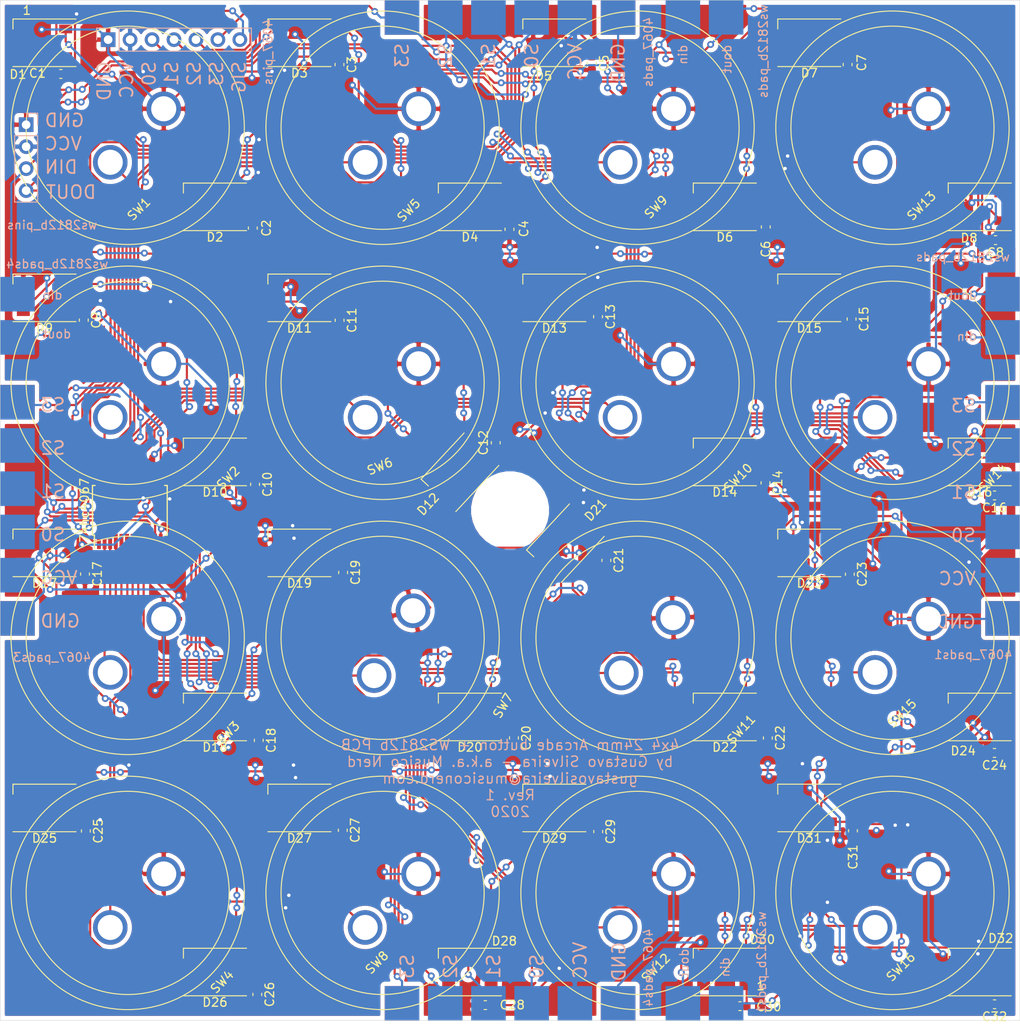
<source format=kicad_pcb>
(kicad_pcb (version 20171130) (host pcbnew "(5.1.7-0-10_14)")
  (layers (0 F.Cu signal) (31 B.Cu signal) (34 B.Paste user) (35 F.Paste user) (36 B.SilkS user) (37 F.SilkS user) (38 B.Mask user) (39 F.Mask user) (44 Edge.Cuts user))
  (net 0 "")
  (net 1 GND)
  (net 2 VCC)
  (net 3 /S0)
  (net 4 /S1)
  (net 5 /S2)
  (net 6 /S3)
  (net 7 /SIG)
  (net 8 "Net-(D1-Pad2)")
  (net 9 /din)
  (net 10 "Net-(D13-Pad2)")
  (net 11 "Net-(D2-Pad2)")
  (net 12 "Net-(D3-Pad2)")
  (net 13 "Net-(D14-Pad2)")
  (net 14 "Net-(D4-Pad2)")
  (net 15 "Net-(D15-Pad2)")
  (net 16 "Net-(D5-Pad2)")
  (net 17 "Net-(D10-Pad4)")
  (net 18 "Net-(D10-Pad2)")
  (net 19 "Net-(D11-Pad2)")
  (net 20 "Net-(D12-Pad2)")
  (net 21 "Net-(D16-Pad2)")
  (net 22 "Net-(D17-Pad2)")
  (net 23 "Net-(D18-Pad2)")
  (net 24 "Net-(D19-Pad2)")
  (net 25 "Net-(D20-Pad2)")
  (net 26 "Net-(D21-Pad2)")
  (net 27 "Net-(D22-Pad2)")
  (net 28 "Net-(D23-Pad2)")
  (net 29 "Net-(D24-Pad2)")
  (net 30 "Net-(D25-Pad2)")
  (net 31 "Net-(D26-Pad2)")
  (net 32 "Net-(D27-Pad2)")
  (net 33 "Net-(D28-Pad2)")
  (net 34 /dout)
  (net 35 /mux_14)
  (net 36 /mux_15)
  (net 37 /mux_0)
  (net 38 /mux_1)
  (net 39 /mux_12)
  (net 40 /mux_13)
  (net 41 /mux_2)
  (net 42 /mux_3)
  (net 43 /mux_11)
  (net 44 /mux_10)
  (net 45 /mux_5)
  (net 46 /mux_4)
  (net 47 /mux_9)
  (net 48 /mux_8)
  (net 49 /mux_7)
  (net 50 /mux_6)
  (net 51 "Net-(D6-Pad2)")
  (net 52 "Net-(D7-Pad2)")
  (net 53 "Net-(D8-Pad2)")
  (net 54 "Net-(D29-Pad2)")
  (net 55 "Net-(D30-Pad2)")
  (net 56 "Net-(D31-Pad2)")
  (module "Arcade:Arcade button 24mm" (layer F.Cu) (at 132.25 52.75 45)
    (fp_text reference SW5 (at -4.617407 8.902474 45) (layer F.SilkS))
    (fp_text value SW_SPST)
    (pad 1 thru_hole circle (at -4.25 1.4 45) (size 4 4) (drill 2.9) (layers *.Cu *.Mask) (net 44 /mux_10))
    (pad 2 thru_hole circle (at 4.5 1.4 45) (size 4 4) (drill 2.9) (layers *.Cu *.Mask) (net 1 GND))
  )
  (module "Arcade:Arcade button 24mm" (layer F.Cu) (at 102.75 52.75 45)
    (fp_text reference SW1 (at -5.727565 7.566043 45) (layer F.SilkS))
    (fp_text value SW_SPST)
    (pad 2 thru_hole circle (at 4.5 1.4 45) (size 4 4) (drill 2.9) (layers *.Cu *.Mask) (net 1 GND))
    (pad 1 thru_hole circle (at -4.25 1.4 45) (size 4 4) (drill 2.9) (layers *.Cu *.Mask) (net 47 /mux_9))
  )
  (module LED_SMD:LED_WS2812B_PLCC4_5.0x5.0mm_P3.2mm (layer F.Cu) (at 112.85 61.9 180)
    (fp_text reference D2 (at 0 -3.5 180) (layer F.SilkS))
    (fp_text value WS2812B)
    (pad 3 smd rect (at 2.45 1.6 180) (size 1.5 1) (layers F.Cu F.Paste F.Mask) (net 1 GND))
    (pad 4 smd rect (at 2.45 -1.6 180) (size 1.5 1) (layers F.Cu F.Paste F.Mask) (net 8 "Net-(D1-Pad2)"))
    (pad 2 smd rect (at -2.45 1.6 180) (size 1.5 1) (layers F.Cu F.Paste F.Mask) (net 11 "Net-(D2-Pad2)"))
    (pad 1 smd rect (at -2.45 -1.6 180) (size 1.5 1) (layers F.Cu F.Paste F.Mask) (net 2 VCC))
  )
  (module Pads:Pad_connector_small (layer F.Cu) (at 204 84.55)
    (fp_text reference REF** hide)
    (fp_text value Pad_connector_small)
    (pad 1 smd rect (at 0 0) (size 4 4) (layers F.Cu F.Mask))
  )
  (module Pads:Pad_connector_small (layer F.Cu) (at 90 84.5)
    (fp_text reference REF** hide)
    (fp_text value Pad_connector_small)
    (pad 1 smd rect (at 0 0) (size 4 4) (layers F.Cu F.Mask))
  )
  (module Pads:Pad_connector_small (layer F.Cu) (at 159.5 40.004999)
    (fp_text reference REF** hide)
    (fp_text value Pad_connector_small)
    (pad 1 smd rect (at 0 0) (size 4 4) (layers F.Cu F.Mask))
  )
  (module Pads:Pad_connector_small (layer F.Cu) (at 159.5 154.03)
    (fp_text reference REF** hide)
    (fp_text value Pad_connector_small)
    (pad 1 smd rect (at 0 0) (size 4 4) (layers F.Cu F.Mask))
  )
  (module "Arcade:Arcade button 24mm" (layer F.Cu) (at 191.25 52.75 45)
    (fp_text reference SW13 (at -4.023438 8.775195 45) (layer F.SilkS))
    (fp_text value SW_SPST)
    (pad 1 thru_hole circle (at -4.25 1.4 45) (size 4 4) (drill 2.9) (layers *.Cu *.Mask) (net 40 /mux_13))
    (pad 2 thru_hole circle (at 4.5 1.4 45) (size 4 4) (drill 2.9) (layers *.Cu *.Mask) (net 1 GND))
  )
  (module "Arcade:Arcade button 24mm" (layer F.Cu) (at 102.75 82.25 45)
    (fp_text reference SW2 (at 0.45 16 45) (layer F.SilkS))
    (fp_text value SW_SPST)
    (pad 1 thru_hole circle (at -4.25 1.4 45) (size 4 4) (drill 2.9) (layers *.Cu *.Mask) (net 48 /mux_8))
    (pad 2 thru_hole circle (at 4.5 1.4 45) (size 4 4) (drill 2.9) (layers *.Cu *.Mask) (net 1 GND))
  )
  (module 4Squared:MountingHole_2-5mm (layer F.Cu) (at 147 97)
    (fp_text reference REF** hide)
    (fp_text value MountingHole_2-5mm hide)
    (pad "" np_thru_hole circle (at 0 0) (size 8 8) (drill 8) (layers *.Cu *.Mask))
  )
  (module "Arcade:Arcade button 24mm" (layer F.Cu) (at 132.25 82.25 45)
    (fp_text reference SW6 (at -7.056926 6.618519 202) (layer F.SilkS))
    (fp_text value SW_SPST)
    (pad 1 thru_hole circle (at -4.25 1.4 45) (size 4 4) (drill 2.9) (layers *.Cu *.Mask) (net 43 /mux_11))
    (pad 2 thru_hole circle (at 4.5 1.4 45) (size 4 4) (drill 2.9) (layers *.Cu *.Mask) (net 1 GND))
  )
  (module LED_SMD:LED_WS2812B_PLCC4_5.0x5.0mm_P3.2mm (layer F.Cu) (at 93.125 42.925 180)
    (fp_text reference D1 (at 3.075 -3.655) (layer F.SilkS))
    (fp_text value WS2812B)
    (fp_text user 1 (at 2.04 3.75) (layer F.SilkS))
    (pad 1 smd rect (at -2.45 -1.6 180) (size 1.5 1) (layers F.Cu F.Paste F.Mask) (net 2 VCC))
    (pad 2 smd rect (at -2.45 1.6 180) (size 1.5 1) (layers F.Cu F.Paste F.Mask) (net 8 "Net-(D1-Pad2)"))
    (pad 4 smd rect (at 2.45 -1.6 180) (size 1.5 1) (layers F.Cu F.Paste F.Mask) (net 9 /din))
    (pad 3 smd rect (at 2.45 1.6 180) (size 1.5 1) (layers F.Cu F.Paste F.Mask) (net 1 GND))
  )
  (module Pads:Pad_connector_small (layer F.Cu) (at 134.5 154.02)
    (fp_text reference REF** hide)
    (fp_text value Pad_connector_small)
    (pad 1 smd rect (at 0 0) (size 4 4) (layers F.Cu F.Mask))
  )
  (module Pads:Pad_connector_small (layer F.Cu) (at 134.5 40)
    (fp_text reference REF** hide)
    (fp_text value Pad_connector_small)
    (pad 1 smd rect (at 0 0) (size 4 4) (layers F.Cu F.Mask))
  )
  (module Pads:Pad_connector_small (layer F.Cu) (at 204 109.5)
    (fp_text reference REF** hide)
    (fp_text value Pad_connector_small)
    (pad 1 smd rect (at 0 0) (size 4 4) (layers F.Cu F.Mask))
  )
  (module Pads:Pad_connector_small (layer F.Cu) (at 90 109.5)
    (fp_text reference REF** hide)
    (fp_text value Pad_connector_small)
    (pad 1 smd rect (at 0 0) (size 4 4) (layers F.Cu F.Mask))
  )
  (module Pads:pad_connector_small_6 (layer B.Cu) (at 204 109.5)
    (fp_text reference 4067_pads1 (at -3.4 4.2) (layer B.SilkS) (effects (justify mirror)))
    (fp_text value Conn_01x06_Female)
    (pad 6 smd rect (at 0 -25) (size 4 4) (layers B.Cu B.Mask) (net 6 /S3))
    (pad 5 smd rect (at 0 -20) (size 4 4) (layers B.Cu B.Mask) (net 5 /S2))
    (pad 3 smd rect (at 0 -10) (size 4 4) (layers B.Cu B.Mask) (net 3 /S0))
    (pad 4 smd rect (at 0 -15) (size 4 4) (layers B.Cu B.Mask) (net 4 /S1))
    (pad 1 smd rect (at 0 0) (size 4 4) (layers B.Cu B.Mask) (net 1 GND))
    (pad 2 smd rect (at 0 -5) (size 4 4) (layers B.Cu B.Mask) (net 2 VCC))
  )
  (module Pads:pad_connector_small_6 (layer B.Cu) (at 159.5 40 90)
    (fp_text reference 4067_pads (at -4 3.5 90) (layer B.SilkS) (effects (justify mirror)))
    (fp_text value Conn_01x06_Female)
    (pad 6 smd rect (at 0 -25 90) (size 4 4) (layers B.Cu B.Mask) (net 6 /S3))
    (pad 5 smd rect (at 0 -20 90) (size 4 4) (layers B.Cu B.Mask) (net 5 /S2))
    (pad 3 smd rect (at 0 -10 90) (size 4 4) (layers B.Cu B.Mask) (net 3 /S0))
    (pad 4 smd rect (at 0 -15 90) (size 4 4) (layers B.Cu B.Mask) (net 4 /S1))
    (pad 1 smd rect (at 0 0 90) (size 4 4) (layers B.Cu B.Mask) (net 1 GND))
    (pad 2 smd rect (at 0 -5 90) (size 4 4) (layers B.Cu B.Mask) (net 2 VCC))
  )
  (module Pads:pad_connector_small_6 (layer B.Cu) (at 90 109.5)
    (fp_text reference 4067_pads3 (at 4 4.5) (layer B.SilkS) (effects (justify mirror)))
    (fp_text value Conn_01x06_Female)
    (pad 6 smd rect (at 0 -25) (size 4 4) (layers B.Cu B.Mask) (net 6 /S3))
    (pad 5 smd rect (at 0 -20) (size 4 4) (layers B.Cu B.Mask) (net 5 /S2))
    (pad 3 smd rect (at 0 -10) (size 4 4) (layers B.Cu B.Mask) (net 3 /S0))
    (pad 4 smd rect (at 0 -15) (size 4 4) (layers B.Cu B.Mask) (net 4 /S1))
    (pad 1 smd rect (at 0 0) (size 4 4) (layers B.Cu B.Mask) (net 1 GND))
    (pad 2 smd rect (at 0 -5) (size 4 4) (layers B.Cu B.Mask) (net 2 VCC))
  )
  (module Pads:pad_connector_small_6 (layer B.Cu) (at 159.5 154.025001 90)
    (fp_text reference 4067_pads4 (at 4.125001 3.5 90) (layer B.SilkS) (effects (justify mirror)))
    (fp_text value Conn_01x06_Female)
    (pad 6 smd rect (at 0 -25 90) (size 4 4) (layers B.Cu B.Mask) (net 6 /S3))
    (pad 5 smd rect (at 0 -20 90) (size 4 4) (layers B.Cu B.Mask) (net 5 /S2))
    (pad 3 smd rect (at 0 -10 90) (size 4 4) (layers B.Cu B.Mask) (net 3 /S0))
    (pad 4 smd rect (at 0 -15 90) (size 4 4) (layers B.Cu B.Mask) (net 4 /S1))
    (pad 1 smd rect (at 0 0 90) (size 4 4) (layers B.Cu B.Mask) (net 1 GND))
    (pad 2 smd rect (at 0 -5 90) (size 4 4) (layers B.Cu B.Mask) (net 2 VCC))
  )
  (module Pads:pad_connector_small_2 (layer B.Cu) (at 90 77)
    (fp_text reference ws2812b_pads4 (at 4.6 -8.5) (layer B.SilkS) (effects (justify mirror)))
    (fp_text value Conn_01x02_Female)
    (pad 2 smd rect (at 0 -5) (size 4 4) (layers B.Cu B.Mask) (net 9 /din))
    (pad 1 smd rect (at 0 0) (size 4 4) (layers B.Cu B.Mask) (net 34 /dout))
  )
  (module Pads:pad_connector_small_2 (layer B.Cu) (at 172 154.025001 90)
    (fp_text reference ws2812b_pads1 (at 4.725001 4.1 90) (layer B.SilkS) (effects (justify mirror)))
    (fp_text value Conn_01x02_Female)
    (pad 2 smd rect (at 0 -5 90) (size 4 4) (layers B.Cu B.Mask) (net 34 /dout))
    (pad 1 smd rect (at 0 0 90) (size 4 4) (layers B.Cu B.Mask) (net 9 /din))
  )
  (module Pads:pad_connector_small_2 (layer B.Cu) (at 204 77)
    (fp_text reference ws2812b_pads (at -4.6 -9.3) (layer B.SilkS) (effects (justify mirror)))
    (fp_text value Conn_01x02_Female)
    (pad 2 smd rect (at 0 -5) (size 4 4) (layers B.Cu B.Mask) (net 34 /dout))
    (pad 1 smd rect (at 0 0) (size 4 4) (layers B.Cu B.Mask) (net 9 /din))
  )
  (module Pads:pad_connector_small_2 (layer B.Cu) (at 172 39.974999 90)
    (fp_text reference ws2812b_pads (at -3.925001 4.3 90) (layer B.SilkS) (effects (justify mirror)))
    (fp_text value Conn_01x02_Female)
    (pad 2 smd rect (at 0 -5 90) (size 4 4) (layers B.Cu B.Mask) (net 9 /din))
    (pad 1 smd rect (at 0 0 90) (size 4 4) (layers B.Cu B.Mask) (net 34 /dout))
  )
  (module "Arcade:Arcade button 24mm" (layer F.Cu) (at 102.75 111.75 45)
    (fp_text reference SW3 (at 0.45 16 45) (layer F.SilkS))
    (fp_text value SW_SPST)
    (pad 1 thru_hole circle (at -4.25 1.4 45) (size 4 4) (drill 2.9) (layers *.Cu *.Mask) (net 49 /mux_7))
    (pad 2 thru_hole circle (at 4.5 1.4 45) (size 4 4) (drill 2.9) (layers *.Cu *.Mask) (net 1 GND))
  )
  (module "Arcade:Arcade button 24mm" (layer F.Cu) (at 102.75 141.25 45)
    (fp_text reference SW4 (at 0.45 15 45) (layer F.SilkS))
    (fp_text value SW_SPST)
    (pad 1 thru_hole circle (at -4.25 1.4 45) (size 4 4) (drill 2.9) (layers *.Cu *.Mask) (net 50 /mux_6))
    (pad 2 thru_hole circle (at 4.5 1.4 45) (size 4 4) (drill 2.9) (layers *.Cu *.Mask) (net 1 GND))
  )
  (module "Arcade:Arcade button 24mm" (layer F.Cu) (at 132.25 111.75 59)
    (fp_text reference SW7 (at 0.45 16 59) (layer F.SilkS))
    (fp_text value SW_SPST)
    (pad 1 thru_hole circle (at -4.25 1.4 59) (size 4 4) (drill 2.9) (layers *.Cu *.Mask) (net 46 /mux_4))
    (pad 2 thru_hole circle (at 4.5 1.4 59) (size 4 4) (drill 2.9) (layers *.Cu *.Mask) (net 1 GND))
  )
  (module "Arcade:Arcade button 24mm" (layer F.Cu) (at 132.25 141.25 45)
    (fp_text reference SW8 (at -6.1589 5.239661 45) (layer F.SilkS))
    (fp_text value SW_SPST)
    (pad 1 thru_hole circle (at -4.25 1.4 45) (size 4 4) (drill 2.9) (layers *.Cu *.Mask) (net 45 /mux_5))
    (pad 2 thru_hole circle (at 4.5 1.4 45) (size 4 4) (drill 2.9) (layers *.Cu *.Mask) (net 1 GND))
  )
  (module "Arcade:Arcade button 24mm" (layer F.Cu) (at 161.75 52.75 45)
    (fp_text reference SW9 (at -4.978032 8.004449 45) (layer F.SilkS))
    (fp_text value SW_SPST)
    (pad 1 thru_hole circle (at -4.25 1.4 45) (size 4 4) (drill 2.9) (layers *.Cu *.Mask) (net 39 /mux_12))
    (pad 2 thru_hole circle (at 4.5 1.4 45) (size 4 4) (drill 2.9) (layers *.Cu *.Mask) (net 1 GND))
  )
  (module "Arcade:Arcade button 24mm" (layer F.Cu) (at 161.75 82.25 45)
    (fp_text reference SW10 (at 0.45 16 45) (layer F.SilkS))
    (fp_text value SW_SPST)
    (pad 1 thru_hole circle (at -4.25 1.4 45) (size 4 4) (drill 2.9) (layers *.Cu *.Mask) (net 35 /mux_14))
    (pad 2 thru_hole circle (at 4.5 1.4 45) (size 4 4) (drill 2.9) (layers *.Cu *.Mask) (net 1 GND))
  )
  (module "Arcade:Arcade button 24mm" (layer F.Cu) (at 161.75 111.75 47)
    (fp_text reference SW11 (at 0.45 16 47) (layer F.SilkS))
    (fp_text value SW_SPST)
    (pad 1 thru_hole circle (at -4.25 1.4 47) (size 4 4) (drill 2.9) (layers *.Cu *.Mask) (net 38 /mux_1))
    (pad 2 thru_hole circle (at 4.5 1.4 47) (size 4 4) (drill 2.9) (layers *.Cu *.Mask) (net 1 GND))
  )
  (module "Arcade:Arcade button 24mm" (layer F.Cu) (at 161.75 141.25 45)
    (fp_text reference SW12 (at -4.63862 7.636753 45) (layer F.SilkS))
    (fp_text value SW_SPST)
    (pad 1 thru_hole circle (at -4.25 1.4 45) (size 4 4) (drill 2.9) (layers *.Cu *.Mask) (net 42 /mux_3))
    (pad 2 thru_hole circle (at 4.5 1.4 45) (size 4 4) (drill 2.9) (layers *.Cu *.Mask) (net 1 GND))
  )
  (module "Arcade:Arcade button 24mm" (layer F.Cu) (at 191.25 82.25 45)
    (fp_text reference SW14 (at 0.45 16 45) (layer F.SilkS))
    (fp_text value SW_SPST)
    (pad 1 thru_hole circle (at -4.25 1.4 45) (size 4 4) (drill 2.9) (layers *.Cu *.Mask) (net 36 /mux_15))
    (pad 2 thru_hole circle (at 4.5 1.4 45) (size 4 4) (drill 2.9) (layers *.Cu *.Mask) (net 1 GND))
  )
  (module "Arcade:Arcade button 24mm" (layer F.Cu) (at 191.25 111.75 45)
    (fp_text reference SW15 (at -5.402296 6.972073 45) (layer F.SilkS))
    (fp_text value SW_SPST)
    (pad 1 thru_hole circle (at -4.25 1.4 45) (size 4 4) (drill 2.9) (layers *.Cu *.Mask) (net 37 /mux_0))
    (pad 2 thru_hole circle (at 4.5 1.4 45) (size 4 4) (drill 2.9) (layers *.Cu *.Mask) (net 1 GND))
  )
  (module "Arcade:Arcade button 24mm" (layer F.Cu) (at 191.25 141.25 45)
    (fp_text reference SW16 (at -5.374012 6.745799 45) (layer F.SilkS))
    (fp_text value SW_SPST)
    (pad 1 thru_hole circle (at -4.25 1.4 45) (size 4 4) (drill 2.9) (layers *.Cu *.Mask) (net 41 /mux_2))
    (pad 2 thru_hole circle (at 4.5 1.4 45) (size 4 4) (drill 2.9) (layers *.Cu *.Mask) (net 1 GND))
  )
  (module LED_SMD:LED_WS2812B_PLCC4_5.0x5.0mm_P3.2mm (layer F.Cu) (at 171.85 61.9 180)
    (fp_text reference D6 (at 0 -3.5) (layer F.SilkS))
    (fp_text value WS2812B)
    (pad 1 smd rect (at -2.45 -1.6 180) (size 1.5 1) (layers F.Cu F.Paste F.Mask) (net 2 VCC))
    (pad 2 smd rect (at -2.45 1.6 180) (size 1.5 1) (layers F.Cu F.Paste F.Mask) (net 51 "Net-(D6-Pad2)"))
    (pad 4 smd rect (at 2.45 -1.6 180) (size 1.5 1) (layers F.Cu F.Paste F.Mask) (net 16 "Net-(D5-Pad2)"))
    (pad 3 smd rect (at 2.45 1.6 180) (size 1.5 1) (layers F.Cu F.Paste F.Mask) (net 1 GND))
  )
  (module Connector_PinHeader_2.54mm:PinHeader_1x07_P2.54mm_Vertical (layer B.Cu) (at 100.49 42.56 270)
    (fp_text reference 4067_pins (at 1.44 -18.51 270) (layer B.SilkS) (effects (justify mirror)))
    (fp_text value Conn_01x07_Female)
    (pad 1 thru_hole rect (at 0 0 270) (size 1.7 1.7) (drill 1) (layers *.Cu *.Mask) (net 1 GND))
    (pad 2 thru_hole oval (at 0 -2.54 270) (size 1.7 1.7) (drill 1) (layers *.Cu *.Mask) (net 2 VCC))
    (pad 3 thru_hole oval (at 0 -5.08 270) (size 1.7 1.7) (drill 1) (layers *.Cu *.Mask) (net 3 /S0))
    (pad 4 thru_hole oval (at 0 -7.62 270) (size 1.7 1.7) (drill 1) (layers *.Cu *.Mask) (net 4 /S1))
    (pad 5 thru_hole oval (at 0 -10.16 270) (size 1.7 1.7) (drill 1) (layers *.Cu *.Mask) (net 5 /S2))
    (pad 6 thru_hole oval (at 0 -12.7 270) (size 1.7 1.7) (drill 1) (layers *.Cu *.Mask) (net 6 /S3))
    (pad 7 thru_hole oval (at 0 -15.24 270) (size 1.7 1.7) (drill 1) (layers *.Cu *.Mask) (net 7 /SIG))
  )
  (module LED_SMD:LED_WS2812B_PLCC4_5.0x5.0mm_P3.2mm (layer F.Cu) (at 152.125 42.925 180)
    (fp_text reference D5 (at 1.225 -3.855) (layer F.SilkS))
    (fp_text value WS2812B)
    (pad 3 smd rect (at 2.45 1.6 180) (size 1.5 1) (layers F.Cu F.Paste F.Mask) (net 1 GND))
    (pad 4 smd rect (at 2.45 -1.6 180) (size 1.5 1) (layers F.Cu F.Paste F.Mask) (net 14 "Net-(D4-Pad2)"))
    (pad 2 smd rect (at -2.45 1.6 180) (size 1.5 1) (layers F.Cu F.Paste F.Mask) (net 16 "Net-(D5-Pad2)"))
    (pad 1 smd rect (at -2.45 -1.6 180) (size 1.5 1) (layers F.Cu F.Paste F.Mask) (net 2 VCC))
  )
  (module LED_SMD:LED_WS2812B_PLCC4_5.0x5.0mm_P3.2mm (layer F.Cu) (at 93.125 72.425 180)
    (fp_text reference D9 (at 0 -3.5) (layer F.SilkS))
    (fp_text value WS2812B)
    (pad 1 smd rect (at -2.45 -1.6 180) (size 1.5 1) (layers F.Cu F.Paste F.Mask) (net 2 VCC))
    (pad 2 smd rect (at -2.45 1.6 180) (size 1.5 1) (layers F.Cu F.Paste F.Mask) (net 17 "Net-(D10-Pad4)"))
    (pad 4 smd rect (at 2.45 -1.6 180) (size 1.5 1) (layers F.Cu F.Paste F.Mask) (net 53 "Net-(D8-Pad2)"))
    (pad 3 smd rect (at 2.45 1.6 180) (size 1.5 1) (layers F.Cu F.Paste F.Mask) (net 1 GND))
  )
  (module LED_SMD:LED_WS2812B_PLCC4_5.0x5.0mm_P3.2mm (layer F.Cu) (at 152.125 72.425 180)
    (fp_text reference D13 (at 0 -3.5) (layer F.SilkS))
    (fp_text value WS2812B)
    (pad 1 smd rect (at -2.45 -1.6 180) (size 1.5 1) (layers F.Cu F.Paste F.Mask) (net 2 VCC))
    (pad 2 smd rect (at -2.45 1.6 180) (size 1.5 1) (layers F.Cu F.Paste F.Mask) (net 10 "Net-(D13-Pad2)"))
    (pad 4 smd rect (at 2.45 -1.6 180) (size 1.5 1) (layers F.Cu F.Paste F.Mask) (net 20 "Net-(D12-Pad2)"))
    (pad 3 smd rect (at 2.45 1.6 180) (size 1.5 1) (layers F.Cu F.Paste F.Mask) (net 1 GND))
  )
  (module LED_SMD:LED_WS2812B_PLCC4_5.0x5.0mm_P3.2mm (layer F.Cu) (at 112.85 91.4 180)
    (fp_text reference D10 (at 0 -3.5) (layer F.SilkS))
    (fp_text value WS2812B)
    (pad 3 smd rect (at 2.45 1.6 180) (size 1.5 1) (layers F.Cu F.Paste F.Mask) (net 1 GND))
    (pad 4 smd rect (at 2.45 -1.6 180) (size 1.5 1) (layers F.Cu F.Paste F.Mask) (net 17 "Net-(D10-Pad4)"))
    (pad 2 smd rect (at -2.45 1.6 180) (size 1.5 1) (layers F.Cu F.Paste F.Mask) (net 18 "Net-(D10-Pad2)"))
    (pad 1 smd rect (at -2.45 -1.6 180) (size 1.5 1) (layers F.Cu F.Paste F.Mask) (net 2 VCC))
  )
  (module LED_SMD:LED_WS2812B_PLCC4_5.0x5.0mm_P3.2mm (layer F.Cu) (at 171.85 91.4 180)
    (fp_text reference D14 (at 0 -3.5) (layer F.SilkS))
    (fp_text value WS2812B)
    (pad 3 smd rect (at 2.45 1.6 180) (size 1.5 1) (layers F.Cu F.Paste F.Mask) (net 1 GND))
    (pad 4 smd rect (at 2.45 -1.6 180) (size 1.5 1) (layers F.Cu F.Paste F.Mask) (net 10 "Net-(D13-Pad2)"))
    (pad 2 smd rect (at -2.45 1.6 180) (size 1.5 1) (layers F.Cu F.Paste F.Mask) (net 13 "Net-(D14-Pad2)"))
    (pad 1 smd rect (at -2.45 -1.6 180) (size 1.5 1) (layers F.Cu F.Paste F.Mask) (net 2 VCC))
  )
  (module LED_SMD:LED_WS2812B_PLCC4_5.0x5.0mm_P3.2mm (layer F.Cu) (at 122.625 42.925 180)
    (fp_text reference D3 (at 0 -3.5) (layer F.SilkS))
    (fp_text value WS2812B)
    (pad 1 smd rect (at -2.45 -1.6 180) (size 1.5 1) (layers F.Cu F.Paste F.Mask) (net 2 VCC))
    (pad 2 smd rect (at -2.45 1.6 180) (size 1.5 1) (layers F.Cu F.Paste F.Mask) (net 12 "Net-(D3-Pad2)"))
    (pad 4 smd rect (at 2.45 -1.6 180) (size 1.5 1) (layers F.Cu F.Paste F.Mask) (net 11 "Net-(D2-Pad2)"))
    (pad 3 smd rect (at 2.45 1.6 180) (size 1.5 1) (layers F.Cu F.Paste F.Mask) (net 1 GND))
  )
  (module LED_SMD:LED_WS2812B_PLCC4_5.0x5.0mm_P3.2mm (layer F.Cu) (at 181.625 42.925 180)
    (fp_text reference D7 (at 0 -3.5) (layer F.SilkS))
    (fp_text value WS2812B)
    (pad 3 smd rect (at 2.45 1.6 180) (size 1.5 1) (layers F.Cu F.Paste F.Mask) (net 1 GND))
    (pad 4 smd rect (at 2.45 -1.6 180) (size 1.5 1) (layers F.Cu F.Paste F.Mask) (net 51 "Net-(D6-Pad2)"))
    (pad 2 smd rect (at -2.45 1.6 180) (size 1.5 1) (layers F.Cu F.Paste F.Mask) (net 52 "Net-(D7-Pad2)"))
    (pad 1 smd rect (at -2.45 -1.6 180) (size 1.5 1) (layers F.Cu F.Paste F.Mask) (net 2 VCC))
  )
  (module LED_SMD:LED_WS2812B_PLCC4_5.0x5.0mm_P3.2mm (layer F.Cu) (at 122.625 72.425 180)
    (fp_text reference D11 (at 0 -3.5) (layer F.SilkS))
    (fp_text value WS2812B)
    (pad 1 smd rect (at -2.45 -1.6 180) (size 1.5 1) (layers F.Cu F.Paste F.Mask) (net 2 VCC))
    (pad 2 smd rect (at -2.45 1.6 180) (size 1.5 1) (layers F.Cu F.Paste F.Mask) (net 19 "Net-(D11-Pad2)"))
    (pad 4 smd rect (at 2.45 -1.6 180) (size 1.5 1) (layers F.Cu F.Paste F.Mask) (net 18 "Net-(D10-Pad2)"))
    (pad 3 smd rect (at 2.45 1.6 180) (size 1.5 1) (layers F.Cu F.Paste F.Mask) (net 1 GND))
  )
  (module LED_SMD:LED_WS2812B_PLCC4_5.0x5.0mm_P3.2mm (layer F.Cu) (at 181.625 72.425 180)
    (fp_text reference D15 (at 0 -3.5) (layer F.SilkS))
    (fp_text value WS2812B)
    (pad 1 smd rect (at -2.45 -1.6 180) (size 1.5 1) (layers F.Cu F.Paste F.Mask) (net 2 VCC))
    (pad 2 smd rect (at -2.45 1.6 180) (size 1.5 1) (layers F.Cu F.Paste F.Mask) (net 15 "Net-(D15-Pad2)"))
    (pad 4 smd rect (at 2.45 -1.6 180) (size 1.5 1) (layers F.Cu F.Paste F.Mask) (net 13 "Net-(D14-Pad2)"))
    (pad 3 smd rect (at 2.45 1.6 180) (size 1.5 1) (layers F.Cu F.Paste F.Mask) (net 1 GND))
  )
  (module LED_SMD:LED_WS2812B_PLCC4_5.0x5.0mm_P3.2mm (layer F.Cu) (at 142.35 61.9 180)
    (fp_text reference D4 (at 0 -3.5) (layer F.SilkS))
    (fp_text value WS2812B)
    (pad 3 smd rect (at 2.45 1.6 180) (size 1.5 1) (layers F.Cu F.Paste F.Mask) (net 1 GND))
    (pad 4 smd rect (at 2.45 -1.6 180) (size 1.5 1) (layers F.Cu F.Paste F.Mask) (net 12 "Net-(D3-Pad2)"))
    (pad 2 smd rect (at -2.45 1.6 180) (size 1.5 1) (layers F.Cu F.Paste F.Mask) (net 14 "Net-(D4-Pad2)"))
    (pad 1 smd rect (at -2.45 -1.6 180) (size 1.5 1) (layers F.Cu F.Paste F.Mask) (net 2 VCC))
  )
  (module LED_SMD:LED_WS2812B_PLCC4_5.0x5.0mm_P3.2mm (layer F.Cu) (at 201.35 61.9 180)
    (fp_text reference D8 (at 1.23 -3.61) (layer F.SilkS))
    (fp_text value WS2812B)
    (pad 1 smd rect (at -2.45 -1.6 180) (size 1.5 1) (layers F.Cu F.Paste F.Mask) (net 2 VCC))
    (pad 2 smd rect (at -2.45 1.6 180) (size 1.5 1) (layers F.Cu F.Paste F.Mask) (net 53 "Net-(D8-Pad2)"))
    (pad 4 smd rect (at 2.45 -1.6 180) (size 1.5 1) (layers F.Cu F.Paste F.Mask) (net 52 "Net-(D7-Pad2)"))
    (pad 3 smd rect (at 2.45 1.6 180) (size 1.5 1) (layers F.Cu F.Paste F.Mask) (net 1 GND))
  )
  (module LED_SMD:LED_WS2812B_PLCC4_5.0x5.0mm_P3.2mm (layer F.Cu) (at 141.2 92.6 227)
    (fp_text reference D12 (at 5.201629 0.167494 47) (layer F.SilkS))
    (fp_text value WS2812B)
    (pad 3 smd rect (at 2.45 1.6 227) (size 1.5 1) (layers F.Cu F.Paste F.Mask) (net 1 GND))
    (pad 4 smd rect (at 2.45 -1.6 227) (size 1.5 1) (layers F.Cu F.Paste F.Mask) (net 19 "Net-(D11-Pad2)"))
    (pad 2 smd rect (at -2.45 1.6 227) (size 1.5 1) (layers F.Cu F.Paste F.Mask) (net 20 "Net-(D12-Pad2)"))
    (pad 1 smd rect (at -2.45 -1.6 227) (size 1.5 1) (layers F.Cu F.Paste F.Mask) (net 2 VCC))
  )
  (module LED_SMD:LED_WS2812B_PLCC4_5.0x5.0mm_P3.2mm (layer F.Cu) (at 201.35 91.4 180)
    (fp_text reference D16 (at 0 -3.5) (layer F.SilkS))
    (fp_text value WS2812B)
    (pad 3 smd rect (at 2.45 1.6 180) (size 1.5 1) (layers F.Cu F.Paste F.Mask) (net 1 GND))
    (pad 4 smd rect (at 2.45 -1.6 180) (size 1.5 1) (layers F.Cu F.Paste F.Mask) (net 15 "Net-(D15-Pad2)"))
    (pad 2 smd rect (at -2.45 1.6 180) (size 1.5 1) (layers F.Cu F.Paste F.Mask) (net 21 "Net-(D16-Pad2)"))
    (pad 1 smd rect (at -2.45 -1.6 180) (size 1.5 1) (layers F.Cu F.Paste F.Mask) (net 2 VCC))
  )
  (module LED_SMD:LED_WS2812B_PLCC4_5.0x5.0mm_P3.2mm (layer F.Cu) (at 93.125 101.925 180)
    (fp_text reference D17 (at 0 -3.5) (layer F.SilkS))
    (fp_text value WS2812B)
    (pad 1 smd rect (at -2.45 -1.6 180) (size 1.5 1) (layers F.Cu F.Paste F.Mask) (net 2 VCC))
    (pad 2 smd rect (at -2.45 1.6 180) (size 1.5 1) (layers F.Cu F.Paste F.Mask) (net 22 "Net-(D17-Pad2)"))
    (pad 4 smd rect (at 2.45 -1.6 180) (size 1.5 1) (layers F.Cu F.Paste F.Mask) (net 21 "Net-(D16-Pad2)"))
    (pad 3 smd rect (at 2.45 1.6 180) (size 1.5 1) (layers F.Cu F.Paste F.Mask) (net 1 GND))
  )
  (module LED_SMD:LED_WS2812B_PLCC4_5.0x5.0mm_P3.2mm (layer F.Cu) (at 153.4 100.8 227)
    (fp_text reference D21 (at -5.202459 0.058889 47) (layer F.SilkS))
    (fp_text value WS2812B)
    (pad 3 smd rect (at 2.45 1.6 227) (size 1.5 1) (layers F.Cu F.Paste F.Mask) (net 1 GND))
    (pad 4 smd rect (at 2.45 -1.6 227) (size 1.5 1) (layers F.Cu F.Paste F.Mask) (net 25 "Net-(D20-Pad2)"))
    (pad 2 smd rect (at -2.45 1.6 227) (size 1.5 1) (layers F.Cu F.Paste F.Mask) (net 26 "Net-(D21-Pad2)"))
    (pad 1 smd rect (at -2.45 -1.6 227) (size 1.5 1) (layers F.Cu F.Paste F.Mask) (net 2 VCC))
  )
  (module LED_SMD:LED_WS2812B_PLCC4_5.0x5.0mm_P3.2mm (layer F.Cu) (at 93.125 131.425 180)
    (fp_text reference D25 (at 0 -3.5) (layer F.SilkS))
    (fp_text value WS2812B)
    (pad 1 smd rect (at -2.45 -1.6 180) (size 1.5 1) (layers F.Cu F.Paste F.Mask) (net 2 VCC))
    (pad 2 smd rect (at -2.45 1.6 180) (size 1.5 1) (layers F.Cu F.Paste F.Mask) (net 30 "Net-(D25-Pad2)"))
    (pad 4 smd rect (at 2.45 -1.6 180) (size 1.5 1) (layers F.Cu F.Paste F.Mask) (net 29 "Net-(D24-Pad2)"))
    (pad 3 smd rect (at 2.45 1.6 180) (size 1.5 1) (layers F.Cu F.Paste F.Mask) (net 1 GND))
  )
  (module LED_SMD:LED_WS2812B_PLCC4_5.0x5.0mm_P3.2mm (layer F.Cu) (at 152.125 131.425 180)
    (fp_text reference D29 (at 0 -3.5) (layer F.SilkS))
    (fp_text value WS2812B)
    (pad 1 smd rect (at -2.45 -1.6 180) (size 1.5 1) (layers F.Cu F.Paste F.Mask) (net 2 VCC))
    (pad 2 smd rect (at -2.45 1.6 180) (size 1.5 1) (layers F.Cu F.Paste F.Mask) (net 54 "Net-(D29-Pad2)"))
    (pad 4 smd rect (at 2.45 -1.6 180) (size 1.5 1) (layers F.Cu F.Paste F.Mask) (net 33 "Net-(D28-Pad2)"))
    (pad 3 smd rect (at 2.45 1.6 180) (size 1.5 1) (layers F.Cu F.Paste F.Mask) (net 1 GND))
  )
  (module LED_SMD:LED_WS2812B_PLCC4_5.0x5.0mm_P3.2mm (layer F.Cu) (at 112.85 120.9 180)
    (fp_text reference D18 (at 0 -3.5) (layer F.SilkS))
    (fp_text value WS2812B)
    (pad 3 smd rect (at 2.45 1.6 180) (size 1.5 1) (layers F.Cu F.Paste F.Mask) (net 1 GND))
    (pad 4 smd rect (at 2.45 -1.6 180) (size 1.5 1) (layers F.Cu F.Paste F.Mask) (net 22 "Net-(D17-Pad2)"))
    (pad 2 smd rect (at -2.45 1.6 180) (size 1.5 1) (layers F.Cu F.Paste F.Mask) (net 23 "Net-(D18-Pad2)"))
    (pad 1 smd rect (at -2.45 -1.6 180) (size 1.5 1) (layers F.Cu F.Paste F.Mask) (net 2 VCC))
  )
  (module LED_SMD:LED_WS2812B_PLCC4_5.0x5.0mm_P3.2mm (layer F.Cu) (at 171.85 120.9 180)
    (fp_text reference D22 (at 0 -3.5) (layer F.SilkS))
    (fp_text value WS2812B)
    (pad 3 smd rect (at 2.45 1.6 180) (size 1.5 1) (layers F.Cu F.Paste F.Mask) (net 1 GND))
    (pad 4 smd rect (at 2.45 -1.6 180) (size 1.5 1) (layers F.Cu F.Paste F.Mask) (net 26 "Net-(D21-Pad2)"))
    (pad 2 smd rect (at -2.45 1.6 180) (size 1.5 1) (layers F.Cu F.Paste F.Mask) (net 27 "Net-(D22-Pad2)"))
    (pad 1 smd rect (at -2.45 -1.6 180) (size 1.5 1) (layers F.Cu F.Paste F.Mask) (net 2 VCC))
  )
  (module LED_SMD:LED_WS2812B_PLCC4_5.0x5.0mm_P3.2mm (layer F.Cu) (at 112.85 150.4 180)
    (fp_text reference D26 (at 0 -3.5) (layer F.SilkS))
    (fp_text value WS2812B)
    (pad 3 smd rect (at 2.45 1.6 180) (size 1.5 1) (layers F.Cu F.Paste F.Mask) (net 1 GND))
    (pad 4 smd rect (at 2.45 -1.6 180) (size 1.5 1) (layers F.Cu F.Paste F.Mask) (net 30 "Net-(D25-Pad2)"))
    (pad 2 smd rect (at -2.45 1.6 180) (size 1.5 1) (layers F.Cu F.Paste F.Mask) (net 31 "Net-(D26-Pad2)"))
    (pad 1 smd rect (at -2.45 -1.6 180) (size 1.5 1) (layers F.Cu F.Paste F.Mask) (net 2 VCC))
  )
  (module LED_SMD:LED_WS2812B_PLCC4_5.0x5.0mm_P3.2mm (layer F.Cu) (at 171.85 150.4 180)
    (fp_text reference D30 (at -4.36 3.76) (layer F.SilkS))
    (fp_text value WS2812B)
    (fp_text user 1 (at -4.15 -1.6) (layer F.SilkS))
    (pad 1 smd rect (at -2.45 -1.6 180) (size 1.5 1) (layers F.Cu F.Paste F.Mask) (net 2 VCC))
    (pad 2 smd rect (at -2.45 1.6 180) (size 1.5 1) (layers F.Cu F.Paste F.Mask) (net 55 "Net-(D30-Pad2)"))
    (pad 4 smd rect (at 2.45 -1.6 180) (size 1.5 1) (layers F.Cu F.Paste F.Mask) (net 54 "Net-(D29-Pad2)"))
    (pad 3 smd rect (at 2.45 1.6 180) (size 1.5 1) (layers F.Cu F.Paste F.Mask) (net 1 GND))
  )
  (module LED_SMD:LED_WS2812B_PLCC4_5.0x5.0mm_P3.2mm (layer F.Cu) (at 122.625 101.925 180)
    (fp_text reference D19 (at 0 -3.5) (layer F.SilkS))
    (fp_text value WS2812B)
    (pad 1 smd rect (at -2.45 -1.6 180) (size 1.5 1) (layers F.Cu F.Paste F.Mask) (net 2 VCC))
    (pad 2 smd rect (at -2.45 1.6 180) (size 1.5 1) (layers F.Cu F.Paste F.Mask) (net 24 "Net-(D19-Pad2)"))
    (pad 4 smd rect (at 2.45 -1.6 180) (size 1.5 1) (layers F.Cu F.Paste F.Mask) (net 23 "Net-(D18-Pad2)"))
    (pad 3 smd rect (at 2.45 1.6 180) (size 1.5 1) (layers F.Cu F.Paste F.Mask) (net 1 GND))
  )
  (module LED_SMD:LED_WS2812B_PLCC4_5.0x5.0mm_P3.2mm (layer F.Cu) (at 181.625 101.925 180)
    (fp_text reference D23 (at 0 -3.5) (layer F.SilkS))
    (fp_text value WS2812B)
    (pad 1 smd rect (at -2.45 -1.6 180) (size 1.5 1) (layers F.Cu F.Paste F.Mask) (net 2 VCC))
    (pad 2 smd rect (at -2.45 1.6 180) (size 1.5 1) (layers F.Cu F.Paste F.Mask) (net 28 "Net-(D23-Pad2)"))
    (pad 4 smd rect (at 2.45 -1.6 180) (size 1.5 1) (layers F.Cu F.Paste F.Mask) (net 27 "Net-(D22-Pad2)"))
    (pad 3 smd rect (at 2.45 1.6 180) (size 1.5 1) (layers F.Cu F.Paste F.Mask) (net 1 GND))
  )
  (module LED_SMD:LED_WS2812B_PLCC4_5.0x5.0mm_P3.2mm (layer F.Cu) (at 122.625 131.425 180)
    (fp_text reference D27 (at 0 -3.5) (layer F.SilkS))
    (fp_text value WS2812B)
    (pad 1 smd rect (at -2.45 -1.6 180) (size 1.5 1) (layers F.Cu F.Paste F.Mask) (net 2 VCC))
    (pad 2 smd rect (at -2.45 1.6 180) (size 1.5 1) (layers F.Cu F.Paste F.Mask) (net 32 "Net-(D27-Pad2)"))
    (pad 4 smd rect (at 2.45 -1.6 180) (size 1.5 1) (layers F.Cu F.Paste F.Mask) (net 31 "Net-(D26-Pad2)"))
    (pad 3 smd rect (at 2.45 1.6 180) (size 1.5 1) (layers F.Cu F.Paste F.Mask) (net 1 GND))
  )
  (module LED_SMD:LED_WS2812B_PLCC4_5.0x5.0mm_P3.2mm (layer F.Cu) (at 181.625 131.425 180)
    (fp_text reference D31 (at 0 -3.5) (layer F.SilkS))
    (fp_text value WS2812B)
    (pad 3 smd rect (at 2.45 1.6 180) (size 1.5 1) (layers F.Cu F.Paste F.Mask) (net 1 GND))
    (pad 4 smd rect (at 2.45 -1.6 180) (size 1.5 1) (layers F.Cu F.Paste F.Mask) (net 55 "Net-(D30-Pad2)"))
    (pad 2 smd rect (at -2.45 1.6 180) (size 1.5 1) (layers F.Cu F.Paste F.Mask) (net 56 "Net-(D31-Pad2)"))
    (pad 1 smd rect (at -2.45 -1.6 180) (size 1.5 1) (layers F.Cu F.Paste F.Mask) (net 2 VCC))
  )
  (module LED_SMD:LED_WS2812B_PLCC4_5.0x5.0mm_P3.2mm (layer F.Cu) (at 142.35 120.9 180)
    (fp_text reference D20 (at 0 -3.5) (layer F.SilkS))
    (fp_text value WS2812B)
    (pad 3 smd rect (at 2.45 1.6 180) (size 1.5 1) (layers F.Cu F.Paste F.Mask) (net 1 GND))
    (pad 4 smd rect (at 2.45 -1.6 180) (size 1.5 1) (layers F.Cu F.Paste F.Mask) (net 24 "Net-(D19-Pad2)"))
    (pad 2 smd rect (at -2.45 1.6 180) (size 1.5 1) (layers F.Cu F.Paste F.Mask) (net 25 "Net-(D20-Pad2)"))
    (pad 1 smd rect (at -2.45 -1.6 180) (size 1.5 1) (layers F.Cu F.Paste F.Mask) (net 2 VCC))
  )
  (module LED_SMD:LED_WS2812B_PLCC4_5.0x5.0mm_P3.2mm (layer F.Cu) (at 201.35 120.9 180)
    (fp_text reference D24 (at 1.91 -3.92) (layer F.SilkS))
    (fp_text value WS2812B)
    (pad 3 smd rect (at 2.45 1.6 180) (size 1.5 1) (layers F.Cu F.Paste F.Mask) (net 1 GND))
    (pad 4 smd rect (at 2.45 -1.6 180) (size 1.5 1) (layers F.Cu F.Paste F.Mask) (net 28 "Net-(D23-Pad2)"))
    (pad 2 smd rect (at -2.45 1.6 180) (size 1.5 1) (layers F.Cu F.Paste F.Mask) (net 29 "Net-(D24-Pad2)"))
    (pad 1 smd rect (at -2.45 -1.6 180) (size 1.5 1) (layers F.Cu F.Paste F.Mask) (net 2 VCC))
  )
  (module LED_SMD:LED_WS2812B_PLCC4_5.0x5.0mm_P3.2mm (layer F.Cu) (at 142.35 150.4 180)
    (fp_text reference D28 (at -3.99 3.58) (layer F.SilkS))
    (fp_text value WS2812B)
    (pad 3 smd rect (at 2.45 1.6 180) (size 1.5 1) (layers F.Cu F.Paste F.Mask) (net 1 GND))
    (pad 4 smd rect (at 2.45 -1.6 180) (size 1.5 1) (layers F.Cu F.Paste F.Mask) (net 32 "Net-(D27-Pad2)"))
    (pad 2 smd rect (at -2.45 1.6 180) (size 1.5 1) (layers F.Cu F.Paste F.Mask) (net 33 "Net-(D28-Pad2)"))
    (pad 1 smd rect (at -2.45 -1.6 180) (size 1.5 1) (layers F.Cu F.Paste F.Mask) (net 2 VCC))
  )
  (module LED_SMD:LED_WS2812B_PLCC4_5.0x5.0mm_P3.2mm (layer F.Cu) (at 201.35 150.4 180)
    (fp_text reference D32 (at -2.43 3.89) (layer F.SilkS))
    (fp_text value WS2812B)
    (pad 1 smd rect (at -2.45 -1.6 180) (size 1.5 1) (layers F.Cu F.Paste F.Mask) (net 2 VCC))
    (pad 2 smd rect (at -2.45 1.6 180) (size 1.5 1) (layers F.Cu F.Paste F.Mask) (net 34 /dout))
    (pad 4 smd rect (at 2.45 -1.6 180) (size 1.5 1) (layers F.Cu F.Paste F.Mask) (net 56 "Net-(D31-Pad2)"))
    (pad 3 smd rect (at 2.45 1.6 180) (size 1.5 1) (layers F.Cu F.Paste F.Mask) (net 1 GND))
  )
  (module Capacitor_SMD:C_0603_1608Metric (layer F.Cu) (at 95.015 46.53 180)
    (fp_text reference C1 (at 2.705 0.08) (layer F.SilkS))
    (fp_text value 100nF)
    (pad 1 smd roundrect (at -0.775 0 180) (size 0.9 0.95) (layers F.Cu F.Paste F.Mask) (net 2 VCC))
    (pad 2 smd roundrect (at 0.775 0 180) (size 0.9 0.95) (layers F.Cu F.Paste F.Mask) (net 1 GND))
  )
  (module Capacitor_SMD:C_0603_1608Metric (layer F.Cu) (at 117.23 64.355 270)
    (fp_text reference C2 (at 0.005 -1.57 90) (layer F.SilkS))
    (fp_text value 100nF)
    (pad 1 smd roundrect (at -0.775 0 270) (size 0.9 0.95) (layers F.Cu F.Paste F.Mask) (net 2 VCC))
    (pad 2 smd roundrect (at 0.775 0 270) (size 0.9 0.95) (layers F.Cu F.Paste F.Mask) (net 1 GND))
  )
  (module Capacitor_SMD:C_0603_1608Metric (layer F.Cu) (at 127.26 45.445 270)
    (fp_text reference C3 (at 0 -1.43 270) (layer F.SilkS))
    (fp_text value 100nF)
    (pad 2 smd roundrect (at 0.775 0 270) (size 0.9 0.95) (layers F.Cu F.Paste F.Mask) (net 1 GND))
    (pad 1 smd roundrect (at -0.775 0 270) (size 0.9 0.95) (layers F.Cu F.Paste F.Mask) (net 2 VCC))
  )
  (module Capacitor_SMD:C_0603_1608Metric (layer F.Cu) (at 146.93 64.495 270)
    (fp_text reference C4 (at -0.065 -1.67 90) (layer F.SilkS))
    (fp_text value 100nF)
    (pad 1 smd roundrect (at -0.775 0 270) (size 0.9 0.95) (layers F.Cu F.Paste F.Mask) (net 2 VCC))
    (pad 2 smd roundrect (at 0.775 0 270) (size 0.9 0.95) (layers F.Cu F.Paste F.Mask) (net 1 GND))
  )
  (module Capacitor_SMD:C_0603_1608Metric (layer F.Cu) (at 156.46 45.285 270)
    (fp_text reference C5 (at 0 -1.43 90) (layer F.SilkS))
    (fp_text value 100nF)
    (pad 1 smd roundrect (at -0.775 0 270) (size 0.9 0.95) (layers F.Cu F.Paste F.Mask) (net 2 VCC))
    (pad 2 smd roundrect (at 0.775 0 270) (size 0.9 0.95) (layers F.Cu F.Paste F.Mask) (net 1 GND))
  )
  (module Capacitor_SMD:C_0603_1608Metric (layer F.Cu) (at 176.59 64.225 270)
    (fp_text reference C6 (at 2.565 0 90) (layer F.SilkS))
    (fp_text value 100nF)
    (pad 1 smd roundrect (at -0.775 0 270) (size 0.9 0.95) (layers F.Cu F.Paste F.Mask) (net 2 VCC))
    (pad 2 smd roundrect (at 0.775 0 270) (size 0.9 0.95) (layers F.Cu F.Paste F.Mask) (net 1 GND))
  )
  (module Capacitor_SMD:C_0603_1608Metric (layer F.Cu) (at 186.06 45.445 270)
    (fp_text reference C7 (at -0.205 -1.63 90) (layer F.SilkS))
    (fp_text value 100nF)
    (pad 2 smd roundrect (at 0.775 0 270) (size 0.9 0.95) (layers F.Cu F.Paste F.Mask) (net 1 GND))
    (pad 1 smd roundrect (at -0.775 0 270) (size 0.9 0.95) (layers F.Cu F.Paste F.Mask) (net 2 VCC))
  )
  (module Capacitor_SMD:C_0603_1608Metric (layer F.Cu) (at 203.175 65.75 180)
    (fp_text reference C8 (at 0 -1.43) (layer F.SilkS))
    (fp_text value 100nF)
    (pad 1 smd roundrect (at -0.775 0 180) (size 0.9 0.95) (layers F.Cu F.Paste F.Mask) (net 2 VCC))
    (pad 2 smd roundrect (at 0.775 0 180) (size 0.9 0.95) (layers F.Cu F.Paste F.Mask) (net 1 GND))
  )
  (module Package_SO:SSOP-24_5.3x8.2mm_P0.65mm (layer F.Cu) (at 103 97 90)
    (fp_text reference 74hc4067 (at 0 -5.25 90) (layer F.SilkS))
    (fp_text value CD74HC4067M)
    (pad 1 smd rect (at -3.6 -3.575 90) (size 1.75 0.45) (layers F.Cu F.Paste F.Mask) (net 7 /SIG))
    (pad 2 smd rect (at -3.6 -2.925 90) (size 1.75 0.45) (layers F.Cu F.Paste F.Mask) (net 49 /mux_7))
    (pad 3 smd rect (at -3.6 -2.275 90) (size 1.75 0.45) (layers F.Cu F.Paste F.Mask) (net 50 /mux_6))
    (pad 4 smd rect (at -3.6 -1.625 90) (size 1.75 0.45) (layers F.Cu F.Paste F.Mask) (net 45 /mux_5))
    (pad 5 smd rect (at -3.6 -0.975 90) (size 1.75 0.45) (layers F.Cu F.Paste F.Mask) (net 46 /mux_4))
    (pad 6 smd rect (at -3.6 -0.325 90) (size 1.75 0.45) (layers F.Cu F.Paste F.Mask) (net 42 /mux_3))
    (pad 7 smd rect (at -3.6 0.325 90) (size 1.75 0.45) (layers F.Cu F.Paste F.Mask) (net 41 /mux_2))
    (pad 8 smd rect (at -3.6 0.975 90) (size 1.75 0.45) (layers F.Cu F.Paste F.Mask) (net 38 /mux_1))
    (pad 9 smd rect (at -3.6 1.625 90) (size 1.75 0.45) (layers F.Cu F.Paste F.Mask) (net 37 /mux_0))
    (pad 10 smd rect (at -3.6 2.275 90) (size 1.75 0.45) (layers F.Cu F.Paste F.Mask) (net 3 /S0))
    (pad 11 smd rect (at -3.6 2.925 90) (size 1.75 0.45) (layers F.Cu F.Paste F.Mask) (net 4 /S1))
    (pad 12 smd rect (at -3.6 3.575 90) (size 1.75 0.45) (layers F.Cu F.Paste F.Mask) (net 1 GND))
    (pad 13 smd rect (at 3.6 3.575 90) (size 1.75 0.45) (layers F.Cu F.Paste F.Mask) (net 6 /S3))
    (pad 14 smd rect (at 3.6 2.925 90) (size 1.75 0.45) (layers F.Cu F.Paste F.Mask) (net 5 /S2))
    (pad 15 smd rect (at 3.6 2.275 90) (size 1.75 0.45) (layers F.Cu F.Paste F.Mask) (net 1 GND))
    (pad 16 smd rect (at 3.6 1.625 90) (size 1.75 0.45) (layers F.Cu F.Paste F.Mask) (net 36 /mux_15))
    (pad 17 smd rect (at 3.6 0.975 90) (size 1.75 0.45) (layers F.Cu F.Paste F.Mask) (net 35 /mux_14))
    (pad 18 smd rect (at 3.6 0.325 90) (size 1.75 0.45) (layers F.Cu F.Paste F.Mask) (net 40 /mux_13))
    (pad 19 smd rect (at 3.6 -0.325 90) (size 1.75 0.45) (layers F.Cu F.Paste F.Mask) (net 39 /mux_12))
    (pad 20 smd rect (at 3.6 -0.975 90) (size 1.75 0.45) (layers F.Cu F.Paste F.Mask) (net 43 /mux_11))
    (pad 21 smd rect (at 3.6 -1.625 90) (size 1.75 0.45) (layers F.Cu F.Paste F.Mask) (net 44 /mux_10))
    (pad 22 smd rect (at 3.6 -2.275 90) (size 1.75 0.45) (layers F.Cu F.Paste F.Mask) (net 47 /mux_9))
    (pad 23 smd rect (at 3.6 -2.925 90) (size 1.75 0.45) (layers F.Cu F.Paste F.Mask) (net 48 /mux_8))
    (pad 24 smd rect (at 3.6 -3.575 90) (size 1.75 0.45) (layers F.Cu F.Paste F.Mask) (net 2 VCC))
  )
  (module Connector_PinHeader_2.54mm:PinHeader_1x04_P2.54mm_Vertical (layer B.Cu) (at 91 52.4 180)
    (fp_text reference ws2812b_pins (at -3 -11.6) (layer B.SilkS) (effects (justify mirror)))
    (fp_text value Conn_01x04_Female)
    (pad 1 thru_hole rect (at 0 0 180) (size 1.7 1.7) (drill 1) (layers *.Cu *.Mask) (net 1 GND))
    (pad 2 thru_hole oval (at 0 -2.54 180) (size 1.7 1.7) (drill 1) (layers *.Cu *.Mask) (net 2 VCC))
    (pad 3 thru_hole oval (at 0 -5.08 180) (size 1.7 1.7) (drill 1) (layers *.Cu *.Mask) (net 9 /din))
    (pad 4 thru_hole oval (at 0 -7.62 180) (size 1.7 1.7) (drill 1) (layers *.Cu *.Mask) (net 34 /dout))
  )
  (module Capacitor_SMD:C_0603_1608Metric (layer F.Cu) (at 97.67 75.005 270)
    (fp_text reference C9 (at 0 -1.43 90) (layer F.SilkS))
    (fp_text value 100nF)
    (pad 1 smd roundrect (at -0.775 0 270) (size 0.9 0.95) (layers F.Cu F.Paste F.Mask) (net 2 VCC))
    (pad 2 smd roundrect (at 0.775 0 270) (size 0.9 0.95) (layers F.Cu F.Paste F.Mask) (net 1 GND))
  )
  (module Capacitor_SMD:C_0603_1608Metric (layer F.Cu) (at 117.49 93.995 270)
    (fp_text reference C10 (at 0 -1.43 90) (layer F.SilkS))
    (fp_text value 100nF)
    (pad 2 smd roundrect (at 0.775 0 270) (size 0.9 0.95) (layers F.Cu F.Paste F.Mask) (net 1 GND))
    (pad 1 smd roundrect (at -0.775 0 270) (size 0.9 0.95) (layers F.Cu F.Paste F.Mask) (net 2 VCC))
  )
  (module Capacitor_SMD:C_0603_1608Metric (layer F.Cu) (at 127.27 75.015 270)
    (fp_text reference C11 (at 0 -1.43 90) (layer F.SilkS))
    (fp_text value 100nF)
    (pad 1 smd roundrect (at -0.775 0 270) (size 0.9 0.95) (layers F.Cu F.Paste F.Mask) (net 2 VCC))
    (pad 2 smd roundrect (at 0.775 0 270) (size 0.9 0.95) (layers F.Cu F.Paste F.Mask) (net 1 GND))
  )
  (module Capacitor_SMD:C_0603_1608Metric (layer F.Cu) (at 145.34 89.185 90)
    (fp_text reference C12 (at 0 -1.43 90) (layer F.SilkS))
    (fp_text value 100nF)
    (pad 1 smd roundrect (at -0.775 0 90) (size 0.9 0.95) (layers F.Cu F.Paste F.Mask) (net 2 VCC))
    (pad 2 smd roundrect (at 0.775 0 90) (size 0.9 0.95) (layers F.Cu F.Paste F.Mask) (net 1 GND))
  )
  (module Capacitor_SMD:C_0603_1608Metric (layer F.Cu) (at 157.18 74.605 270)
    (fp_text reference C13 (at 0 -1.43 90) (layer F.SilkS))
    (fp_text value 100nF)
    (pad 2 smd roundrect (at 0.775 0 270) (size 0.9 0.95) (layers F.Cu F.Paste F.Mask) (net 1 GND))
    (pad 1 smd roundrect (at -0.775 0 270) (size 0.9 0.95) (layers F.Cu F.Paste F.Mask) (net 2 VCC))
  )
  (module Capacitor_SMD:C_0603_1608Metric (layer F.Cu) (at 176.56 93.825 270)
    (fp_text reference C14 (at 0 -1.43 90) (layer F.SilkS))
    (fp_text value 100nF)
    (pad 2 smd roundrect (at 0.775 0 270) (size 0.9 0.95) (layers F.Cu F.Paste F.Mask) (net 1 GND))
    (pad 1 smd roundrect (at -0.775 0 270) (size 0.9 0.95) (layers F.Cu F.Paste F.Mask) (net 2 VCC))
  )
  (module Capacitor_SMD:C_0603_1608Metric (layer F.Cu) (at 186.52 74.875 270)
    (fp_text reference C15 (at 0 -1.43 90) (layer F.SilkS))
    (fp_text value 100nF)
    (pad 1 smd roundrect (at -0.775 0 270) (size 0.9 0.95) (layers F.Cu F.Paste F.Mask) (net 2 VCC))
    (pad 2 smd roundrect (at 0.775 0 270) (size 0.9 0.95) (layers F.Cu F.Paste F.Mask) (net 1 GND))
  )
  (module Capacitor_SMD:C_0603_1608Metric (layer F.Cu) (at 203.065 95.28 180)
    (fp_text reference C16 (at 0 -1.43) (layer F.SilkS))
    (fp_text value 100nF)
    (pad 2 smd roundrect (at 0.775 0 180) (size 0.9 0.95) (layers F.Cu F.Paste F.Mask) (net 1 GND))
    (pad 1 smd roundrect (at -0.775 0 180) (size 0.9 0.95) (layers F.Cu F.Paste F.Mask) (net 2 VCC))
  )
  (module Capacitor_SMD:C_0603_1608Metric (layer F.Cu) (at 97.81 104.37 270)
    (fp_text reference C17 (at 0 -1.43 90) (layer F.SilkS))
    (fp_text value 100nF)
    (pad 2 smd roundrect (at 0.775 0 270) (size 0.9 0.95) (layers F.Cu F.Paste F.Mask) (net 1 GND))
    (pad 1 smd roundrect (at -0.775 0 270) (size 0.9 0.95) (layers F.Cu F.Paste F.Mask) (net 2 VCC))
  )
  (module Capacitor_SMD:C_0603_1608Metric (layer F.Cu) (at 117.92 123.605 270)
    (fp_text reference C18 (at 0 -1.43 90) (layer F.SilkS))
    (fp_text value 100nF)
    (pad 1 smd roundrect (at -0.775 0 270) (size 0.9 0.95) (layers F.Cu F.Paste F.Mask) (net 2 VCC))
    (pad 2 smd roundrect (at 0.775 0 270) (size 0.9 0.95) (layers F.Cu F.Paste F.Mask) (net 1 GND))
  )
  (module Capacitor_SMD:C_0603_1608Metric (layer F.Cu) (at 127.68 104.19 270)
    (fp_text reference C19 (at 0 -1.43 90) (layer F.SilkS))
    (fp_text value 100nF)
    (pad 1 smd roundrect (at -0.775 0 270) (size 0.9 0.95) (layers F.Cu F.Paste F.Mask) (net 2 VCC))
    (pad 2 smd roundrect (at 0.775 0 270) (size 0.9 0.95) (layers F.Cu F.Paste F.Mask) (net 1 GND))
  )
  (module Capacitor_SMD:C_0603_1608Metric (layer F.Cu) (at 147.45 123.33 270)
    (fp_text reference C20 (at 0 -1.43 90) (layer F.SilkS))
    (fp_text value 100nF)
    (pad 2 smd roundrect (at 0.775 0 270) (size 0.9 0.95) (layers F.Cu F.Paste F.Mask) (net 1 GND))
    (pad 1 smd roundrect (at -0.775 0 270) (size 0.9 0.95) (layers F.Cu F.Paste F.Mask) (net 2 VCC))
  )
  (module Capacitor_SMD:C_0603_1608Metric (layer F.Cu) (at 158.14 102.785 270)
    (fp_text reference C21 (at 0 -1.43 90) (layer F.SilkS))
    (fp_text value 100nF)
    (pad 1 smd roundrect (at -0.775 0 270) (size 0.9 0.95) (layers F.Cu F.Paste F.Mask) (net 2 VCC))
    (pad 2 smd roundrect (at 0.775 0 270) (size 0.9 0.95) (layers F.Cu F.Paste F.Mask) (net 1 GND))
  )
  (module Capacitor_SMD:C_0603_1608Metric (layer F.Cu) (at 176.83 123.335 270)
    (fp_text reference C22 (at 0 -1.43 90) (layer F.SilkS))
    (fp_text value 100nF)
    (pad 2 smd roundrect (at 0.775 0 270) (size 0.9 0.95) (layers F.Cu F.Paste F.Mask) (net 1 GND))
    (pad 1 smd roundrect (at -0.775 0 270) (size 0.9 0.95) (layers F.Cu F.Paste F.Mask) (net 2 VCC))
  )
  (module Capacitor_SMD:C_0603_1608Metric (layer F.Cu) (at 186.32 104.395 270)
    (fp_text reference C23 (at 0 -1.43 90) (layer F.SilkS))
    (fp_text value 100nF)
    (pad 1 smd roundrect (at -0.775 0 270) (size 0.9 0.95) (layers F.Cu F.Paste F.Mask) (net 2 VCC))
    (pad 2 smd roundrect (at 0.775 0 270) (size 0.9 0.95) (layers F.Cu F.Paste F.Mask) (net 1 GND))
  )
  (module Capacitor_SMD:C_0603_1608Metric (layer F.Cu) (at 203.055 125.06 180)
    (fp_text reference C24 (at 0 -1.43) (layer F.SilkS))
    (fp_text value 100nF)
    (pad 2 smd roundrect (at 0.775 0 180) (size 0.9 0.95) (layers F.Cu F.Paste F.Mask) (net 1 GND))
    (pad 1 smd roundrect (at -0.775 0 180) (size 0.9 0.95) (layers F.Cu F.Paste F.Mask) (net 2 VCC))
  )
  (module Capacitor_SMD:C_0603_1608Metric (layer F.Cu) (at 97.91 134.085 270)
    (fp_text reference C25 (at 0 -1.43 90) (layer F.SilkS))
    (fp_text value 100nF)
    (pad 1 smd roundrect (at -0.775 0 270) (size 0.9 0.95) (layers F.Cu F.Paste F.Mask) (net 2 VCC))
    (pad 2 smd roundrect (at 0.775 0 270) (size 0.9 0.95) (layers F.Cu F.Paste F.Mask) (net 1 GND))
  )
  (module Capacitor_SMD:C_0603_1608Metric (layer F.Cu) (at 117.75 152.995 270)
    (fp_text reference C26 (at 0 -1.43 90) (layer F.SilkS))
    (fp_text value 100nF)
    (pad 2 smd roundrect (at 0.775 0 270) (size 0.9 0.95) (layers F.Cu F.Paste F.Mask) (net 1 GND))
    (pad 1 smd roundrect (at -0.775 0 270) (size 0.9 0.95) (layers F.Cu F.Paste F.Mask) (net 2 VCC))
  )
  (module Capacitor_SMD:C_0603_1608Metric (layer F.Cu) (at 127.64 134.005 270)
    (fp_text reference C27 (at 0 -1.43 90) (layer F.SilkS))
    (fp_text value 100nF)
    (pad 1 smd roundrect (at -0.775 0 270) (size 0.9 0.95) (layers F.Cu F.Paste F.Mask) (net 2 VCC))
    (pad 2 smd roundrect (at 0.775 0 270) (size 0.9 0.95) (layers F.Cu F.Paste F.Mask) (net 1 GND))
  )
  (module Capacitor_SMD:C_0603_1608Metric (layer F.Cu) (at 144.135 154.23 180)
    (fp_text reference C28 (at -3.115 0.02) (layer F.SilkS))
    (fp_text value 100nF)
    (pad 2 smd roundrect (at 0.775 0 180) (size 0.9 0.95) (layers F.Cu F.Paste F.Mask) (net 1 GND))
    (pad 1 smd roundrect (at -0.775 0 180) (size 0.9 0.95) (layers F.Cu F.Paste F.Mask) (net 2 VCC))
  )
  (module Capacitor_SMD:C_0603_1608Metric (layer F.Cu) (at 157.2 134.155 270)
    (fp_text reference C29 (at 0 -1.43 90) (layer F.SilkS))
    (fp_text value 100nF)
    (pad 2 smd roundrect (at 0.775 0 270) (size 0.9 0.95) (layers F.Cu F.Paste F.Mask) (net 1 GND))
    (pad 1 smd roundrect (at -0.775 0 270) (size 0.9 0.95) (layers F.Cu F.Paste F.Mask) (net 2 VCC))
  )
  (module Capacitor_SMD:C_0603_1608Metric (layer F.Cu) (at 173.605 154.35 180)
    (fp_text reference C30 (at -3.335 -0.07) (layer F.SilkS))
    (fp_text value 100nF)
    (pad 1 smd roundrect (at -0.775 0 180) (size 0.9 0.95) (layers F.Cu F.Paste F.Mask) (net 2 VCC))
    (pad 2 smd roundrect (at 0.775 0 180) (size 0.9 0.95) (layers F.Cu F.Paste F.Mask) (net 1 GND))
  )
  (module Capacitor_SMD:C_0603_1608Metric (layer F.Cu) (at 186.68 134.065 270)
    (fp_text reference C31 (at 3.035 -0.01 90) (layer F.SilkS))
    (fp_text value 100nF)
    (pad 1 smd roundrect (at -0.775 0 270) (size 0.9 0.95) (layers F.Cu F.Paste F.Mask) (net 2 VCC))
    (pad 2 smd roundrect (at 0.775 0 270) (size 0.9 0.95) (layers F.Cu F.Paste F.Mask) (net 1 GND))
  )
  (module Capacitor_SMD:C_0603_1608Metric (layer F.Cu) (at 203.065 154.13 180)
    (fp_text reference C32 (at 0 -1.43) (layer F.SilkS))
    (fp_text value 100nF)
    (pad 2 smd roundrect (at 0.775 0 180) (size 0.9 0.95) (layers F.Cu F.Paste F.Mask) (net 1 GND))
    (pad 1 smd roundrect (at -0.775 0 180) (size 0.9 0.95) (layers F.Cu F.Paste F.Mask) (net 2 VCC))
  )
  (gr_text DOUT (at 96.2 60.2) (layer B.SilkS) (effects (font (size 1.5 1.5) (thickness 0.2)) (justify mirror)))
  (gr_text din (at 167 44.3 90) (layer B.SilkS) (effects (font (size 1 1)) (justify mirror)))
  (gr_text dout (at 172.1 44.8 90) (layer B.SilkS) (effects (font (size 1 1)) (justify mirror)))
  (gr_text DIN (at 95.05 57.3) (layer B.SilkS) (effects (font (size 1.5 1.5) (thickness 0.2)) (justify mirror)))
  (gr_text GND (at 95.442858 51.9) (layer B.SilkS) (effects (font (size 1.5 1.5) (thickness 0.2)) (justify mirror)))
  (gr_text VCC (at 95.3 54.6) (layer B.SilkS) (effects (font (size 1.5 1.5) (thickness 0.2)) (justify mirror)))
  (gr_text SIG (at 115.63 46.89 90) (layer B.SilkS) (effects (font (size 1.5 1.5) (thickness 0.2)) (justify mirror)))
  (gr_text GND (at 100.03 47.354286 90) (layer B.SilkS) (effects (font (size 1.5 1.5) (thickness 0.2)) (justify mirror)))
  (gr_text VCC (at 102.63 47.211429 90) (layer B.SilkS) (effects (font (size 1.5 1.5) (thickness 0.2)) (justify mirror)))
  (gr_text S0 (at 105.23 46.497143 90) (layer B.SilkS) (effects (font (size 1.5 1.5) (thickness 0.2)) (justify mirror)))
  (gr_text S1 (at 107.83 46.497143 90) (layer B.SilkS) (effects (font (size 1.5 1.5) (thickness 0.2)) (justify mirror)))
  (gr_text S2 (at 110.43 46.497143 90) (layer B.SilkS) (effects (font (size 1.5 1.5) (thickness 0.2)) (justify mirror)))
  (gr_text S3 (at 113.03 46.497143 90) (layer B.SilkS) (effects (font (size 1.5 1.5) (thickness 0.2)) (justify mirror)))
  (gr_text S0 (at 149.5 44.392857 90) (layer B.SilkS) (effects (font (size 1.5 1.5) (thickness 0.2)) (justify mirror)))
  (gr_text S3 (at 134.5 44.392857 90) (layer B.SilkS) (effects (font (size 1.5 1.5) (thickness 0.2)) (justify mirror)))
  (gr_text S2 (at 139.5 44.392857 90) (layer B.SilkS) (effects (font (size 1.5 1.5) (thickness 0.2)) (justify mirror)))
  (gr_text S1 (at 144.5 44.392857 90) (layer B.SilkS) (effects (font (size 1.5 1.5) (thickness 0.2)) (justify mirror)))
  (gr_text GND (at 159.5 45.25 90) (layer B.SilkS) (effects (font (size 1.5 1.5) (thickness 0.2)) (justify mirror)))
  (gr_text VCC (at 154.5 45.107142 90) (layer B.SilkS) (effects (font (size 1.5 1.5) (thickness 0.2)) (justify mirror)))
  (gr_line (start 88 156) (end 88 38) (layer Edge.Cuts) (width 0.05))
  (gr_line (start 206 156) (end 88 156) (layer Edge.Cuts) (width 0.05))
  (gr_line (start 206 38) (end 206 156) (layer Edge.Cuts) (width 0.05))
  (gr_line (start 88 38) (end 206 38) (layer Edge.Cuts) (width 0.05))
  (gr_text "4x4 24mm Arcade button + WS2812b PCB\nby Gustavo Silveira - a.k.a. Musico Nerd\ngustavosilveira@musiconerd.com\nRev. 1\n2020" (at 147 128) (layer B.SilkS) (effects (font (size 1.2 1.2)) (justify mirror)))
  (gr_text dout (at 167.15 149.35 90) (layer B.SilkS) (effects (font (size 1 1)) (justify mirror)))
  (gr_text din (at 171.9 149.85 90) (layer B.SilkS) (effects (font (size 1 1)) (justify mirror)))
  (gr_text din (at 199.85 76.9) (layer B.SilkS) (effects (font (size 1 1)) (justify mirror)))
  (gr_text dout (at 199.35 72.15) (layer B.SilkS) (effects (font (size 1 1)) (justify mirror)))
  (gr_text S0 (at 199.457143 99.9) (layer B.SilkS) (effects (font (size 1.5 1.5) (thickness 0.2)) (justify mirror)))
  (gr_text S2 (at 199.457143 89.9) (layer B.SilkS) (effects (font (size 1.5 1.5) (thickness 0.2)) (justify mirror)))
  (gr_text S1 (at 199.457143 94.9) (layer B.SilkS) (effects (font (size 1.5 1.5) (thickness 0.2)) (justify mirror)))
  (gr_text VCC (at 198.742858 104.9) (layer B.SilkS) (effects (font (size 1.5 1.5) (thickness 0.2)) (justify mirror)))
  (gr_text S3 (at 199.457143 84.9) (layer B.SilkS) (effects (font (size 1.5 1.5) (thickness 0.2)) (justify mirror)))
  (gr_text GND (at 198.6 109.9) (layer B.SilkS) (effects (font (size 1.5 1.5) (thickness 0.2)) (justify mirror)))
  (gr_text S1 (at 145.1 149.757143 90) (layer B.SilkS) (effects (font (size 1.5 1.5) (thickness 0.2)) (justify mirror)))
  (gr_text S2 (at 140.1 149.757143 90) (layer B.SilkS) (effects (font (size 1.5 1.5) (thickness 0.2)) (justify mirror)))
  (gr_text S3 (at 135.1 149.757143 90) (layer B.SilkS) (effects (font (size 1.5 1.5) (thickness 0.2)) (justify mirror)))
  (gr_text S0 (at 150.1 149.757143 90) (layer B.SilkS) (effects (font (size 1.5 1.5) (thickness 0.2)) (justify mirror)))
  (gr_text GND (at 159.6 149.2 90) (layer B.SilkS) (effects (font (size 1.5 1.5) (thickness 0.2)) (justify mirror)))
  (gr_text VCC (at 155.1 149.042857 90) (layer B.SilkS) (effects (font (size 1.5 1.5) (thickness 0.2)) (justify mirror)))
  (gr_text VCC (at 94.807143 104.8) (layer B.SilkS) (effects (font (size 1.5 1.5) (thickness 0.2)) (justify mirror)))
  (gr_text GND (at 94.95 109.8) (layer B.SilkS) (effects (font (size 1.5 1.5) (thickness 0.2)) (justify mirror)))
  (gr_text S1 (at 94.092857 94.8) (layer B.SilkS) (effects (font (size 1.5 1.5) (thickness 0.2)) (justify mirror)))
  (gr_text S2 (at 94.092857 89.8) (layer B.SilkS) (effects (font (size 1.5 1.5) (thickness 0.2)) (justify mirror)))
  (gr_text S3 (at 94.092857 84.8) (layer B.SilkS) (effects (font (size 1.5 1.5) (thickness 0.2)) (justify mirror)))
  (gr_text S0 (at 94.092857 99.8) (layer B.SilkS) (effects (font (size 1.5 1.5) (thickness 0.2)) (justify mirror)))
  (gr_text dout (at 94.55 76.6) (layer B.SilkS) (effects (font (size 1 1)) (justify mirror)))
  (gr_text din (at 94.05 72.1) (layer B.SilkS) (effects (font (size 1 1)) (justify mirror)))
  (segment (start 99.32 41.39) (end 92.8 41.39) (width 0.25) (layer B.Cu) (net 1))
  (via (at 92.8 41.39) (size 0.8) (drill 0.4) (layers F.Cu B.Cu) (net 1))
  (segment (start 100.49 42.56) (end 99.32 41.39) (width 0.25) (layer B.Cu) (net 1))
  (segment (start 90.74 41.39) (end 90.675 41.325) (width 0.25) (layer F.Cu) (net 1))
  (segment (start 92.8 41.39) (end 90.74 41.39) (width 0.25) (layer F.Cu) (net 1))
  (via (at 128.764527 47.83) (size 0.8) (drill 0.4) (layers F.Cu B.Cu) (net 1))
  (segment (start 127.26 46.325473) (end 128.764527 47.83) (width 0.25) (layer F.Cu) (net 1))
  (segment (start 127.26 46.22) (end 127.26 46.325473) (width 0.25) (layer F.Cu) (net 1))
  (segment (start 131.492496 50.557969) (end 136.42193 50.557969) (width 0.25) (layer B.Cu) (net 1))
  (segment (start 128.764527 47.83) (end 131.492496 50.557969) (width 0.25) (layer B.Cu) (net 1))
  (via (at 118.75501 42.21) (size 0.8) (drill 0.4) (layers F.Cu B.Cu) (net 1))
  (segment (start 119.64001 41.325) (end 118.75501 42.21) (width 0.25) (layer F.Cu) (net 1))
  (segment (start 120.175 41.325) (end 119.64001 41.325) (width 0.25) (layer F.Cu) (net 1))
  (via (at 117.13 46.975) (size 0.8) (drill 0.4) (layers F.Cu B.Cu) (net 1))
  (segment (start 117.13 43.83501) (end 117.13 46.975) (width 0.25) (layer B.Cu) (net 1))
  (segment (start 118.75501 42.21) (end 117.13 43.83501) (width 0.25) (layer B.Cu) (net 1))
  (segment (start 110.504899 46.975) (end 106.92193 50.557969) (width 0.25) (layer F.Cu) (net 1))
  (segment (start 117.13 46.975) (end 110.504899 46.975) (width 0.25) (layer F.Cu) (net 1))
  (segment (start 100.49 44.126039) (end 100.49 42.56) (width 0.25) (layer B.Cu) (net 1))
  (segment (start 106.92193 50.557969) (end 100.49 44.126039) (width 0.25) (layer B.Cu) (net 1))
  (via (at 122.12 41.94) (size 0.8) (drill 0.4) (layers F.Cu B.Cu) (net 1))
  (segment (start 121.505 41.325) (end 122.12 41.94) (width 0.25) (layer F.Cu) (net 1))
  (segment (start 120.175 41.325) (end 121.505 41.325) (width 0.25) (layer F.Cu) (net 1))
  (via (at 123.15 45.25) (size 0.8) (drill 0.4) (layers F.Cu B.Cu) (net 1))
  (segment (start 123.15 42.97) (end 123.15 45.25) (width 0.25) (layer B.Cu) (net 1))
  (segment (start 122.12 41.94) (end 123.15 42.97) (width 0.25) (layer B.Cu) (net 1))
  (segment (start 124.12 46.22) (end 127.26 46.22) (width 0.25) (layer F.Cu) (net 1))
  (segment (start 123.15 45.25) (end 124.12 46.22) (width 0.25) (layer F.Cu) (net 1))
  (via (at 155.14 46.234999) (size 0.8) (drill 0.4) (layers F.Cu B.Cu) (net 1))
  (segment (start 155.314999 46.06) (end 155.14 46.234999) (width 0.25) (layer F.Cu) (net 1))
  (segment (start 156.46 46.06) (end 155.314999 46.06) (width 0.25) (layer F.Cu) (net 1))
  (via (at 159.650001 48.135009) (size 0.8) (drill 0.4) (layers F.Cu B.Cu) (net 1))
  (segment (start 159.650001 46.531998) (end 159.650001 48.135009) (width 0.25) (layer B.Cu) (net 1))
  (segment (start 155.865001 45.509998) (end 158.628001 45.509998) (width 0.25) (layer B.Cu) (net 1))
  (segment (start 155.14 46.234999) (end 155.865001 45.509998) (width 0.25) (layer B.Cu) (net 1))
  (segment (start 163.49897 48.135009) (end 165.92193 50.557969) (width 0.25) (layer F.Cu) (net 1))
  (segment (start 159.650001 48.135009) (end 163.49897 48.135009) (width 0.25) (layer F.Cu) (net 1))
  (segment (start 159.5 44.83) (end 158.724002 45.605998) (width 0.25) (layer B.Cu) (net 1))
  (segment (start 159.5 40) (end 159.5 44.83) (width 0.25) (layer B.Cu) (net 1))
  (segment (start 158.724002 45.605998) (end 159.650001 46.531998) (width 0.25) (layer B.Cu) (net 1))
  (segment (start 158.628001 45.509998) (end 158.724002 45.605998) (width 0.25) (layer B.Cu) (net 1))
  (segment (start 176.59 65.235) (end 177.93 66.575) (width 0.25) (layer F.Cu) (net 1))
  (via (at 177.93 66.575) (size 0.8) (drill 0.4) (layers F.Cu B.Cu) (net 1))
  (segment (start 176.59 65) (end 176.59 65.235) (width 0.25) (layer F.Cu) (net 1))
  (segment (start 177.93 67.915) (end 177.82 68.025) (width 0.25) (layer B.Cu) (net 1))
  (via (at 177.82 68.025) (size 0.8) (drill 0.4) (layers F.Cu B.Cu) (net 1))
  (segment (start 177.93 66.575) (end 177.93 67.915) (width 0.25) (layer B.Cu) (net 1))
  (segment (start 179.175 69.38) (end 179.175 70.825) (width 0.25) (layer F.Cu) (net 1))
  (segment (start 177.82 68.025) (end 179.175 69.38) (width 0.25) (layer F.Cu) (net 1))
  (via (at 202.34999 64.26) (size 0.8) (drill 0.4) (layers F.Cu B.Cu) (net 1))
  (segment (start 202.4 64.31001) (end 202.34999 64.26) (width 0.25) (layer F.Cu) (net 1))
  (segment (start 202.4 65.75) (end 202.4 64.31001) (width 0.25) (layer F.Cu) (net 1))
  (segment (start 203.215001 61.501999) (end 202.838001 61.124999) (width 0.25) (layer B.Cu) (net 1))
  (segment (start 200.754981 61.124999) (end 200.44998 61.43) (width 0.25) (layer B.Cu) (net 1))
  (segment (start 202.838001 61.124999) (end 200.754981 61.124999) (width 0.25) (layer B.Cu) (net 1))
  (segment (start 203.215001 63.394989) (end 203.215001 61.501999) (width 0.25) (layer B.Cu) (net 1))
  (via (at 200.44998 61.43) (size 0.8) (drill 0.4) (layers F.Cu B.Cu) (net 1))
  (segment (start 202.34999 64.26) (end 203.215001 63.394989) (width 0.25) (layer B.Cu) (net 1))
  (segment (start 200.03 61.43) (end 198.9 60.3) (width 0.25) (layer F.Cu) (net 1))
  (segment (start 200.44998 61.43) (end 200.03 61.43) (width 0.25) (layer F.Cu) (net 1))
  (via (at 199.92 66.18) (size 0.8) (drill 0.4) (layers F.Cu B.Cu) (net 1))
  (segment (start 200.44998 65.65002) (end 199.92 66.18) (width 0.25) (layer F.Cu) (net 1))
  (segment (start 200.44998 61.43) (end 200.44998 65.65002) (width 0.25) (layer F.Cu) (net 1))
  (segment (start 199.92 66.18) (end 198.15 66.18) (width 0.25) (layer B.Cu) (net 1))
  (segment (start 198.15 66.18) (end 196.29 68.04) (width 0.25) (layer B.Cu) (net 1))
  (segment (start 196.29 79.189899) (end 195.42193 80.057969) (width 0.25) (layer B.Cu) (net 1))
  (segment (start 196.29 68.04) (end 196.29 79.189899) (width 0.25) (layer B.Cu) (net 1))
  (segment (start 199.17 66.93) (end 199.17 68.42) (width 0.25) (layer B.Cu) (net 1))
  (via (at 199.17 68.42) (size 0.8) (drill 0.4) (layers F.Cu B.Cu) (net 1))
  (segment (start 199.92 66.18) (end 199.17 66.93) (width 0.25) (layer B.Cu) (net 1))
  (segment (start 195.42193 88.517084) (end 196.2 89.295154) (width 0.25) (layer B.Cu) (net 1))
  (via (at 196.2 89.295154) (size 0.8) (drill 0.4) (layers F.Cu B.Cu) (net 1))
  (segment (start 195.42193 80.057969) (end 195.42193 88.517084) (width 0.25) (layer B.Cu) (net 1))
  (segment (start 196.704846 89.8) (end 198.9 89.8) (width 0.25) (layer F.Cu) (net 1))
  (segment (start 196.2 89.295154) (end 196.704846 89.8) (width 0.25) (layer F.Cu) (net 1))
  (via (at 159.77498 76.76) (size 0.8) (drill 0.4) (layers F.Cu B.Cu) (net 1))
  (segment (start 158.39498 75.38) (end 159.77498 76.76) (width 0.25) (layer F.Cu) (net 1))
  (segment (start 157.18 75.38) (end 158.39498 75.38) (width 0.25) (layer F.Cu) (net 1))
  (segment (start 163.072949 80.057969) (end 165.92193 80.057969) (width 0.25) (layer B.Cu) (net 1))
  (segment (start 159.77498 76.76) (end 163.072949 80.057969) (width 0.25) (layer B.Cu) (net 1))
  (via (at 146.97 66.585) (size 0.8) (drill 0.4) (layers F.Cu B.Cu) (net 1))
  (segment (start 146.93 66.545) (end 146.97 66.585) (width 0.25) (layer F.Cu) (net 1))
  (segment (start 146.93 65.27) (end 146.93 66.545) (width 0.25) (layer F.Cu) (net 1))
  (via (at 147.02 68.035) (size 0.8) (drill 0.4) (layers F.Cu B.Cu) (net 1))
  (segment (start 146.97 67.985) (end 147.02 68.035) (width 0.25) (layer B.Cu) (net 1))
  (segment (start 146.97 66.585) (end 146.97 67.985) (width 0.25) (layer B.Cu) (net 1))
  (segment (start 149.675 70.69) (end 149.675 70.825) (width 0.25) (layer F.Cu) (net 1))
  (segment (start 147.02 68.035) (end 149.675 70.69) (width 0.25) (layer F.Cu) (net 1))
  (via (at 99.4 74.25) (size 0.8) (drill 0.4) (layers F.Cu B.Cu) (net 1))
  (segment (start 97.87 75.78) (end 99.4 74.25) (width 0.25) (layer F.Cu) (net 1))
  (segment (start 97.67 75.78) (end 97.87 75.78) (width 0.25) (layer F.Cu) (net 1))
  (segment (start 105.207969 80.057969) (end 106.92193 80.057969) (width 0.25) (layer B.Cu) (net 1))
  (segment (start 99.4 74.25) (end 105.207969 80.057969) (width 0.25) (layer B.Cu) (net 1))
  (via (at 93.37 72.28) (size 0.8) (drill 0.4) (layers F.Cu B.Cu) (net 1))
  (segment (start 95.494998 75.78) (end 93.37 73.655002) (width 0.25) (layer F.Cu) (net 1))
  (segment (start 93.37 73.655002) (end 93.37 72.28) (width 0.25) (layer F.Cu) (net 1))
  (segment (start 97.67 75.78) (end 95.494998 75.78) (width 0.25) (layer F.Cu) (net 1))
  (via (at 93.399846 70.139846) (size 0.8) (drill 0.4) (layers F.Cu B.Cu) (net 1))
  (segment (start 93.37 70.169692) (end 93.399846 70.139846) (width 0.25) (layer B.Cu) (net 1))
  (segment (start 93.37 72.28) (end 93.37 70.169692) (width 0.25) (layer B.Cu) (net 1))
  (segment (start 92.714692 70.825) (end 90.675 70.825) (width 0.25) (layer F.Cu) (net 1))
  (segment (start 93.399846 70.139846) (end 92.714692 70.825) (width 0.25) (layer F.Cu) (net 1))
  (via (at 121.62 71.14) (size 0.8) (drill 0.4) (layers F.Cu B.Cu) (net 1))
  (segment (start 121.305 70.825) (end 121.62 71.14) (width 0.25) (layer F.Cu) (net 1))
  (segment (start 120.175 70.825) (end 121.305 70.825) (width 0.25) (layer F.Cu) (net 1))
  (via (at 122.63 73.92) (size 0.8) (drill 0.4) (layers F.Cu B.Cu) (net 1))
  (segment (start 121.62 72.91) (end 122.63 73.92) (width 0.25) (layer B.Cu) (net 1))
  (segment (start 121.62 71.14) (end 121.62 72.91) (width 0.25) (layer B.Cu) (net 1))
  (segment (start 124.5 75.79) (end 127.27 75.79) (width 0.25) (layer F.Cu) (net 1))
  (segment (start 122.63 73.92) (end 124.5 75.79) (width 0.25) (layer F.Cu) (net 1))
  (via (at 112.4 85.09) (size 0.8) (drill 0.4) (layers F.Cu B.Cu) (net 1))
  (segment (start 112.4 82.707612) (end 112.4 85.09) (width 0.25) (layer B.Cu) (net 1))
  (segment (start 109.750357 80.057969) (end 112.4 82.707612) (width 0.25) (layer B.Cu) (net 1))
  (segment (start 106.92193 80.057969) (end 109.750357 80.057969) (width 0.25) (layer B.Cu) (net 1))
  (segment (start 105.275 91.085) (end 105.85 90.51) (width 0.25) (layer F.Cu) (net 1))
  (via (at 105.85 90.51) (size 0.8) (drill 0.4) (layers F.Cu B.Cu) (net 1))
  (segment (start 105.275 93.4) (end 105.275 91.085) (width 0.25) (layer F.Cu) (net 1))
  (via (at 108.165 89.509376) (size 0.8) (drill 0.4) (layers F.Cu B.Cu) (net 1))
  (segment (start 106.850624 89.509376) (end 108.165 89.509376) (width 0.25) (layer B.Cu) (net 1))
  (segment (start 105.85 90.51) (end 106.850624 89.509376) (width 0.25) (layer B.Cu) (net 1))
  (segment (start 110.109376 89.509376) (end 110.4 89.8) (width 0.25) (layer F.Cu) (net 1))
  (segment (start 108.165 89.509376) (end 110.109376 89.509376) (width 0.25) (layer F.Cu) (net 1))
  (via (at 105.95 117.84) (size 0.8) (drill 0.4) (layers F.Cu B.Cu) (net 1))
  (segment (start 106.92193 116.86807) (end 105.95 117.84) (width 0.25) (layer B.Cu) (net 1))
  (segment (start 106.92193 109.557969) (end 106.92193 116.86807) (width 0.25) (layer B.Cu) (net 1))
  (segment (start 105.95 117.84) (end 105.95 116.882995) (width 0.25) (layer F.Cu) (net 1))
  (segment (start 106.575 104.744732) (end 108.665132 106.834864) (width 0.25) (layer F.Cu) (net 1))
  (via (at 108.665132 106.834864) (size 0.8) (drill 0.4) (layers F.Cu B.Cu) (net 1))
  (segment (start 106.575 100.6) (end 106.575 104.744732) (width 0.25) (layer F.Cu) (net 1))
  (segment (start 106.92193 108.578066) (end 106.92193 109.557969) (width 0.25) (layer B.Cu) (net 1))
  (segment (start 108.665132 106.834864) (end 106.92193 108.578066) (width 0.25) (layer B.Cu) (net 1))
  (via (at 106.65 99.14) (size 0.8) (drill 0.4) (layers F.Cu B.Cu) (net 1))
  (segment (start 106.575 99.215) (end 106.65 99.14) (width 0.25) (layer F.Cu) (net 1))
  (segment (start 106.575 100.6) (end 106.575 99.215) (width 0.25) (layer F.Cu) (net 1))
  (via (at 104.812337 96.53498) (size 0.8) (drill 0.4) (layers F.Cu B.Cu) (net 1))
  (segment (start 104.812337 97.302337) (end 104.812337 96.53498) (width 0.25) (layer B.Cu) (net 1))
  (segment (start 106.65 99.14) (end 104.812337 97.302337) (width 0.25) (layer B.Cu) (net 1))
  (segment (start 105.275 96.072317) (end 104.812337 96.53498) (width 0.25) (layer F.Cu) (net 1))
  (segment (start 105.275 93.4) (end 105.275 96.072317) (width 0.25) (layer F.Cu) (net 1))
  (segment (start 118.685 100.325) (end 118.68 100.32) (width 0.25) (layer F.Cu) (net 1))
  (via (at 118.68 100.32) (size 0.8) (drill 0.4) (layers F.Cu B.Cu) (net 1))
  (segment (start 120.175 100.325) (end 118.685 100.325) (width 0.25) (layer F.Cu) (net 1))
  (via (at 118.68 98.774999) (size 0.8) (drill 0.4) (layers F.Cu B.Cu) (net 1))
  (segment (start 118.68 100.32) (end 118.68 98.774999) (width 0.25) (layer B.Cu) (net 1))
  (segment (start 118.68 95.96) (end 117.49 94.77) (width 0.25) (layer F.Cu) (net 1))
  (segment (start 118.68 98.774999) (end 118.68 95.96) (width 0.25) (layer F.Cu) (net 1))
  (via (at 93.774999 102.25) (size 0.8) (drill 0.4) (layers F.Cu B.Cu) (net 1))
  (segment (start 91.849999 100.325) (end 93.774999 102.25) (width 0.25) (layer F.Cu) (net 1))
  (segment (start 90.675 100.325) (end 91.849999 100.325) (width 0.25) (layer F.Cu) (net 1))
  (via (at 95.224999 102.17) (size 0.8) (drill 0.4) (layers F.Cu B.Cu) (net 1))
  (segment (start 95.144999 102.25) (end 95.224999 102.17) (width 0.25) (layer B.Cu) (net 1))
  (segment (start 93.774999 102.25) (end 95.144999 102.25) (width 0.25) (layer B.Cu) (net 1))
  (segment (start 98.61001 104.34499) (end 97.81 105.145) (width 0.25) (layer F.Cu) (net 1))
  (segment (start 98.61001 103.142176) (end 98.61001 104.34499) (width 0.25) (layer F.Cu) (net 1))
  (segment (start 97.637834 102.17) (end 98.61001 103.142176) (width 0.25) (layer F.Cu) (net 1))
  (segment (start 95.224999 102.17) (end 97.637834 102.17) (width 0.25) (layer F.Cu) (net 1))
  (segment (start 93.049998 106.450002) (end 90 109.5) (width 0.25) (layer B.Cu) (net 1))
  (segment (start 93.049998 102.975001) (end 93.049998 106.450002) (width 0.25) (layer B.Cu) (net 1))
  (segment (start 93.774999 102.25) (end 93.049998 102.975001) (width 0.25) (layer B.Cu) (net 1))
  (segment (start 147.369704 88.41) (end 148.144852 87.634852) (width 0.25) (layer F.Cu) (net 1))
  (via (at 148.144852 87.634852) (size 0.8) (drill 0.4) (layers F.Cu B.Cu) (net 1))
  (segment (start 145.34 88.41) (end 147.369704 88.41) (width 0.25) (layer F.Cu) (net 1))
  (via (at 149.790158 88.040158) (size 0.8) (drill 0.4) (layers F.Cu B.Cu) (net 1))
  (segment (start 149.384852 87.634852) (end 149.790158 88.040158) (width 0.25) (layer B.Cu) (net 1))
  (segment (start 148.144852 87.634852) (end 149.384852 87.634852) (width 0.25) (layer B.Cu) (net 1))
  (via (at 154.979498 101.91) (size 0.8) (drill 0.4) (layers F.Cu B.Cu) (net 1))
  (segment (start 156.629498 103.56) (end 154.979498 101.91) (width 0.25) (layer F.Cu) (net 1))
  (segment (start 158.14 103.56) (end 156.629498 103.56) (width 0.25) (layer F.Cu) (net 1))
  (via (at 153.529498 101.72) (size 0.8) (drill 0.4) (layers F.Cu B.Cu) (net 1))
  (segment (start 153.719498 101.91) (end 153.529498 101.72) (width 0.25) (layer B.Cu) (net 1))
  (segment (start 154.979498 101.91) (end 153.719498 101.91) (width 0.25) (layer B.Cu) (net 1))
  (segment (start 150.778319 101.72) (end 150.558938 101.500619) (width 0.25) (layer F.Cu) (net 1))
  (segment (start 153.529498 101.72) (end 150.778319 101.72) (width 0.25) (layer F.Cu) (net 1))
  (via (at 177.71 94.65001) (size 0.8) (drill 0.4) (layers F.Cu B.Cu) (net 1))
  (segment (start 177.65999 94.6) (end 177.71 94.65001) (width 0.25) (layer F.Cu) (net 1))
  (segment (start 176.56 94.6) (end 177.65999 94.6) (width 0.25) (layer F.Cu) (net 1))
  (via (at 179.790152 98.900152) (size 0.8) (drill 0.4) (layers F.Cu B.Cu) (net 1))
  (segment (start 179.790152 96.730162) (end 179.790152 98.900152) (width 0.25) (layer B.Cu) (net 1))
  (segment (start 177.71 94.65001) (end 179.790152 96.730162) (width 0.25) (layer B.Cu) (net 1))
  (segment (start 179.790152 99.709848) (end 179.175 100.325) (width 0.25) (layer F.Cu) (net 1))
  (segment (start 179.790152 98.900152) (end 179.790152 99.709848) (width 0.25) (layer F.Cu) (net 1))
  (via (at 190.17 99.24) (size 0.8) (drill 0.4) (layers F.Cu B.Cu) (net 1))
  (via (at 189.69 95.65) (size 0.8) (drill 0.4) (layers F.Cu B.Cu) (net 1))
  (segment (start 190.17 96.13) (end 189.69 95.65) (width 0.25) (layer B.Cu) (net 1))
  (segment (start 190.17 99.24) (end 190.17 96.13) (width 0.25) (layer B.Cu) (net 1))
  (via (at 188.972347 103.167653) (size 0.8) (drill 0.4) (layers F.Cu B.Cu) (net 1))
  (segment (start 186.97 105.17) (end 188.972347 103.167653) (width 0.25) (layer F.Cu) (net 1))
  (segment (start 186.32 105.17) (end 186.97 105.17) (width 0.25) (layer F.Cu) (net 1))
  (via (at 190.17 99.24) (size 0.8) (drill 0.4) (layers F.Cu B.Cu) (net 1))
  (segment (start 188.972347 100.437653) (end 190.17 99.24) (width 0.25) (layer B.Cu) (net 1))
  (segment (start 188.972347 103.167653) (end 188.972347 100.437653) (width 0.25) (layer B.Cu) (net 1))
  (via (at 190.84 138.74) (size 0.8) (drill 0.4) (layers F.Cu B.Cu) (net 1))
  (segment (start 191.157969 139.057969) (end 190.84 138.74) (width 0.25) (layer B.Cu) (net 1))
  (segment (start 195.42193 139.057969) (end 191.157969 139.057969) (width 0.25) (layer B.Cu) (net 1))
  (segment (start 186.94 134.84) (end 186.68 134.84) (width 0.25) (layer F.Cu) (net 1))
  (segment (start 190.84 138.74) (end 186.94 134.84) (width 0.25) (layer F.Cu) (net 1))
  (via (at 189.39 134.015) (size 0.8) (drill 0.4) (layers F.Cu B.Cu) (net 1))
  (segment (start 188.565 134.84) (end 189.39 134.015) (width 0.25) (layer F.Cu) (net 1))
  (segment (start 186.68 134.84) (end 188.565 134.84) (width 0.25) (layer F.Cu) (net 1))
  (segment (start 203.942031 109.557969) (end 204 109.5) (width 0.25) (layer B.Cu) (net 1))
  (segment (start 195.42193 109.557969) (end 203.942031 109.557969) (width 0.25) (layer B.Cu) (net 1))
  (via (at 191.11499 109.49) (size 0.8) (drill 0.4) (layers F.Cu B.Cu) (net 1))
  (segment (start 191.182959 109.557969) (end 191.11499 109.49) (width 0.25) (layer B.Cu) (net 1))
  (segment (start 195.42193 109.557969) (end 191.182959 109.557969) (width 0.25) (layer B.Cu) (net 1))
  (segment (start 186.79499 105.17) (end 186.32 105.17) (width 0.25) (layer F.Cu) (net 1))
  (segment (start 191.11499 109.49) (end 186.79499 105.17) (width 0.25) (layer F.Cu) (net 1))
  (via (at 182.997347 105.25) (size 0.8) (drill 0.4) (layers F.Cu B.Cu) (net 1))
  (segment (start 183.077347 105.17) (end 182.997347 105.25) (width 0.25) (layer F.Cu) (net 1))
  (segment (start 186.32 105.17) (end 183.077347 105.17) (width 0.25) (layer F.Cu) (net 1))
  (segment (start 181.677347 105.25) (end 181.547347 105.38) (width 0.25) (layer B.Cu) (net 1))
  (via (at 181.547347 105.38) (size 0.8) (drill 0.4) (layers F.Cu B.Cu) (net 1))
  (segment (start 182.997347 105.25) (end 181.677347 105.25) (width 0.25) (layer B.Cu) (net 1))
  (segment (start 181.547347 102.697347) (end 179.175 100.325) (width 0.25) (layer F.Cu) (net 1))
  (segment (start 181.547347 105.38) (end 181.547347 102.697347) (width 0.25) (layer F.Cu) (net 1))
  (segment (start 110.4 90.779142) (end 114.575 94.954142) (width 0.25) (layer F.Cu) (net 1))
  (via (at 114.575 94.954142) (size 0.8) (drill 0.4) (layers F.Cu B.Cu) (net 1))
  (segment (start 110.4 89.8) (end 110.4 90.779142) (width 0.25) (layer F.Cu) (net 1))
  (via (at 115.632585 96.16272) (size 0.8) (drill 0.4) (layers F.Cu B.Cu) (net 1))
  (segment (start 114.575 95.105135) (end 115.632585 96.16272) (width 0.25) (layer B.Cu) (net 1))
  (segment (start 114.575 94.954142) (end 114.575 95.105135) (width 0.25) (layer B.Cu) (net 1))
  (segment (start 116.09728 96.16272) (end 117.49 94.77) (width 0.25) (layer F.Cu) (net 1))
  (segment (start 115.632585 96.16272) (end 116.09728 96.16272) (width 0.25) (layer F.Cu) (net 1))
  (via (at 191.075 50.71) (size 0.8) (drill 0.4) (layers F.Cu B.Cu) (net 1))
  (segment (start 191.227031 50.557969) (end 191.075 50.71) (width 0.25) (layer B.Cu) (net 1))
  (segment (start 195.42193 50.557969) (end 191.227031 50.557969) (width 0.25) (layer B.Cu) (net 1))
  (segment (start 186.585 46.22) (end 186.06 46.22) (width 0.25) (layer F.Cu) (net 1))
  (segment (start 191.075 50.71) (end 186.585 46.22) (width 0.25) (layer F.Cu) (net 1))
  (via (at 117.52 126.465) (size 0.8) (drill 0.4) (layers F.Cu B.Cu) (net 1))
  (segment (start 117.92 126.065) (end 117.52 126.465) (width 0.25) (layer F.Cu) (net 1))
  (segment (start 117.92 124.38) (end 117.92 126.065) (width 0.25) (layer F.Cu) (net 1))
  (via (at 117.61 127.915) (size 0.8) (drill 0.4) (layers F.Cu B.Cu) (net 1))
  (segment (start 117.52 127.825) (end 117.61 127.915) (width 0.25) (layer B.Cu) (net 1))
  (segment (start 117.52 126.465) (end 117.52 127.825) (width 0.25) (layer B.Cu) (net 1))
  (segment (start 119.52 129.825) (end 120.175 129.825) (width 0.25) (layer F.Cu) (net 1))
  (segment (start 117.61 127.915) (end 119.52 129.825) (width 0.25) (layer F.Cu) (net 1))
  (segment (start 159.5 154.025001) (end 159.5 151.96) (width 0.25) (layer B.Cu) (net 1))
  (via (at 169.03 146.98) (size 0.8) (drill 0.4) (layers F.Cu B.Cu) (net 1))
  (segment (start 159.5 151.96) (end 164.48 146.98) (width 0.25) (layer B.Cu) (net 1))
  (segment (start 169.03 148.43) (end 169.4 148.8) (width 0.25) (layer F.Cu) (net 1))
  (segment (start 169.03 146.98) (end 169.03 148.43) (width 0.25) (layer F.Cu) (net 1))
  (via (at 197.09 148.295154) (size 0.8) (drill 0.4) (layers F.Cu B.Cu) (net 1))
  (segment (start 197.594846 148.8) (end 197.09 148.295154) (width 0.25) (layer F.Cu) (net 1))
  (segment (start 198.9 148.8) (end 197.594846 148.8) (width 0.25) (layer F.Cu) (net 1))
  (segment (start 195.42193 146.627084) (end 195.42193 139.057969) (width 0.25) (layer B.Cu) (net 1))
  (segment (start 197.09 148.295154) (end 195.42193 146.627084) (width 0.25) (layer B.Cu) (net 1))
  (via (at 176.82 126.305) (size 0.8) (drill 0.4) (layers F.Cu B.Cu) (net 1))
  (segment (start 176.83 126.295) (end 176.82 126.305) (width 0.25) (layer F.Cu) (net 1))
  (segment (start 176.83 124.11) (end 176.83 126.295) (width 0.25) (layer F.Cu) (net 1))
  (via (at 176.97 127.755) (size 0.8) (drill 0.4) (layers F.Cu B.Cu) (net 1))
  (segment (start 176.82 127.605) (end 176.97 127.755) (width 0.25) (layer B.Cu) (net 1))
  (segment (start 176.82 126.305) (end 176.82 127.605) (width 0.25) (layer B.Cu) (net 1))
  (segment (start 179.04 129.825) (end 179.175 129.825) (width 0.25) (layer F.Cu) (net 1))
  (segment (start 176.97 127.755) (end 179.04 129.825) (width 0.25) (layer F.Cu) (net 1))
  (segment (start 165.92193 145.88807) (end 164.83 146.98) (width 0.25) (layer B.Cu) (net 1))
  (segment (start 165.92193 139.057969) (end 165.92193 145.88807) (width 0.25) (layer B.Cu) (net 1))
  (segment (start 164.83 146.98) (end 169.03 146.98) (width 0.25) (layer B.Cu) (net 1))
  (segment (start 164.48 146.98) (end 164.83 146.98) (width 0.25) (layer B.Cu) (net 1))
  (via (at 132.471909 138.82) (size 0.8) (drill 0.4) (layers F.Cu B.Cu) (net 1))
  (segment (start 132.709878 139.057969) (end 132.471909 138.82) (width 0.25) (layer B.Cu) (net 1))
  (segment (start 136.42193 139.057969) (end 132.709878 139.057969) (width 0.25) (layer B.Cu) (net 1))
  (segment (start 128.431909 134.78) (end 127.64 134.78) (width 0.25) (layer F.Cu) (net 1))
  (segment (start 132.471909 138.82) (end 128.431909 134.78) (width 0.25) (layer F.Cu) (net 1))
  (via (at 147.32 126.305) (size 0.8) (drill 0.4) (layers F.Cu B.Cu) (net 1))
  (segment (start 147.45 126.175) (end 147.32 126.305) (width 0.25) (layer F.Cu) (net 1))
  (segment (start 147.45 124.105) (end 147.45 126.175) (width 0.25) (layer F.Cu) (net 1))
  (via (at 147.5 127.755) (size 0.8) (drill 0.4) (layers F.Cu B.Cu) (net 1))
  (segment (start 147.32 127.575) (end 147.5 127.755) (width 0.25) (layer B.Cu) (net 1))
  (segment (start 147.32 126.305) (end 147.32 127.575) (width 0.25) (layer B.Cu) (net 1))
  (segment (start 149.57 129.825) (end 149.675 129.825) (width 0.25) (layer F.Cu) (net 1))
  (segment (start 147.5 127.755) (end 149.57 129.825) (width 0.25) (layer F.Cu) (net 1))
  (via (at 185.17 135.17) (size 0.8) (drill 0.4) (layers F.Cu B.Cu) (net 1))
  (via (at 181.7 129.1) (size 0.8) (drill 0.4) (layers F.Cu B.Cu) (net 1))
  (segment (start 185.17 132.57) (end 181.7 129.1) (width 0.25) (layer B.Cu) (net 1))
  (segment (start 185.17 135.17) (end 185.17 132.57) (width 0.25) (layer B.Cu) (net 1))
  (via (at 200.58 121.58) (size 0.8) (drill 0.4) (layers F.Cu B.Cu) (net 1))
  (segment (start 198.9 119.9) (end 200.58 121.58) (width 0.25) (layer F.Cu) (net 1))
  (segment (start 198.9 119.3) (end 198.9 119.9) (width 0.25) (layer F.Cu) (net 1))
  (via (at 201.94 123.26) (size 0.8) (drill 0.4) (layers F.Cu B.Cu) (net 1))
  (segment (start 200.58 121.9) (end 201.94 123.26) (width 0.25) (layer B.Cu) (net 1))
  (segment (start 200.58 121.58) (end 200.58 121.9) (width 0.25) (layer B.Cu) (net 1))
  (segment (start 201.94 124.72) (end 202.28 125.06) (width 0.25) (layer F.Cu) (net 1))
  (segment (start 201.94 123.26) (end 201.94 124.72) (width 0.25) (layer F.Cu) (net 1))
  (via (at 97.47 100.97) (size 0.8) (drill 0.4) (layers F.Cu B.Cu) (net 1))
  (segment (start 101.144674 100.97) (end 104.812337 97.302337) (width 0.25) (layer B.Cu) (net 1))
  (segment (start 97.47 100.97) (end 101.144674 100.97) (width 0.25) (layer B.Cu) (net 1))
  (via (at 113.527347 123.247347) (size 0.8) (drill 0.4) (layers F.Cu B.Cu) (net 1))
  (segment (start 110.4 120.12) (end 113.527347 123.247347) (width 0.25) (layer F.Cu) (net 1))
  (segment (start 110.4 119.3) (end 110.4 120.12) (width 0.25) (layer F.Cu) (net 1))
  (via (at 114.402653 124.422653) (size 0.8) (drill 0.4) (layers F.Cu B.Cu) (net 1))
  (segment (start 113.527347 123.547347) (end 114.402653 124.422653) (width 0.25) (layer B.Cu) (net 1))
  (segment (start 113.527347 123.247347) (end 113.527347 123.547347) (width 0.25) (layer B.Cu) (net 1))
  (segment (start 117.877347 124.422653) (end 117.92 124.38) (width 0.25) (layer F.Cu) (net 1))
  (segment (start 114.402653 124.422653) (end 117.877347 124.422653) (width 0.25) (layer F.Cu) (net 1))
  (segment (start 95.575 46.315) (end 95.79 46.53) (width 0.25) (layer F.Cu) (net 2))
  (segment (start 95.575 44.525) (end 95.575 46.315) (width 0.25) (layer F.Cu) (net 2))
  (segment (start 156.445 44.525) (end 156.46 44.51) (width 0.25) (layer F.Cu) (net 2))
  (segment (start 154.575 44.525) (end 156.445 44.525) (width 0.25) (layer F.Cu) (net 2))
  (segment (start 146.71 63.5) (end 146.93 63.72) (width 0.25) (layer F.Cu) (net 2))
  (segment (start 144.8 63.5) (end 146.71 63.5) (width 0.25) (layer F.Cu) (net 2))
  (segment (start 127.115 44.525) (end 127.26 44.67) (width 0.25) (layer F.Cu) (net 2))
  (segment (start 125.075 44.525) (end 127.115 44.525) (width 0.25) (layer F.Cu) (net 2))
  (segment (start 117.15 63.5) (end 117.23 63.58) (width 0.25) (layer F.Cu) (net 2))
  (segment (start 115.3 63.5) (end 117.15 63.5) (width 0.25) (layer F.Cu) (net 2))
  (segment (start 176.54 63.5) (end 176.59 63.45) (width 0.25) (layer F.Cu) (net 2))
  (segment (start 174.3 63.5) (end 176.54 63.5) (width 0.25) (layer F.Cu) (net 2))
  (segment (start 185.915 44.525) (end 186.06 44.67) (width 0.25) (layer F.Cu) (net 2))
  (segment (start 184.075 44.525) (end 185.915 44.525) (width 0.25) (layer F.Cu) (net 2))
  (segment (start 97.465 74.025) (end 97.67 74.23) (width 0.25) (layer F.Cu) (net 2))
  (segment (start 95.575 74.025) (end 97.465 74.025) (width 0.25) (layer F.Cu) (net 2))
  (segment (start 117.27 93) (end 117.49 93.22) (width 0.25) (layer F.Cu) (net 2))
  (segment (start 115.3 93) (end 117.27 93) (width 0.25) (layer F.Cu) (net 2))
  (segment (start 127.055 74.025) (end 127.27 74.24) (width 0.25) (layer F.Cu) (net 2))
  (segment (start 125.075 74.025) (end 127.055 74.025) (width 0.25) (layer F.Cu) (net 2))
  (segment (start 144.041062 91.258938) (end 145.34 89.96) (width 0.25) (layer F.Cu) (net 2))
  (segment (start 144.041062 91.899381) (end 144.041062 91.258938) (width 0.25) (layer F.Cu) (net 2))
  (segment (start 156.985 74.025) (end 157.18 73.83) (width 0.25) (layer F.Cu) (net 2))
  (segment (start 154.575 74.025) (end 156.985 74.025) (width 0.25) (layer F.Cu) (net 2))
  (segment (start 176.51 93) (end 176.56 93.05) (width 0.25) (layer F.Cu) (net 2))
  (segment (start 174.3 93) (end 176.51 93) (width 0.25) (layer F.Cu) (net 2))
  (segment (start 186.445 74.025) (end 186.52 74.1) (width 0.25) (layer F.Cu) (net 2))
  (segment (start 184.075 74.025) (end 186.445 74.025) (width 0.25) (layer F.Cu) (net 2))
  (segment (start 203.8 95.24) (end 203.84 95.28) (width 0.25) (layer F.Cu) (net 2))
  (segment (start 203.8 93) (end 203.8 95.24) (width 0.25) (layer F.Cu) (net 2))
  (segment (start 117.59 122.5) (end 117.92 122.83) (width 0.25) (layer F.Cu) (net 2))
  (segment (start 115.3 122.5) (end 117.59 122.5) (width 0.25) (layer F.Cu) (net 2))
  (segment (start 97.74 103.525) (end 97.81 103.595) (width 0.25) (layer F.Cu) (net 2))
  (segment (start 95.575 103.525) (end 97.74 103.525) (width 0.25) (layer F.Cu) (net 2))
  (segment (start 127.57 103.525) (end 127.68 103.415) (width 0.25) (layer F.Cu) (net 2))
  (segment (start 125.075 103.525) (end 127.57 103.525) (width 0.25) (layer F.Cu) (net 2))
  (segment (start 147.395 122.5) (end 147.45 122.555) (width 0.25) (layer F.Cu) (net 2))
  (segment (start 144.8 122.5) (end 147.395 122.5) (width 0.25) (layer F.Cu) (net 2))
  (segment (start 158.14 101.998319) (end 158.14 102.01) (width 0.25) (layer F.Cu) (net 2))
  (segment (start 156.241062 100.099381) (end 158.14 101.998319) (width 0.25) (layer F.Cu) (net 2))
  (segment (start 176.77 122.5) (end 176.83 122.56) (width 0.25) (layer F.Cu) (net 2))
  (segment (start 174.3 122.5) (end 176.77 122.5) (width 0.25) (layer F.Cu) (net 2))
  (segment (start 186.225 103.525) (end 186.32 103.62) (width 0.25) (layer F.Cu) (net 2))
  (segment (start 184.075 103.525) (end 186.225 103.525) (width 0.25) (layer F.Cu) (net 2))
  (segment (start 203.83 122.53) (end 203.8 122.5) (width 0.25) (layer F.Cu) (net 2))
  (segment (start 203.83 125.06) (end 203.83 122.53) (width 0.25) (layer F.Cu) (net 2))
  (segment (start 97.625 133.025) (end 97.91 133.31) (width 0.25) (layer F.Cu) (net 2))
  (segment (start 95.575 133.025) (end 97.625 133.025) (width 0.25) (layer F.Cu) (net 2))
  (segment (start 117.53 152) (end 117.75 152.22) (width 0.25) (layer F.Cu) (net 2))
  (segment (start 115.3 152) (end 117.53 152) (width 0.25) (layer F.Cu) (net 2))
  (segment (start 127.435 133.025) (end 127.64 133.23) (width 0.25) (layer F.Cu) (net 2))
  (segment (start 125.075 133.025) (end 127.435 133.025) (width 0.25) (layer F.Cu) (net 2))
  (segment (start 144.91 152.11) (end 144.8 152) (width 0.25) (layer F.Cu) (net 2))
  (segment (start 144.91 154.23) (end 144.91 152.11) (width 0.25) (layer F.Cu) (net 2))
  (segment (start 156.845 133.025) (end 157.2 133.38) (width 0.25) (layer F.Cu) (net 2))
  (segment (start 154.575 133.025) (end 156.845 133.025) (width 0.25) (layer F.Cu) (net 2))
  (segment (start 174.38 152.08) (end 174.3 152) (width 0.25) (layer F.Cu) (net 2))
  (segment (start 174.38 154.35) (end 174.38 152.08) (width 0.25) (layer F.Cu) (net 2))
  (segment (start 186.415 133.025) (end 186.68 133.29) (width 0.25) (layer F.Cu) (net 2))
  (segment (start 184.075 133.025) (end 186.415 133.025) (width 0.25) (layer F.Cu) (net 2))
  (segment (start 203.84 152.04) (end 203.8 152) (width 0.25) (layer F.Cu) (net 2))
  (segment (start 203.84 154.13) (end 203.84 152.04) (width 0.25) (layer F.Cu) (net 2))
  (via (at 96.837347 39.587347) (size 0.8) (drill 0.4) (layers F.Cu B.Cu) (net 2))
  (segment (start 94.499999 43.449999) (end 94.499999 40.564999) (width 0.25) (layer F.Cu) (net 2))
  (segment (start 95.477651 39.587347) (end 96.837347 39.587347) (width 0.25) (layer F.Cu) (net 2))
  (segment (start 94.499999 40.564999) (end 95.477651 39.587347) (width 0.25) (layer F.Cu) (net 2))
  (segment (start 95.575 44.525) (end 94.499999 43.449999) (width 0.25) (layer F.Cu) (net 2))
  (segment (start 96.837347 39.587347) (end 101.847347 39.587347) (width 0.25) (layer B.Cu) (net 2))
  (segment (start 103.03 40.77) (end 103.03 42.56) (width 0.25) (layer B.Cu) (net 2))
  (segment (start 101.847347 39.587347) (end 103.03 40.77) (width 0.25) (layer B.Cu) (net 2))
  (via (at 120.9 46.1) (size 0.8) (drill 0.4) (layers F.Cu B.Cu) (net 2))
  (segment (start 122.475 44.525) (end 120.9 46.1) (width 0.25) (layer F.Cu) (net 2))
  (segment (start 125.075 44.525) (end 122.475 44.525) (width 0.25) (layer F.Cu) (net 2))
  (via (at 119.45 46.25) (size 0.8) (drill 0.4) (layers F.Cu B.Cu) (net 2))
  (segment (start 119.6 46.1) (end 119.45 46.25) (width 0.25) (layer B.Cu) (net 2))
  (segment (start 120.9 46.1) (end 119.6 46.1) (width 0.25) (layer B.Cu) (net 2))
  (segment (start 104.560039 46.25) (end 104.550001 46.260038) (width 0.25) (layer F.Cu) (net 2))
  (via (at 104.550001 46.260038) (size 0.8) (drill 0.4) (layers F.Cu B.Cu) (net 2))
  (segment (start 119.45 46.25) (end 104.560039 46.25) (width 0.25) (layer F.Cu) (net 2))
  (segment (start 103.03 44.740037) (end 103.03 42.56) (width 0.25) (layer B.Cu) (net 2))
  (segment (start 104.550001 46.260038) (end 103.03 44.740037) (width 0.25) (layer B.Cu) (net 2))
  (via (at 117.95 54.11997) (size 0.8) (drill 0.4) (layers F.Cu B.Cu) (net 2))
  (segment (start 120.9 51.16997) (end 117.95 54.11997) (width 0.25) (layer F.Cu) (net 2))
  (segment (start 120.9 46.1) (end 120.9 51.16997) (width 0.25) (layer F.Cu) (net 2))
  (via (at 117.86 57.920163) (size 0.8) (drill 0.4) (layers F.Cu B.Cu) (net 2))
  (segment (start 117.95 57.830163) (end 117.86 57.920163) (width 0.25) (layer B.Cu) (net 2))
  (segment (start 117.95 54.11997) (end 117.95 57.830163) (width 0.25) (layer B.Cu) (net 2))
  (segment (start 117.23 58.550163) (end 117.23 63.58) (width 0.25) (layer F.Cu) (net 2))
  (segment (start 117.86 57.920163) (end 117.23 58.550163) (width 0.25) (layer F.Cu) (net 2))
  (segment (start 154.185 44.525) (end 152.92 43.26) (width 0.25) (layer F.Cu) (net 2))
  (via (at 152.92 43.26) (size 0.8) (drill 0.4) (layers F.Cu B.Cu) (net 2))
  (segment (start 154.575 44.525) (end 154.185 44.525) (width 0.25) (layer F.Cu) (net 2))
  (segment (start 154.5 41.68) (end 154.5 40) (width 0.25) (layer B.Cu) (net 2))
  (segment (start 152.92 43.26) (end 154.5 41.68) (width 0.25) (layer B.Cu) (net 2))
  (via (at 178.82 57.470153) (size 0.8) (drill 0.4) (layers F.Cu B.Cu) (net 2))
  (segment (start 176.59 59.700153) (end 178.82 57.470153) (width 0.25) (layer F.Cu) (net 2))
  (segment (start 176.59 63.45) (end 176.59 59.700153) (width 0.25) (layer F.Cu) (net 2))
  (via (at 179.12 56.020153) (size 0.8) (drill 0.4) (layers F.Cu B.Cu) (net 2))
  (segment (start 178.82 56.320153) (end 179.12 56.020153) (width 0.25) (layer B.Cu) (net 2))
  (segment (start 178.82 57.470153) (end 178.82 56.320153) (width 0.25) (layer B.Cu) (net 2))
  (segment (start 184.075 51.065153) (end 184.075 44.525) (width 0.25) (layer F.Cu) (net 2))
  (segment (start 179.12 56.020153) (end 184.075 51.065153) (width 0.25) (layer F.Cu) (net 2))
  (segment (start 199.14 65.2) (end 202.49 61.85) (width 0.25) (layer B.Cu) (net 2))
  (via (at 202.49 61.85) (size 0.8) (drill 0.4) (layers F.Cu B.Cu) (net 2))
  (segment (start 202.49 62.19) (end 203.8 63.5) (width 0.25) (layer F.Cu) (net 2))
  (segment (start 202.49 61.85) (end 202.49 62.19) (width 0.25) (layer F.Cu) (net 2))
  (segment (start 203.8 65.6) (end 203.95 65.75) (width 0.25) (layer F.Cu) (net 2))
  (segment (start 203.8 63.5) (end 203.8 65.6) (width 0.25) (layer F.Cu) (net 2))
  (via (at 195.28 68.025) (size 0.8) (drill 0.4) (layers F.Cu B.Cu) (net 2))
  (segment (start 198.105 65.2) (end 195.28 68.025) (width 0.25) (layer B.Cu) (net 2))
  (segment (start 199.14 65.2) (end 198.105 65.2) (width 0.25) (layer B.Cu) (net 2))
  (segment (start 195.28 68.025) (end 195.28 72.39) (width 0.25) (layer F.Cu) (net 2))
  (segment (start 195.28 72.39) (end 193.57 74.1) (width 0.25) (layer F.Cu) (net 2))
  (segment (start 193.57 74.1) (end 192.88 74.1) (width 0.25) (layer F.Cu) (net 2))
  (segment (start 192.88 74.1) (end 193.065 74.1) (width 0.25) (layer F.Cu) (net 2))
  (segment (start 186.52 74.1) (end 192.88 74.1) (width 0.25) (layer F.Cu) (net 2))
  (via (at 157.08 66.585) (size 0.8) (drill 0.4) (layers F.Cu B.Cu) (net 2))
  (segment (start 154.215 63.72) (end 157.08 66.585) (width 0.25) (layer F.Cu) (net 2))
  (segment (start 146.93 63.72) (end 154.215 63.72) (width 0.25) (layer F.Cu) (net 2))
  (segment (start 157.08 73.73) (end 157.18 73.83) (width 0.25) (layer F.Cu) (net 2))
  (via (at 151.95 83.39499) (size 0.8) (drill 0.4) (layers F.Cu B.Cu) (net 2))
  (segment (start 155.585001 69.999999) (end 153.564999 69.999999) (width 0.25) (layer F.Cu) (net 2))
  (segment (start 155.650001 70.064999) (end 155.585001 69.999999) (width 0.25) (layer F.Cu) (net 2))
  (segment (start 153.564999 69.999999) (end 151.95 71.614998) (width 0.25) (layer F.Cu) (net 2))
  (segment (start 155.650001 72.949999) (end 155.650001 70.064999) (width 0.25) (layer F.Cu) (net 2))
  (segment (start 151.95 71.614998) (end 151.95 83.39499) (width 0.25) (layer F.Cu) (net 2))
  (segment (start 154.575 74.025) (end 155.650001 72.949999) (width 0.25) (layer F.Cu) (net 2))
  (via (at 151.06 85.74501) (size 0.8) (drill 0.4) (layers F.Cu B.Cu) (net 2))
  (segment (start 151.95 84.85501) (end 151.06 85.74501) (width 0.25) (layer B.Cu) (net 2))
  (segment (start 151.95 83.39499) (end 151.95 84.85501) (width 0.25) (layer B.Cu) (net 2))
  (segment (start 146.84501 89.96) (end 145.34 89.96) (width 0.25) (layer F.Cu) (net 2))
  (segment (start 98.10804 74.23) (end 99.59498 72.74306) (width 0.25) (layer F.Cu) (net 2))
  (via (at 99.59498 72.74306) (size 0.8) (drill 0.4) (layers F.Cu B.Cu) (net 2))
  (segment (start 97.67 74.23) (end 98.10804 74.23) (width 0.25) (layer F.Cu) (net 2))
  (via (at 107.715036 72.854964) (size 0.8) (drill 0.4) (layers F.Cu B.Cu) (net 2))
  (segment (start 107.603132 72.74306) (end 107.715036 72.854964) (width 0.25) (layer B.Cu) (net 2))
  (segment (start 99.59498 72.74306) (end 107.603132 72.74306) (width 0.25) (layer B.Cu) (net 2))
  (segment (start 123.904964 72.854964) (end 125.075 74.025) (width 0.25) (layer F.Cu) (net 2))
  (segment (start 107.715036 72.854964) (end 123.904964 72.854964) (width 0.25) (layer F.Cu) (net 2))
  (segment (start 99.425 93.4) (end 99.425 96.15497) (width 0.25) (layer F.Cu) (net 2))
  (segment (start 99.425 96.15497) (end 100.08 96.80997) (width 0.25) (layer F.Cu) (net 2))
  (via (at 104.548035 95.570538) (size 0.8) (drill 0.4) (layers F.Cu B.Cu) (net 2))
  (segment (start 103.308603 96.80997) (end 104.548035 95.570538) (width 0.25) (layer F.Cu) (net 2))
  (segment (start 100.08 96.80997) (end 103.308603 96.80997) (width 0.25) (layer F.Cu) (net 2))
  (via (at 107.610858 95.679142) (size 0.8) (drill 0.4) (layers F.Cu B.Cu) (net 2))
  (segment (start 107.502254 95.570538) (end 107.610858 95.679142) (width 0.25) (layer B.Cu) (net 2))
  (segment (start 104.548035 95.570538) (end 107.502254 95.570538) (width 0.25) (layer B.Cu) (net 2))
  (segment (start 107.610858 95.679142) (end 115.090858 95.679142) (width 0.25) (layer F.Cu) (net 2))
  (segment (start 115.3 95.47) (end 115.3 93) (width 0.25) (layer F.Cu) (net 2))
  (segment (start 115.090858 95.679142) (end 115.3 95.47) (width 0.25) (layer F.Cu) (net 2))
  (via (at 122 100.224999) (size 0.8) (drill 0.4) (layers F.Cu B.Cu) (net 2))
  (segment (start 125.075 103.299999) (end 122 100.224999) (width 0.25) (layer F.Cu) (net 2))
  (segment (start 125.075 103.525) (end 125.075 103.299999) (width 0.25) (layer F.Cu) (net 2))
  (segment (start 122 98.934999) (end 121.84 98.774999) (width 0.25) (layer B.Cu) (net 2))
  (via (at 121.84 98.774999) (size 0.8) (drill 0.4) (layers F.Cu B.Cu) (net 2))
  (segment (start 122 100.224999) (end 122 98.934999) (width 0.25) (layer B.Cu) (net 2))
  (segment (start 121.84 98.774999) (end 121.84 95.04) (width 0.25) (layer F.Cu) (net 2))
  (segment (start 120.02 93.22) (end 117.49 93.22) (width 0.25) (layer F.Cu) (net 2))
  (segment (start 121.84 95.04) (end 120.02 93.22) (width 0.25) (layer F.Cu) (net 2))
  (via (at 92.494669 102.508916) (size 0.8) (drill 0.4) (layers F.Cu B.Cu) (net 2))
  (segment (start 90.503585 104.5) (end 92.494669 102.508916) (width 0.25) (layer B.Cu) (net 2))
  (segment (start 90 104.5) (end 90.503585 104.5) (width 0.25) (layer B.Cu) (net 2))
  (via (at 93.774999 104.51) (size 0.8) (drill 0.4) (layers F.Cu B.Cu) (net 2))
  (segment (start 93.774999 103.789246) (end 93.774999 104.51) (width 0.25) (layer F.Cu) (net 2))
  (segment (start 92.494669 102.508916) (end 93.774999 103.789246) (width 0.25) (layer F.Cu) (net 2))
  (segment (start 94.309999 104.51) (end 95.224999 105.425) (width 0.25) (layer B.Cu) (net 2))
  (via (at 95.224999 105.425) (size 0.8) (drill 0.4) (layers F.Cu B.Cu) (net 2))
  (segment (start 93.774999 104.51) (end 94.309999 104.51) (width 0.25) (layer B.Cu) (net 2))
  (segment (start 95.224999 103.875001) (end 95.575 103.525) (width 0.25) (layer F.Cu) (net 2))
  (segment (start 95.224999 105.425) (end 95.224999 103.875001) (width 0.25) (layer F.Cu) (net 2))
  (via (at 155.49 96.10001) (size 0.8) (drill 0.4) (layers F.Cu B.Cu) (net 2))
  (segment (start 156.241062 96.851072) (end 155.49 96.10001) (width 0.25) (layer F.Cu) (net 2))
  (segment (start 156.241062 100.099381) (end 156.241062 96.851072) (width 0.25) (layer F.Cu) (net 2))
  (segment (start 155.49 94.71001) (end 155.55 94.65001) (width 0.25) (layer B.Cu) (net 2))
  (via (at 155.55 94.65001) (size 0.8) (drill 0.4) (layers F.Cu B.Cu) (net 2))
  (segment (start 155.49 96.10001) (end 155.49 94.71001) (width 0.25) (layer B.Cu) (net 2))
  (segment (start 155.55 94.65001) (end 150.667495 89.767505) (width 0.25) (layer F.Cu) (net 2))
  (segment (start 147.037505 89.767505) (end 146.84501 89.96) (width 0.25) (layer F.Cu) (net 2))
  (segment (start 150.667495 89.767505) (end 147.037505 89.767505) (width 0.25) (layer F.Cu) (net 2))
  (segment (start 151.06 85.74501) (end 147.037505 89.767505) (width 0.25) (layer F.Cu) (net 2))
  (via (at 178.8 94.65001) (size 0.8) (drill 0.4) (layers F.Cu B.Cu) (net 2))
  (segment (start 177.19999 93.05) (end 178.8 94.65001) (width 0.25) (layer F.Cu) (net 2))
  (segment (start 176.56 93.05) (end 177.19999 93.05) (width 0.25) (layer F.Cu) (net 2))
  (segment (start 180.8 96.65001) (end 180.8 98.395) (width 0.25) (layer B.Cu) (net 2))
  (via (at 180.8 98.395) (size 0.8) (drill 0.4) (layers F.Cu B.Cu) (net 2))
  (segment (start 178.8 94.65001) (end 180.8 96.65001) (width 0.25) (layer B.Cu) (net 2))
  (segment (start 180.8 100.25) (end 184.075 103.525) (width 0.25) (layer F.Cu) (net 2))
  (segment (start 180.8 98.395) (end 180.8 100.25) (width 0.25) (layer F.Cu) (net 2))
  (via (at 191.565 133.42) (size 0.8) (drill 0.4) (layers F.Cu B.Cu) (net 2))
  (segment (start 191.435 133.29) (end 191.565 133.42) (width 0.25) (layer F.Cu) (net 2))
  (segment (start 186.68 133.29) (end 191.435 133.29) (width 0.25) (layer F.Cu) (net 2))
  (via (at 193.015 133.38) (size 0.8) (drill 0.4) (layers F.Cu B.Cu) (net 2))
  (segment (start 192.975 133.42) (end 193.015 133.38) (width 0.25) (layer B.Cu) (net 2))
  (segment (start 191.565 133.42) (end 192.975 133.42) (width 0.25) (layer B.Cu) (net 2))
  (segment (start 203.83 130.51) (end 203.83 125.06) (width 0.25) (layer F.Cu) (net 2))
  (segment (start 200.96 133.38) (end 203.83 130.51) (width 0.25) (layer F.Cu) (net 2))
  (via (at 201.14 148.295154) (size 0.8) (drill 0.4) (layers F.Cu B.Cu) (net 2))
  (segment (start 203.8 150.955154) (end 201.14 148.295154) (width 0.25) (layer F.Cu) (net 2))
  (segment (start 203.8 152) (end 203.8 150.955154) (width 0.25) (layer F.Cu) (net 2))
  (segment (start 201.14 146.925154) (end 201.22 146.845154) (width 0.25) (layer B.Cu) (net 2))
  (via (at 201.22 146.845154) (size 0.8) (drill 0.4) (layers F.Cu B.Cu) (net 2))
  (segment (start 201.14 148.295154) (end 201.14 146.925154) (width 0.25) (layer B.Cu) (net 2))
  (segment (start 200.39 146.015154) (end 200.39 133.38) (width 0.25) (layer F.Cu) (net 2))
  (segment (start 200.39 133.38) (end 200.96 133.38) (width 0.25) (layer F.Cu) (net 2))
  (segment (start 201.22 146.845154) (end 200.39 146.015154) (width 0.25) (layer F.Cu) (net 2))
  (segment (start 193.015 133.38) (end 200.39 133.38) (width 0.25) (layer F.Cu) (net 2))
  (segment (start 203.84 99.26) (end 200.11 102.99) (width 0.25) (layer F.Cu) (net 2))
  (via (at 200.11 102.99) (size 0.8) (drill 0.4) (layers F.Cu B.Cu) (net 2))
  (segment (start 203.84 95.28) (end 203.84 99.26) (width 0.25) (layer F.Cu) (net 2))
  (segment (start 201.62 104.5) (end 204 104.5) (width 0.25) (layer B.Cu) (net 2))
  (segment (start 200.11 102.99) (end 201.62 104.5) (width 0.25) (layer B.Cu) (net 2))
  (via (at 99.559736 132.784406) (size 0.8) (drill 0.4) (layers F.Cu B.Cu) (net 2))
  (segment (start 99.034142 133.31) (end 99.559736 132.784406) (width 0.25) (layer F.Cu) (net 2))
  (segment (start 97.91 133.31) (end 99.034142 133.31) (width 0.25) (layer F.Cu) (net 2))
  (via (at 102.89 126.465) (size 0.8) (drill 0.4) (layers F.Cu B.Cu) (net 2))
  (segment (start 102.89 129.454142) (end 102.89 126.465) (width 0.25) (layer B.Cu) (net 2))
  (segment (start 99.559736 132.784406) (end 102.89 129.454142) (width 0.25) (layer B.Cu) (net 2))
  (segment (start 111.335 126.465) (end 115.3 122.5) (width 0.25) (layer F.Cu) (net 2))
  (segment (start 102.89 126.465) (end 111.335 126.465) (width 0.25) (layer F.Cu) (net 2))
  (via (at 121.94 126.465) (size 0.8) (drill 0.4) (layers F.Cu B.Cu) (net 2))
  (segment (start 118.305 122.83) (end 121.94 126.465) (width 0.25) (layer F.Cu) (net 2))
  (segment (start 117.92 122.83) (end 118.305 122.83) (width 0.25) (layer F.Cu) (net 2))
  (via (at 122.18 127.915) (size 0.8) (drill 0.4) (layers F.Cu B.Cu) (net 2))
  (segment (start 121.94 127.675) (end 122.18 127.915) (width 0.25) (layer B.Cu) (net 2))
  (segment (start 121.94 126.465) (end 121.94 127.675) (width 0.25) (layer B.Cu) (net 2))
  (segment (start 122.18 130.13) (end 125.075 133.025) (width 0.25) (layer F.Cu) (net 2))
  (segment (start 122.18 127.915) (end 122.18 130.13) (width 0.25) (layer F.Cu) (net 2))
  (via (at 151.32 126.305) (size 0.8) (drill 0.4) (layers F.Cu B.Cu) (net 2))
  (segment (start 147.57 122.555) (end 151.32 126.305) (width 0.25) (layer F.Cu) (net 2))
  (segment (start 147.45 122.555) (end 147.57 122.555) (width 0.25) (layer F.Cu) (net 2))
  (via (at 151.64 127.755) (size 0.8) (drill 0.4) (layers F.Cu B.Cu) (net 2))
  (segment (start 151.32 127.435) (end 151.64 127.755) (width 0.25) (layer B.Cu) (net 2))
  (segment (start 151.32 126.305) (end 151.32 127.435) (width 0.25) (layer B.Cu) (net 2))
  (segment (start 151.64 130.09) (end 154.575 133.025) (width 0.25) (layer F.Cu) (net 2))
  (segment (start 151.64 127.755) (end 151.64 130.09) (width 0.25) (layer F.Cu) (net 2))
  (via (at 121.03 142.975) (size 0.8) (drill 0.4) (layers F.Cu B.Cu) (net 2))
  (segment (start 117.75 146.255) (end 121.03 142.975) (width 0.25) (layer F.Cu) (net 2))
  (segment (start 117.75 152.22) (end 117.75 146.255) (width 0.25) (layer F.Cu) (net 2))
  (segment (start 121.03 141.895) (end 121.4 141.525) (width 0.25) (layer B.Cu) (net 2))
  (via (at 121.4 141.525) (size 0.8) (drill 0.4) (layers F.Cu B.Cu) (net 2))
  (segment (start 121.03 142.975) (end 121.03 141.895) (width 0.25) (layer B.Cu) (net 2))
  (segment (start 125.075 137.85) (end 125.075 133.025) (width 0.25) (layer F.Cu) (net 2))
  (segment (start 121.4 141.525) (end 125.075 137.85) (width 0.25) (layer F.Cu) (net 2))
  (via (at 152.69 149.97) (size 0.8) (drill 0.4) (layers F.Cu B.Cu) (net 2))
  (segment (start 148.43 154.23) (end 152.69 149.97) (width 0.25) (layer F.Cu) (net 2))
  (segment (start 144.91 154.23) (end 148.43 154.23) (width 0.25) (layer F.Cu) (net 2))
  (segment (start 154.5 151.78) (end 154.5 154.025001) (width 0.25) (layer B.Cu) (net 2))
  (segment (start 152.69 149.97) (end 154.5 151.78) (width 0.25) (layer B.Cu) (net 2))
  (via (at 180.83 126.305) (size 0.8) (drill 0.4) (layers F.Cu B.Cu) (net 2))
  (segment (start 177.085 122.56) (end 180.83 126.305) (width 0.25) (layer F.Cu) (net 2))
  (segment (start 176.83 122.56) (end 177.085 122.56) (width 0.25) (layer F.Cu) (net 2))
  (via (at 183.724999 135.16) (size 0.8) (drill 0.4) (layers F.Cu B.Cu) (net 2))
  (segment (start 180.83 132.265001) (end 183.724999 135.16) (width 0.25) (layer B.Cu) (net 2))
  (segment (start 180.83 126.305) (end 180.83 132.265001) (width 0.25) (layer B.Cu) (net 2))
  (segment (start 183.724999 133.375001) (end 184.075 133.025) (width 0.25) (layer F.Cu) (net 2))
  (segment (start 183.724999 135.16) (end 183.724999 133.375001) (width 0.25) (layer F.Cu) (net 2))
  (via (at 180.54 146.234415) (size 0.8) (drill 0.4) (layers F.Cu B.Cu) (net 2))
  (segment (start 174.774415 152) (end 180.54 146.234415) (width 0.25) (layer F.Cu) (net 2))
  (segment (start 174.3 152) (end 174.774415 152) (width 0.25) (layer F.Cu) (net 2))
  (via (at 183.724999 142.34) (size 0.8) (drill 0.4) (layers F.Cu B.Cu) (net 2))
  (segment (start 182.611403 142.34) (end 183.724999 142.34) (width 0.25) (layer B.Cu) (net 2))
  (segment (start 180.54 144.411403) (end 182.611403 142.34) (width 0.25) (layer B.Cu) (net 2))
  (segment (start 180.54 146.234415) (end 180.54 144.411403) (width 0.25) (layer B.Cu) (net 2))
  (segment (start 183.724999 142.34) (end 183.724999 135.16) (width 0.25) (layer F.Cu) (net 2))
  (via (at 157.15 70.05) (size 0.8) (drill 0.4) (layers F.Cu B.Cu) (net 2))
  (segment (start 157.08 69.98) (end 157.15 70.05) (width 0.25) (layer B.Cu) (net 2))
  (segment (start 157.08 66.585) (end 157.08 69.98) (width 0.25) (layer B.Cu) (net 2))
  (segment (start 157.15 73.8) (end 157.18 73.83) (width 0.25) (layer F.Cu) (net 2))
  (segment (start 157.15 70.05) (end 157.15 73.8) (width 0.25) (layer F.Cu) (net 2))
  (segment (start 105.275 100.6) (end 105.275 98.455) (width 0.25) (layer F.Cu) (net 3))
  (segment (start 105.275 98.455) (end 104.98 98.16) (width 0.25) (layer F.Cu) (net 3))
  (via (at 93.19 98.14) (size 0.8) (drill 0.4) (layers F.Cu B.Cu) (net 3))
  (segment (start 93.21 98.16) (end 93.19 98.14) (width 0.25) (layer F.Cu) (net 3))
  (segment (start 91.83 99.5) (end 90 99.5) (width 0.25) (layer B.Cu) (net 3))
  (segment (start 93.19 98.14) (end 91.83 99.5) (width 0.25) (layer B.Cu) (net 3))
  (via (at 148.05 43.16) (size 0.8) (drill 0.4) (layers F.Cu B.Cu) (net 3))
  (segment (start 149.5 41.71) (end 148.05 43.16) (width 0.25) (layer B.Cu) (net 3))
  (segment (start 149.5 40) (end 149.5 41.71) (width 0.25) (layer B.Cu) (net 3))
  (segment (start 148.05 43.16) (end 148.05 53.89) (width 0.25) (layer F.Cu) (net 3))
  (segment (start 148.05 53.89) (end 145.644857 56.295143) (width 0.25) (layer F.Cu) (net 3))
  (segment (start 145.644857 56.295143) (end 133.225738 56.295143) (width 0.25) (layer F.Cu) (net 3))
  (segment (start 131.350747 54.420152) (end 128.999848 54.420152) (width 0.25) (layer F.Cu) (net 3))
  (segment (start 133.225738 56.295143) (end 131.350747 54.420152) (width 0.25) (layer F.Cu) (net 3))
  (segment (start 103.625595 56.195) (end 101.850747 54.420152) (width 0.25) (layer F.Cu) (net 3))
  (segment (start 127.225 56.195) (end 103.625595 56.195) (width 0.25) (layer F.Cu) (net 3))
  (segment (start 101.850747 54.420152) (end 99.618745 54.420152) (width 0.25) (layer F.Cu) (net 3))
  (segment (start 98.409745 57.861154) (end 102.609737 62.061146) (width 0.25) (layer F.Cu) (net 3))
  (segment (start 99.618745 54.420152) (end 98.409745 55.629152) (width 0.25) (layer F.Cu) (net 3))
  (segment (start 128.999848 54.420152) (end 127.225 56.195) (width 0.25) (layer F.Cu) (net 3))
  (segment (start 98.409745 55.629152) (end 98.409745 57.861154) (width 0.25) (layer F.Cu) (net 3))
  (segment (start 127.225 56.195) (end 127.124857 56.295143) (width 0.25) (layer F.Cu) (net 3))
  (segment (start 102.609737 62.061146) (end 102.609737 81.67) (width 0.25) (layer F.Cu) (net 3))
  (segment (start 102.609737 81.67) (end 102.609737 81.750263) (width 0.25) (layer F.Cu) (net 3))
  (segment (start 98.409745 88.059745) (end 99.62499 89.27499) (width 0.25) (layer F.Cu) (net 3))
  (segment (start 99.618745 83.920152) (end 98.409745 85.129152) (width 0.25) (layer F.Cu) (net 3))
  (segment (start 100.439848 83.920152) (end 99.618745 83.920152) (width 0.25) (layer F.Cu) (net 3))
  (segment (start 98.409745 85.129152) (end 98.409745 88.059745) (width 0.25) (layer F.Cu) (net 3))
  (segment (start 102.609737 81.750263) (end 100.439848 83.920152) (width 0.25) (layer F.Cu) (net 3))
  (segment (start 99.62499 89.27499) (end 99.62499 90.76501) (width 0.25) (layer F.Cu) (net 3))
  (via (at 98.18 96.53498) (size 0.8) (drill 0.4) (layers F.Cu B.Cu) (net 3))
  (segment (start 98.18 92.21) (end 98.18 96.53498) (width 0.25) (layer F.Cu) (net 3))
  (segment (start 99.62499 90.76501) (end 98.18 92.21) (width 0.25) (layer F.Cu) (net 3))
  (via (at 98.28 99.01) (size 0.8) (drill 0.4) (layers F.Cu B.Cu) (net 3))
  (segment (start 98.18 98.91) (end 98.28 99.01) (width 0.25) (layer B.Cu) (net 3))
  (segment (start 98.18 96.53498) (end 98.18 98.91) (width 0.25) (layer B.Cu) (net 3))
  (segment (start 98.28 98.21) (end 98.23 98.16) (width 0.25) (layer F.Cu) (net 3))
  (segment (start 98.28 99.01) (end 98.28 98.21) (width 0.25) (layer F.Cu) (net 3))
  (segment (start 98.23 98.16) (end 93.21 98.16) (width 0.25) (layer F.Cu) (net 3))
  (segment (start 104.98 98.16) (end 98.23 98.16) (width 0.25) (layer F.Cu) (net 3))
  (segment (start 116.666803 44.635019) (end 118.03001 43.271812) (width 0.25) (layer F.Cu) (net 3))
  (segment (start 107.64502 44.63502) (end 116.666803 44.635019) (width 0.25) (layer F.Cu) (net 3))
  (segment (start 105.57 42.56) (end 107.64502 44.63502) (width 0.25) (layer F.Cu) (net 3))
  (segment (start 118.03001 40.59999) (end 118.57998 40.05002) (width 0.25) (layer F.Cu) (net 3))
  (segment (start 118.03001 43.271812) (end 118.03001 40.59999) (width 0.25) (layer F.Cu) (net 3))
  (segment (start 127.7472 40.05002) (end 131.8672 44.17002) (width 0.25) (layer F.Cu) (net 3))
  (segment (start 118.57998 40.05002) (end 127.7472 40.05002) (width 0.25) (layer F.Cu) (net 3))
  (segment (start 145.634999 45.575001) (end 145.707347 45.502653) (width 0.25) (layer F.Cu) (net 3))
  (via (at 145.707347 45.502653) (size 0.8) (drill 0.4) (layers F.Cu B.Cu) (net 3))
  (segment (start 133.272181 45.575001) (end 145.634999 45.575001) (width 0.25) (layer F.Cu) (net 3))
  (segment (start 131.8672 44.17002) (end 133.272181 45.575001) (width 0.25) (layer F.Cu) (net 3))
  (segment (start 145.707347 45.502653) (end 148.05 43.16) (width 0.25) (layer B.Cu) (net 3))
  (via (at 149.53 150.7) (size 0.8) (drill 0.4) (layers F.Cu B.Cu) (net 3))
  (segment (start 149.5 150.73) (end 149.53 150.7) (width 0.25) (layer B.Cu) (net 3))
  (segment (start 149.5 154.025001) (end 149.5 150.73) (width 0.25) (layer B.Cu) (net 3))
  (segment (start 149.53 150.7) (end 149.53 143.52641) (width 0.25) (layer F.Cu) (net 3))
  (via (at 143.107347 137.492653) (size 0.8) (drill 0.4) (layers F.Cu B.Cu) (net 3))
  (segment (start 143.496243 137.492653) (end 143.107347 137.492653) (width 0.25) (layer F.Cu) (net 3))
  (segment (start 149.53 143.52641) (end 143.496243 137.492653) (width 0.25) (layer F.Cu) (net 3))
  (via (at 143.140858 134.839142) (size 0.8) (drill 0.4) (layers F.Cu B.Cu) (net 3))
  (segment (start 143.107347 134.872653) (end 143.140858 134.839142) (width 0.25) (layer B.Cu) (net 3))
  (segment (start 143.107347 137.492653) (end 143.107347 134.872653) (width 0.25) (layer B.Cu) (net 3))
  (segment (start 143.101716 134.8) (end 142.71282 134.8) (width 0.25) (layer F.Cu) (net 3))
  (segment (start 143.140858 134.839142) (end 143.101716 134.8) (width 0.25) (layer F.Cu) (net 3))
  (segment (start 142.71282 134.8) (end 137.19002 129.2772) (width 0.25) (layer F.Cu) (net 3))
  (segment (start 137.19002 116.803774) (end 137.455743 116.538051) (width 0.25) (layer F.Cu) (net 3))
  (via (at 137.455743 116.538051) (size 0.8) (drill 0.4) (layers F.Cu B.Cu) (net 3))
  (segment (start 137.19002 129.2772) (end 137.19002 116.803774) (width 0.25) (layer F.Cu) (net 3))
  (segment (start 137.455743 114.642298) (end 137.46 114.638041) (width 0.25) (layer B.Cu) (net 3))
  (via (at 137.46 114.638041) (size 0.8) (drill 0.4) (layers F.Cu B.Cu) (net 3))
  (segment (start 137.455743 116.538051) (end 137.455743 114.642298) (width 0.25) (layer B.Cu) (net 3))
  (segment (start 137.46 114.638041) (end 136.633681 114.638041) (width 0.25) (layer F.Cu) (net 3))
  (segment (start 136.633681 114.638041) (end 133.984615 111.988977) (width 0.25) (layer F.Cu) (net 3))
  (segment (start 133.984615 111.988977) (end 129.399523 111.988976) (width 0.25) (layer F.Cu) (net 3))
  (segment (start 129.399523 111.988976) (end 127.524535 113.863964) (width 0.25) (layer F.Cu) (net 3))
  (via (at 112.92 113.588974) (size 0.8) (drill 0.4) (layers F.Cu B.Cu) (net 3))
  (segment (start 113.19499 113.863964) (end 112.92 113.588974) (width 0.25) (layer F.Cu) (net 3))
  (segment (start 127.524535 113.863964) (end 113.19499 113.863964) (width 0.25) (layer F.Cu) (net 3))
  (via (at 109.374741 112.253243) (size 0.8) (drill 0.4) (layers F.Cu B.Cu) (net 3))
  (segment (start 111.584269 112.253243) (end 109.374741 112.253243) (width 0.25) (layer B.Cu) (net 3))
  (segment (start 112.92 113.588974) (end 111.584269 112.253243) (width 0.25) (layer B.Cu) (net 3))
  (segment (start 109.456757 112.253243) (end 109.673279 112.036721) (width 0.25) (layer F.Cu) (net 3))
  (segment (start 109.374741 112.253243) (end 109.456757 112.253243) (width 0.25) (layer F.Cu) (net 3))
  (segment (start 105.275 104.470037) (end 105.275 100.6) (width 0.25) (layer F.Cu) (net 3))
  (segment (start 109.673279 108.868316) (end 105.275 104.470037) (width 0.25) (layer F.Cu) (net 3))
  (segment (start 109.673279 112.036721) (end 109.673279 108.868316) (width 0.25) (layer F.Cu) (net 3))
  (segment (start 193.395 99.5) (end 191.565 97.67) (width 0.25) (layer B.Cu) (net 3))
  (via (at 191.565 97.67) (size 0.8) (drill 0.4) (layers F.Cu B.Cu) (net 3))
  (segment (start 204 99.5) (end 193.395 99.5) (width 0.25) (layer B.Cu) (net 3))
  (segment (start 179.994998 97.67) (end 174 103.664998) (width 0.25) (layer F.Cu) (net 3))
  (segment (start 191.565 97.67) (end 179.994998 97.67) (width 0.25) (layer F.Cu) (net 3))
  (segment (start 174 103.664998) (end 174 110.86) (width 0.25) (layer F.Cu) (net 3))
  (segment (start 174 110.86) (end 174 111.25) (width 0.25) (layer F.Cu) (net 3))
  (segment (start 174 111.25) (end 171.04 114.21) (width 0.25) (layer F.Cu) (net 3))
  (segment (start 171.04 114.21) (end 163.07 114.21) (width 0.25) (layer F.Cu) (net 3))
  (segment (start 155.71 106.85) (end 155.58 106.85) (width 0.25) (layer F.Cu) (net 3))
  (segment (start 163.07 114.21) (end 155.71 106.85) (width 0.25) (layer F.Cu) (net 3))
  (via (at 155.097653 105.982347) (size 0.8) (drill 0.4) (layers F.Cu B.Cu) (net 3))
  (segment (start 155.097653 106.367653) (end 155.097653 105.982347) (width 0.25) (layer F.Cu) (net 3))
  (segment (start 155.58 106.85) (end 155.097653 106.367653) (width 0.25) (layer F.Cu) (net 3))
  (via (at 151.976536 106.676199) (size 0.8) (drill 0.4) (layers F.Cu B.Cu) (net 3))
  (segment (start 152.670388 105.982347) (end 151.976536 106.676199) (width 0.25) (layer B.Cu) (net 3))
  (segment (start 155.097653 105.982347) (end 152.670388 105.982347) (width 0.25) (layer B.Cu) (net 3))
  (via (at 139.385 113.62) (size 0.8) (drill 0.4) (layers F.Cu B.Cu) (net 3))
  (segment (start 145.032735 113.62) (end 139.385 113.62) (width 0.25) (layer F.Cu) (net 3))
  (segment (start 151.976536 106.676199) (end 145.032735 113.62) (width 0.25) (layer F.Cu) (net 3))
  (segment (start 139.385 113.62) (end 137.62 113.62) (width 0.25) (layer B.Cu) (net 3))
  (segment (start 137.46 113.78) (end 137.46 114.638041) (width 0.25) (layer B.Cu) (net 3))
  (segment (start 137.62 113.62) (end 137.46 113.78) (width 0.25) (layer B.Cu) (net 3))
  (segment (start 105.925 98.46859) (end 105.1664 97.70999) (width 0.25) (layer F.Cu) (net 4))
  (segment (start 105.1664 97.70999) (end 93.832992 97.70999) (width 0.25) (layer F.Cu) (net 4))
  (via (at 93.454089 97.1755) (size 0.8) (drill 0.4) (layers F.Cu B.Cu) (net 4))
  (segment (start 93.454089 97.331087) (end 93.454089 97.1755) (width 0.25) (layer F.Cu) (net 4))
  (segment (start 93.832992 97.70999) (end 93.454089 97.331087) (width 0.25) (layer F.Cu) (net 4))
  (segment (start 93.454089 97.1755) (end 93.454089 96.044089) (width 0.25) (layer B.Cu) (net 4))
  (segment (start 91.91 94.5) (end 90 94.5) (width 0.25) (layer B.Cu) (net 4))
  (segment (start 93.454089 96.044089) (end 91.91 94.5) (width 0.25) (layer B.Cu) (net 4))
  (via (at 146.88 43.1) (size 0.8) (drill 0.4) (layers F.Cu B.Cu) (net 4))
  (segment (start 144.5 40.72) (end 146.88 43.1) (width 0.25) (layer B.Cu) (net 4))
  (segment (start 144.5 40) (end 144.5 40.72) (width 0.25) (layer B.Cu) (net 4))
  (segment (start 146.88 43.1) (end 147.59999 43.81999) (width 0.25) (layer F.Cu) (net 4))
  (segment (start 147.59999 43.81999) (end 147.59999 53.7036) (width 0.25) (layer F.Cu) (net 4))
  (segment (start 147.59999 53.7036) (end 145.458457 55.845133) (width 0.25) (layer F.Cu) (net 4))
  (segment (start 145.458457 55.845133) (end 133.412138 55.845133) (width 0.25) (layer F.Cu) (net 4))
  (segment (start 133.412138 55.845133) (end 131.537147 53.970142) (width 0.25) (layer F.Cu) (net 4))
  (segment (start 131.537147 53.970142) (end 128.813447 53.970143) (width 0.25) (layer F.Cu) (net 4))
  (segment (start 128.813447 53.970143) (end 127.436795 55.346795) (width 0.25) (layer F.Cu) (net 4))
  (segment (start 127.04 55.71) (end 127.04 55.74359) (width 0.25) (layer F.Cu) (net 4))
  (segment (start 127.403205 55.346795) (end 127.04 55.71) (width 0.25) (layer F.Cu) (net 4))
  (segment (start 127.436795 55.346795) (end 127.403205 55.346795) (width 0.25) (layer F.Cu) (net 4))
  (segment (start 127.04 55.74359) (end 127.0386 55.74499) (width 0.25) (layer F.Cu) (net 4))
  (segment (start 127.0386 55.74499) (end 119.21 55.74499) (width 0.25) (layer F.Cu) (net 4))
  (segment (start 119.21 55.74499) (end 104.57 55.74499) (width 0.25) (layer F.Cu) (net 4))
  (segment (start 104.57 55.74499) (end 103.811995 55.74499) (width 0.25) (layer F.Cu) (net 4))
  (segment (start 103.811995 55.74499) (end 102.037147 53.970142) (width 0.25) (layer F.Cu) (net 4))
  (segment (start 102.037147 53.970142) (end 99.432344 53.970143) (width 0.25) (layer F.Cu) (net 4))
  (segment (start 97.959735 55.442752) (end 97.959736 58.047555) (width 0.25) (layer F.Cu) (net 4))
  (segment (start 99.432344 53.970143) (end 97.959735 55.442752) (width 0.25) (layer F.Cu) (net 4))
  (segment (start 97.959736 58.047555) (end 102.159727 62.247546) (width 0.25) (layer F.Cu) (net 4))
  (segment (start 102.15 81.27) (end 102.159727 81.279727) (width 0.25) (layer F.Cu) (net 4))
  (segment (start 102.15 72.552834) (end 102.15 81.27) (width 0.25) (layer F.Cu) (net 4))
  (segment (start 102.159727 72.543107) (end 102.15 72.552834) (width 0.25) (layer F.Cu) (net 4))
  (segment (start 102.159727 62.247546) (end 102.159727 72.543107) (width 0.25) (layer F.Cu) (net 4))
  (segment (start 102.159727 81.279727) (end 102.159727 81.563863) (width 0.25) (layer F.Cu) (net 4))
  (segment (start 100.253448 83.470142) (end 99.432345 83.470142) (width 0.25) (layer F.Cu) (net 4))
  (segment (start 102.159727 81.563863) (end 100.253448 83.470142) (width 0.25) (layer F.Cu) (net 4))
  (segment (start 99.432345 83.470142) (end 97.959735 84.942752) (width 0.25) (layer F.Cu) (net 4))
  (segment (start 97.959735 84.942752) (end 97.959736 88.246146) (width 0.25) (layer F.Cu) (net 4))
  (segment (start 97.959736 88.246146) (end 99.17498 89.46139) (width 0.25) (layer F.Cu) (net 4))
  (segment (start 99.17498 89.46139) (end 99.17498 90.57861) (width 0.25) (layer F.Cu) (net 4))
  (segment (start 99.17498 90.57861) (end 97.72999 92.0236) (width 0.25) (layer F.Cu) (net 4))
  (segment (start 97.72999 92.0236) (end 97.72999 95.48) (width 0.25) (layer F.Cu) (net 4))
  (segment (start 97.72999 95.911988) (end 96.832008 96.80997) (width 0.25) (layer F.Cu) (net 4))
  (segment (start 97.72999 95.48) (end 97.72999 95.911988) (width 0.25) (layer F.Cu) (net 4))
  (via (at 95.14 96.53498) (size 0.8) (drill 0.4) (layers F.Cu B.Cu) (net 4))
  (segment (start 95.41499 96.80997) (end 95.14 96.53498) (width 0.25) (layer F.Cu) (net 4))
  (segment (start 96.832008 96.80997) (end 95.41499 96.80997) (width 0.25) (layer F.Cu) (net 4))
  (segment (start 94.49948 97.1755) (end 93.454089 97.1755) (width 0.25) (layer B.Cu) (net 4))
  (segment (start 95.14 96.53498) (end 94.49948 97.1755) (width 0.25) (layer B.Cu) (net 4))
  (segment (start 117.58 43.085412) (end 117.58 40.39641) (width 0.25) (layer F.Cu) (net 4))
  (segment (start 116.480402 44.18501) (end 117.58 43.085412) (width 0.25) (layer F.Cu) (net 4))
  (segment (start 109.73501 44.18501) (end 116.480402 44.18501) (width 0.25) (layer F.Cu) (net 4))
  (segment (start 108.11 42.56) (end 109.73501 44.18501) (width 0.25) (layer F.Cu) (net 4))
  (segment (start 117.58 40.39641) (end 118.3764 39.60001) (width 0.25) (layer F.Cu) (net 4))
  (segment (start 127.9336 39.60001) (end 132.0536 43.72001) (width 0.25) (layer F.Cu) (net 4))
  (segment (start 118.3764 39.60001) (end 127.9336 39.60001) (width 0.25) (layer F.Cu) (net 4))
  (segment (start 132.0536 43.72001) (end 137.14001 43.72001) (width 0.25) (layer F.Cu) (net 4))
  (via (at 144.82 44.85) (size 0.8) (drill 0.4) (layers F.Cu B.Cu) (net 4))
  (segment (start 138.27 44.85) (end 144.82 44.85) (width 0.25) (layer F.Cu) (net 4))
  (segment (start 137.14001 43.72001) (end 138.27 44.85) (width 0.25) (layer F.Cu) (net 4))
  (segment (start 146.57 43.1) (end 146.88 43.1) (width 0.25) (layer B.Cu) (net 4))
  (segment (start 144.82 44.85) (end 146.57 43.1) (width 0.25) (layer B.Cu) (net 4))
  (via (at 200.77 95.47) (size 0.8) (drill 0.4) (layers F.Cu B.Cu) (net 4))
  (segment (start 201.74 94.5) (end 200.77 95.47) (width 0.25) (layer B.Cu) (net 4))
  (segment (start 204 94.5) (end 201.74 94.5) (width 0.25) (layer B.Cu) (net 4))
  (segment (start 200.77 95.47) (end 193.48359 95.47) (width 0.25) (layer F.Cu) (net 4))
  (segment (start 193.48359 95.47) (end 185.16359 87.15) (width 0.25) (layer F.Cu) (net 4))
  (segment (start 164.21282 87.15) (end 161.892645 89.470173) (width 0.25) (layer F.Cu) (net 4))
  (segment (start 185.16359 87.15) (end 164.21282 87.15) (width 0.25) (layer F.Cu) (net 4))
  (segment (start 161.892645 89.470173) (end 157.857047 89.470172) (width 0.25) (layer F.Cu) (net 4))
  (via (at 153.71 85.74501) (size 0.8) (drill 0.4) (layers F.Cu B.Cu) (net 4))
  (segment (start 153.71 85.759717) (end 153.71 85.74501) (width 0.25) (layer F.Cu) (net 4))
  (segment (start 157.420455 89.470172) (end 153.71 85.759717) (width 0.25) (layer F.Cu) (net 4))
  (segment (start 157.857047 89.470172) (end 157.420455 89.470172) (width 0.25) (layer F.Cu) (net 4))
  (via (at 154.2 83.39499) (size 0.8) (drill 0.4) (layers F.Cu B.Cu) (net 4))
  (segment (start 153.71 83.88499) (end 154.2 83.39499) (width 0.25) (layer B.Cu) (net 4))
  (segment (start 153.71 85.74501) (end 153.71 83.88499) (width 0.25) (layer B.Cu) (net 4))
  (segment (start 154.925001 82.669989) (end 157.847191 82.669989) (width 0.25) (layer F.Cu) (net 4))
  (segment (start 154.2 83.39499) (end 154.925001 82.669989) (width 0.25) (layer F.Cu) (net 4))
  (segment (start 157.847191 82.669989) (end 160.49998 80.0172) (width 0.25) (layer F.Cu) (net 4))
  (segment (start 160.49998 80.0172) (end 160.49998 61.587799) (width 0.25) (layer F.Cu) (net 4))
  (segment (start 160.49998 61.587799) (end 156.557354 57.645173) (width 0.25) (layer F.Cu) (net 4))
  (segment (start 156.557354 57.645173) (end 152.54 57.645173) (width 0.25) (layer F.Cu) (net 4))
  (via (at 150.22 57.920163) (size 0.8) (drill 0.4) (layers F.Cu B.Cu) (net 4))
  (segment (start 150.49499 57.645173) (end 150.22 57.920163) (width 0.25) (layer F.Cu) (net 4))
  (segment (start 152.54 57.645173) (end 150.49499 57.645173) (width 0.25) (layer F.Cu) (net 4))
  (via (at 149.02 55.570143) (size 0.8) (drill 0.4) (layers F.Cu B.Cu) (net 4))
  (segment (start 150.22 56.770143) (end 149.02 55.570143) (width 0.25) (layer B.Cu) (net 4))
  (segment (start 150.22 57.920163) (end 150.22 56.770143) (width 0.25) (layer B.Cu) (net 4))
  (segment (start 149.02 55.570143) (end 148.50001 55.050153) (width 0.25) (layer F.Cu) (net 4))
  (via (at 148.775 48.9) (size 0.8) (drill 0.4) (layers F.Cu B.Cu) (net 4))
  (segment (start 148.50001 49.17499) (end 148.775 48.9) (width 0.25) (layer F.Cu) (net 4))
  (segment (start 148.50001 55.050153) (end 148.50001 49.17499) (width 0.25) (layer F.Cu) (net 4))
  (segment (start 143.356494 46.313506) (end 144.82 44.85) (width 0.25) (layer B.Cu) (net 4))
  (segment (start 143.356494 47.834802) (end 143.356494 46.313506) (width 0.25) (layer B.Cu) (net 4))
  (segment (start 144.421692 48.9) (end 143.356494 47.834802) (width 0.25) (layer B.Cu) (net 4))
  (segment (start 148.775 48.9) (end 144.421692 48.9) (width 0.25) (layer B.Cu) (net 4))
  (via (at 142.17 150.69) (size 0.8) (drill 0.4) (layers F.Cu B.Cu) (net 4))
  (segment (start 144.5 153.02) (end 142.17 150.69) (width 0.25) (layer B.Cu) (net 4))
  (segment (start 144.5 154.025001) (end 144.5 153.02) (width 0.25) (layer B.Cu) (net 4))
  (segment (start 142.17 150.69) (end 142.17 136.16641) (width 0.25) (layer F.Cu) (net 4))
  (via (at 136.657347 131.042653) (size 0.8) (drill 0.4) (layers F.Cu B.Cu) (net 4))
  (segment (start 137.046243 131.042653) (end 136.657347 131.042653) (width 0.25) (layer F.Cu) (net 4))
  (segment (start 142.17 136.16641) (end 137.046243 131.042653) (width 0.25) (layer F.Cu) (net 4))
  (via (at 134.66498 130.22) (size 0.8) (drill 0.4) (layers F.Cu B.Cu) (net 4))
  (segment (start 135.487633 131.042653) (end 134.66498 130.22) (width 0.25) (layer B.Cu) (net 4))
  (segment (start 136.657347 131.042653) (end 135.487633 131.042653) (width 0.25) (layer B.Cu) (net 4))
  (via (at 110.040185 117.03893) (size 0.8) (drill 0.4) (layers F.Cu B.Cu) (net 4))
  (via (at 109.63 113.588974) (size 0.8) (drill 0.4) (layers F.Cu B.Cu) (net 4))
  (segment (start 109.63 116.628745) (end 109.63 113.588974) (width 0.25) (layer B.Cu) (net 4))
  (segment (start 110.040185 117.03893) (end 109.63 116.628745) (width 0.25) (layer B.Cu) (net 4))
  (segment (start 109.63 113.023289) (end 110.123289 112.53) (width 0.25) (layer F.Cu) (net 4))
  (segment (start 109.63 113.588974) (end 109.63 113.023289) (width 0.25) (layer F.Cu) (net 4))
  (segment (start 110.123289 103.436711) (end 110.18999 103.37001) (width 0.25) (layer F.Cu) (net 4))
  (segment (start 110.123289 112.53) (end 110.123289 103.436711) (width 0.25) (layer F.Cu) (net 4))
  (segment (start 110.18999 103.37001) (end 110.18999 100.5564) (width 0.25) (layer F.Cu) (net 4))
  (segment (start 110.18999 100.5564) (end 107.39359 97.76) (width 0.25) (layer F.Cu) (net 4))
  (segment (start 106.53 97.76) (end 105.925 98.365) (width 0.25) (layer F.Cu) (net 4))
  (segment (start 107.39359 97.76) (end 106.53 97.76) (width 0.25) (layer F.Cu) (net 4))
  (segment (start 105.925 98.365) (end 105.925 98.805) (width 0.25) (layer F.Cu) (net 4))
  (segment (start 105.925 98.805) (end 105.925 98.46859) (width 0.25) (layer F.Cu) (net 4))
  (segment (start 105.925 100.6) (end 105.925 98.805) (width 0.25) (layer F.Cu) (net 4))
  (segment (start 134.93997 129.94501) (end 134.66498 130.22) (width 0.25) (layer F.Cu) (net 4))
  (segment (start 134.93997 124.506684) (end 134.93997 129.94501) (width 0.25) (layer F.Cu) (net 4))
  (segment (start 127.89733 117.464044) (end 134.93997 124.506684) (width 0.25) (layer F.Cu) (net 4))
  (segment (start 114.115956 117.464044) (end 127.89733 117.464044) (width 0.25) (layer F.Cu) (net 4))
  (segment (start 113.614025 117.965975) (end 114.115956 117.464044) (width 0.25) (layer F.Cu) (net 4))
  (segment (start 113.614025 118.014025) (end 113.614025 117.965975) (width 0.25) (layer F.Cu) (net 4))
  (segment (start 111.01528 118.014025) (end 113.614025 118.014025) (width 0.25) (layer F.Cu) (net 4))
  (segment (start 110.040185 117.03893) (end 111.01528 118.014025) (width 0.25) (layer F.Cu) (net 4))
  (segment (start 105.925 93.4) (end 105.925 96.49498) (width 0.25) (layer F.Cu) (net 5))
  (segment (start 105.925 96.49498) (end 105.16 97.25998) (width 0.25) (layer F.Cu) (net 5))
  (segment (start 94.42998 97.25998) (end 94.17909 97.00909) (width 0.25) (layer F.Cu) (net 5))
  (segment (start 105.16 97.25998) (end 94.42998 97.25998) (width 0.25) (layer F.Cu) (net 5))
  (via (at 94.179089 96.12) (size 0.8) (drill 0.4) (layers F.Cu B.Cu) (net 5))
  (segment (start 94.17909 96.120001) (end 94.179089 96.12) (width 0.25) (layer F.Cu) (net 5))
  (segment (start 94.17909 97.00909) (end 94.17909 96.120001) (width 0.25) (layer F.Cu) (net 5))
  (segment (start 94.179089 96.12) (end 93.03 94.970911) (width 0.25) (layer B.Cu) (net 5))
  (segment (start 93.03 94.970911) (end 93.03 91.3) (width 0.25) (layer B.Cu) (net 5))
  (segment (start 91.23 89.5) (end 90 89.5) (width 0.25) (layer B.Cu) (net 5))
  (segment (start 93.03 91.3) (end 91.23 89.5) (width 0.25) (layer B.Cu) (net 5))
  (segment (start 94.48911 95.809979) (end 94.179089 96.12) (width 0.25) (layer F.Cu) (net 5))
  (segment (start 97.09 95.61) (end 96.890021 95.809979) (width 0.25) (layer F.Cu) (net 5))
  (segment (start 97.09 92.02718) (end 97.09 95.61) (width 0.25) (layer F.Cu) (net 5))
  (segment (start 145.244877 55.395123) (end 133.598538 55.395123) (width 0.25) (layer F.Cu) (net 5))
  (segment (start 97.509727 88.432547) (end 98.7 89.62282) (width 0.25) (layer F.Cu) (net 5))
  (segment (start 97.509726 84.756353) (end 97.509727 88.432547) (width 0.25) (layer F.Cu) (net 5))
  (segment (start 99.245944 83.020133) (end 97.509726 84.756353) (width 0.25) (layer F.Cu) (net 5))
  (segment (start 96.890021 95.809979) (end 94.48911 95.809979) (width 0.25) (layer F.Cu) (net 5))
  (segment (start 98.7 89.62282) (end 98.7 90.41718) (width 0.25) (layer F.Cu) (net 5))
  (segment (start 101.69999 81.38001) (end 100.059868 83.020132) (width 0.25) (layer F.Cu) (net 5))
  (segment (start 101.69999 72.366434) (end 101.69999 81.38001) (width 0.25) (layer F.Cu) (net 5))
  (segment (start 127.250395 54.896785) (end 127.216804 54.896786) (width 0.25) (layer F.Cu) (net 5))
  (segment (start 133.598538 55.395123) (end 131.723546 53.520133) (width 0.25) (layer F.Cu) (net 5))
  (segment (start 101.709717 62.433946) (end 101.709717 72.356707) (width 0.25) (layer F.Cu) (net 5))
  (segment (start 99.245943 53.520134) (end 97.509726 55.256353) (width 0.25) (layer F.Cu) (net 5))
  (segment (start 102.223546 53.520133) (end 99.245943 53.520134) (width 0.25) (layer F.Cu) (net 5))
  (segment (start 100.059868 83.020132) (end 99.245944 83.020133) (width 0.25) (layer F.Cu) (net 5))
  (segment (start 97.509727 58.233956) (end 101.709717 62.433946) (width 0.25) (layer F.Cu) (net 5))
  (segment (start 131.723546 53.520133) (end 128.627046 53.520134) (width 0.25) (layer F.Cu) (net 5))
  (segment (start 103.998395 55.29498) (end 102.223546 53.520133) (width 0.25) (layer F.Cu) (net 5))
  (segment (start 126.81861 55.29498) (end 103.998395 55.29498) (width 0.25) (layer F.Cu) (net 5))
  (segment (start 98.7 90.41718) (end 97.09 92.02718) (width 0.25) (layer F.Cu) (net 5))
  (segment (start 101.709717 72.356707) (end 101.69999 72.366434) (width 0.25) (layer F.Cu) (net 5))
  (segment (start 145.23 43.27) (end 147.14998 45.18998) (width 0.25) (layer F.Cu) (net 5))
  (segment (start 127.216804 54.896786) (end 126.81861 55.29498) (width 0.25) (layer F.Cu) (net 5))
  (segment (start 128.627046 53.520134) (end 127.250395 54.896785) (width 0.25) (layer F.Cu) (net 5))
  (segment (start 97.509726 55.256353) (end 97.509727 58.233956) (width 0.25) (layer F.Cu) (net 5))
  (segment (start 147.14998 53.49002) (end 145.244877 55.395123) (width 0.25) (layer F.Cu) (net 5))
  (segment (start 147.14998 45.18998) (end 147.14998 53.49002) (width 0.25) (layer F.Cu) (net 5))
  (segment (start 116.294001 43.735001) (end 116.97 43.059002) (width 0.25) (layer F.Cu) (net 5))
  (segment (start 111.825001 43.735001) (end 116.294001 43.735001) (width 0.25) (layer F.Cu) (net 5))
  (segment (start 110.65 42.56) (end 111.825001 43.735001) (width 0.25) (layer F.Cu) (net 5))
  (segment (start 116.97 40.37) (end 118.19 39.15) (width 0.25) (layer F.Cu) (net 5))
  (segment (start 116.97 43.059002) (end 116.97 40.37) (width 0.25) (layer F.Cu) (net 5))
  (via (at 139.61 43.27) (size 0.8) (drill 0.4) (layers F.Cu B.Cu) (net 5))
  (segment (start 132.24 43.27) (end 139.61 43.27) (width 0.25) (layer F.Cu) (net 5))
  (segment (start 131.12 42.15) (end 132.24 43.27) (width 0.25) (layer F.Cu) (net 5))
  (segment (start 139.61 40.11) (end 139.5 40) (width 0.25) (layer B.Cu) (net 5))
  (segment (start 139.61 43.27) (end 139.61 40.11) (width 0.25) (layer B.Cu) (net 5))
  (segment (start 131.12 42.13) (end 128.14 39.15) (width 0.25) (layer F.Cu) (net 5))
  (segment (start 131.12 42.15) (end 131.12 42.13) (width 0.25) (layer F.Cu) (net 5))
  (segment (start 118.19 39.15) (end 128.14 39.15) (width 0.25) (layer F.Cu) (net 5))
  (via (at 200.77 87.82) (size 0.8) (drill 0.4) (layers F.Cu B.Cu) (net 5))
  (segment (start 202.45 89.5) (end 200.77 87.82) (width 0.25) (layer B.Cu) (net 5))
  (segment (start 204 89.5) (end 202.45 89.5) (width 0.25) (layer B.Cu) (net 5))
  (segment (start 187.220154 88.570154) (end 185.345163 86.695163) (width 0.25) (layer F.Cu) (net 5))
  (segment (start 200.019846 88.570154) (end 187.220154 88.570154) (width 0.25) (layer F.Cu) (net 5))
  (segment (start 200.77 87.82) (end 200.019846 88.570154) (width 0.25) (layer F.Cu) (net 5))
  (segment (start 164.031247 86.695163) (end 161.706246 89.020164) (width 0.25) (layer F.Cu) (net 5))
  (segment (start 185.345163 86.695163) (end 164.031247 86.695163) (width 0.25) (layer F.Cu) (net 5))
  (segment (start 161.706246 89.020164) (end 158.432344 89.020163) (width 0.25) (layer F.Cu) (net 5))
  (segment (start 158.043448 89.020163) (end 154.935258 85.911973) (width 0.25) (layer F.Cu) (net 5))
  (via (at 154.935258 85.911973) (size 0.8) (drill 0.4) (layers F.Cu B.Cu) (net 5))
  (segment (start 158.432344 89.020163) (end 158.043448 89.020163) (width 0.25) (layer F.Cu) (net 5))
  (via (at 155.51 83.39499) (size 0.8) (drill 0.4) (layers F.Cu B.Cu) (net 5))
  (segment (start 155.51 85.337231) (end 155.51 83.39499) (width 0.25) (layer B.Cu) (net 5))
  (segment (start 154.935258 85.911973) (end 155.51 85.337231) (width 0.25) (layer B.Cu) (net 5))
  (segment (start 155.51 83.39499) (end 157.7586 83.39499) (width 0.25) (layer F.Cu) (net 5))
  (segment (start 157.7586 83.39499) (end 160.94999 80.2036) (width 0.25) (layer F.Cu) (net 5))
  (segment (start 160.94999 61.401399) (end 156.743754 57.195163) (width 0.25) (layer F.Cu) (net 5))
  (segment (start 160.94999 80.2036) (end 160.94999 61.401399) (width 0.25) (layer F.Cu) (net 5))
  (segment (start 156.743754 57.195163) (end 149.114837 57.195163) (width 0.25) (layer F.Cu) (net 5))
  (via (at 149.114837 57.470153) (size 0.8) (drill 0.4) (layers F.Cu B.Cu) (net 5))
  (segment (start 149.114837 57.195163) (end 149.114837 57.470153) (width 0.25) (layer F.Cu) (net 5))
  (via (at 145.504142 53.474142) (size 0.8) (drill 0.4) (layers F.Cu B.Cu) (net 5))
  (segment (start 145.684511 53.474142) (end 145.504142 53.474142) (width 0.25) (layer B.Cu) (net 5))
  (segment (start 149.114837 56.904468) (end 145.684511 53.474142) (width 0.25) (layer B.Cu) (net 5))
  (segment (start 149.114837 57.470153) (end 149.114837 56.904468) (width 0.25) (layer B.Cu) (net 5))
  (segment (start 145.504142 53.474142) (end 145.893038 53.474142) (width 0.25) (layer F.Cu) (net 5))
  (segment (start 145.893038 53.474142) (end 146.24996 53.11722) (width 0.25) (layer F.Cu) (net 5))
  (segment (start 146.24996 53.11722) (end 146.24996 49.655266) (width 0.25) (layer F.Cu) (net 5))
  (segment (start 145.23 43.27) (end 139.61 43.27) (width 0.25) (layer F.Cu) (net 5))
  (segment (start 139.5 154.025001) (end 139.5 152.84) (width 0.25) (layer B.Cu) (net 5))
  (segment (start 137.88 151.22) (end 137.88 150.85) (width 0.25) (layer B.Cu) (net 5))
  (via (at 137.88 150.85) (size 0.8) (drill 0.4) (layers F.Cu B.Cu) (net 5))
  (segment (start 139.5 152.84) (end 137.88 151.22) (width 0.25) (layer B.Cu) (net 5))
  (segment (start 134.096929 147.066929) (end 134.096929 136.083071) (width 0.25) (layer F.Cu) (net 5))
  (segment (start 137.88 150.85) (end 134.096929 147.066929) (width 0.25) (layer F.Cu) (net 5))
  (via (at 111.02 116.839014) (size 0.8) (drill 0.4) (layers F.Cu B.Cu) (net 5))
  (via (at 110.64 113.588974) (size 0.8) (drill 0.4) (layers F.Cu B.Cu) (net 5))
  (segment (start 111.02 113.968974) (end 110.64 113.588974) (width 0.25) (layer B.Cu) (net 5))
  (segment (start 111.02 116.839014) (end 111.02 113.968974) (width 0.25) (layer B.Cu) (net 5))
  (segment (start 110.64 113.588974) (end 110.64 100.37) (width 0.25) (layer F.Cu) (net 5))
  (segment (start 110.64 100.37) (end 106.93 96.66) (width 0.25) (layer F.Cu) (net 5))
  (segment (start 106.09002 96.66) (end 105.925 96.49498) (width 0.25) (layer F.Cu) (net 5))
  (segment (start 106.93 96.66) (end 106.09002 96.66) (width 0.25) (layer F.Cu) (net 5))
  (segment (start 135.545 134.635) (end 135.83999 134.34001) (width 0.25) (layer F.Cu) (net 5))
  (segment (start 134.096929 136.083071) (end 135.545 134.635) (width 0.25) (layer F.Cu) (net 5))
  (segment (start 135.839989 134.340011) (end 135.545 134.635) (width 0.25) (layer F.Cu) (net 5))
  (segment (start 128.27013 116.564024) (end 135.839989 124.133883) (width 0.25) (layer F.Cu) (net 5))
  (segment (start 135.839989 124.133883) (end 135.839989 134.340011) (width 0.25) (layer F.Cu) (net 5))
  (segment (start 111.335976 116.564024) (end 128.27013 116.564024) (width 0.25) (layer F.Cu) (net 5))
  (segment (start 111.060986 116.839014) (end 111.335976 116.564024) (width 0.25) (layer F.Cu) (net 5))
  (segment (start 111.02 116.839014) (end 111.060986 116.839014) (width 0.25) (layer F.Cu) (net 5))
  (segment (start 146.24996 49.26637) (end 143.908621 46.925031) (width 0.25) (layer F.Cu) (net 5))
  (segment (start 146.24996 49.655266) (end 146.24996 49.26637) (width 0.25) (layer F.Cu) (net 5))
  (via (at 141.16 47.200021) (size 0.8) (drill 0.4) (layers F.Cu B.Cu) (net 5))
  (segment (start 141.43499 46.925031) (end 141.16 47.200021) (width 0.25) (layer F.Cu) (net 5))
  (segment (start 143.908621 46.925031) (end 141.43499 46.925031) (width 0.25) (layer F.Cu) (net 5))
  (segment (start 139.61 45.650021) (end 139.61 43.27) (width 0.25) (layer B.Cu) (net 5))
  (segment (start 141.16 47.200021) (end 139.61 45.650021) (width 0.25) (layer B.Cu) (net 5))
  (segment (start 134.5 40) (end 138.495 43.995) (width 0.25) (layer B.Cu) (net 6))
  (segment (start 143.54 43.995) (end 145.225 43.995) (width 0.25) (layer F.Cu) (net 6))
  (segment (start 145.225 43.995) (end 146.69997 45.46997) (width 0.25) (layer F.Cu) (net 6))
  (segment (start 146.69997 45.46997) (end 146.69997 53.30362) (width 0.25) (layer F.Cu) (net 6))
  (segment (start 146.69997 53.30362) (end 145.058477 54.945113) (width 0.25) (layer F.Cu) (net 6))
  (segment (start 133.784936 54.945113) (end 131.909945 53.070124) (width 0.25) (layer F.Cu) (net 6))
  (segment (start 131.909945 53.070124) (end 129.669999 53.070125) (width 0.25) (layer F.Cu) (net 6))
  (segment (start 129.669999 53.070125) (end 128.440647 53.070125) (width 0.25) (layer F.Cu) (net 6))
  (segment (start 128.440647 53.070125) (end 128.440645 53.070125) (width 0.25) (layer F.Cu) (net 6))
  (segment (start 127.030403 54.446777) (end 126.63221 54.84497) (width 0.25) (layer F.Cu) (net 6))
  (segment (start 127.063993 54.446777) (end 127.030403 54.446777) (width 0.25) (layer F.Cu) (net 6))
  (segment (start 128.440645 53.070125) (end 127.063993 54.446777) (width 0.25) (layer F.Cu) (net 6))
  (segment (start 126.63221 54.84497) (end 111.9 54.84497) (width 0.25) (layer F.Cu) (net 6))
  (segment (start 111.9 54.84497) (end 104.184793 54.84497) (width 0.25) (layer F.Cu) (net 6))
  (segment (start 104.184793 54.84497) (end 102.409945 53.070124) (width 0.25) (layer F.Cu) (net 6))
  (segment (start 102.409945 53.070124) (end 99.059542 53.070126) (width 0.25) (layer F.Cu) (net 6))
  (segment (start 99.059542 53.070126) (end 97.059717 55.069954) (width 0.25) (layer F.Cu) (net 6))
  (segment (start 97.059717 55.069954) (end 97.059718 58.420357) (width 0.25) (layer F.Cu) (net 6))
  (segment (start 97.059718 58.420357) (end 101.22 62.580639) (width 0.25) (layer F.Cu) (net 6))
  (segment (start 101.22 67.015002) (end 101.24998 67.044982) (width 0.25) (layer F.Cu) (net 6))
  (segment (start 101.22 62.580639) (end 101.22 67.015002) (width 0.25) (layer F.Cu) (net 6))
  (segment (start 101.24998 67.044982) (end 101.24998 81.19361) (width 0.25) (layer F.Cu) (net 6))
  (segment (start 99.873466 82.570124) (end 99.059543 82.570125) (width 0.25) (layer F.Cu) (net 6))
  (segment (start 101.24998 81.19361) (end 99.873466 82.570124) (width 0.25) (layer F.Cu) (net 6))
  (via (at 93.54 84.82) (size 0.8) (drill 0.4) (layers F.Cu B.Cu) (net 6))
  (segment (start 99.059543 82.570125) (end 96.809668 84.82) (width 0.25) (layer F.Cu) (net 6))
  (segment (start 90.32 84.82) (end 90 84.5) (width 0.25) (layer B.Cu) (net 6))
  (segment (start 93.54 84.82) (end 90.32 84.82) (width 0.25) (layer B.Cu) (net 6))
  (segment (start 134.28 39.78) (end 134.5 40) (width 0.25) (layer B.Cu) (net 6))
  (segment (start 113.19 42.56) (end 117.08 38.67) (width 0.25) (layer F.Cu) (net 6))
  (via (at 131.34 39.31) (size 0.8) (drill 0.4) (layers F.Cu B.Cu) (net 6))
  (segment (start 130.7 38.67) (end 131.34 39.31) (width 0.25) (layer F.Cu) (net 6))
  (segment (start 117.08 38.67) (end 130.7 38.67) (width 0.25) (layer F.Cu) (net 6))
  (segment (start 132.03 40) (end 134.5 40) (width 0.25) (layer B.Cu) (net 6))
  (segment (start 131.34 39.31) (end 132.03 40) (width 0.25) (layer B.Cu) (net 6))
  (segment (start 200.44 84.5) (end 200.41 84.47) (width 0.25) (layer B.Cu) (net 6))
  (via (at 200.41 84.47) (size 0.8) (drill 0.4) (layers F.Cu B.Cu) (net 6))
  (segment (start 204 84.5) (end 200.44 84.5) (width 0.25) (layer B.Cu) (net 6))
  (segment (start 188.269848 83.920152) (end 186.394857 85.795143) (width 0.25) (layer F.Cu) (net 6))
  (segment (start 199.860152 83.920152) (end 188.269848 83.920152) (width 0.25) (layer F.Cu) (net 6))
  (segment (start 200.41 84.47) (end 199.860152 83.920152) (width 0.25) (layer F.Cu) (net 6))
  (segment (start 163.658447 85.795143) (end 161.85001 83.986706) (width 0.25) (layer F.Cu) (net 6))
  (via (at 163.792576 57.612729) (size 0.8) (drill 0.4) (layers F.Cu B.Cu) (net 6))
  (segment (start 161.85001 59.555295) (end 163.792576 57.612729) (width 0.25) (layer F.Cu) (net 6))
  (segment (start 161.85001 83.986706) (end 161.85001 59.555295) (width 0.25) (layer F.Cu) (net 6))
  (via (at 163.97 56.020153) (size 0.8) (drill 0.4) (layers F.Cu B.Cu) (net 6))
  (segment (start 163.792576 56.197577) (end 163.97 56.020153) (width 0.25) (layer B.Cu) (net 6))
  (segment (start 163.792576 57.612729) (end 163.792576 56.197577) (width 0.25) (layer B.Cu) (net 6))
  (segment (start 158.618745 54.420152) (end 156.743754 56.295143) (width 0.25) (layer F.Cu) (net 6))
  (segment (start 162.369999 54.420152) (end 158.618745 54.420152) (width 0.25) (layer F.Cu) (net 6))
  (segment (start 163.97 56.020153) (end 162.369999 54.420152) (width 0.25) (layer F.Cu) (net 6))
  (via (at 147.04 56.020153) (size 0.8) (drill 0.4) (layers F.Cu B.Cu) (net 6))
  (segment (start 147.31499 56.295143) (end 147.04 56.020153) (width 0.25) (layer F.Cu) (net 6))
  (segment (start 156.743754 56.295143) (end 147.31499 56.295143) (width 0.25) (layer F.Cu) (net 6))
  (via (at 145 54.42) (size 0.8) (drill 0.4) (layers F.Cu B.Cu) (net 6))
  (segment (start 145.439847 54.42) (end 145 54.42) (width 0.25) (layer B.Cu) (net 6))
  (segment (start 147.04 56.020153) (end 145.439847 54.42) (width 0.25) (layer B.Cu) (net 6))
  (segment (start 145 54.42) (end 145 54.84) (width 0.25) (layer F.Cu) (net 6))
  (segment (start 145 54.84) (end 144.894887 54.945113) (width 0.25) (layer F.Cu) (net 6))
  (segment (start 144.894887 54.945113) (end 133.784936 54.945113) (width 0.25) (layer F.Cu) (net 6))
  (segment (start 145.058477 54.945113) (end 144.894887 54.945113) (width 0.25) (layer F.Cu) (net 6))
  (via (at 138.495 43.995) (size 0.8) (drill 0.4) (layers F.Cu B.Cu) (net 6))
  (segment (start 143.54 43.995) (end 138.495 43.995) (width 0.25) (layer F.Cu) (net 6))
  (segment (start 186.394857 85.795143) (end 163.658447 85.795143) (width 0.25) (layer F.Cu) (net 6))
  (via (at 133.94 150.91) (size 0.8) (drill 0.4) (layers F.Cu B.Cu) (net 6))
  (segment (start 134.5 151.47) (end 133.94 150.91) (width 0.25) (layer B.Cu) (net 6))
  (segment (start 134.5 154.025001) (end 134.5 151.47) (width 0.25) (layer B.Cu) (net 6))
  (segment (start 133.94 150.91) (end 133.646919 150.616919) (width 0.25) (layer F.Cu) (net 6))
  (segment (start 133.646919 150.616919) (end 133.646919 135.843081) (width 0.25) (layer F.Cu) (net 6))
  (segment (start 133.646919 135.843081) (end 135.38998 134.10002) (width 0.25) (layer F.Cu) (net 6))
  (segment (start 135.38998 134.10002) (end 135.38998 124.320284) (width 0.25) (layer F.Cu) (net 6))
  (segment (start 135.38998 124.320284) (end 128.08373 117.014034) (width 0.25) (layer F.Cu) (net 6))
  (segment (start 112.66499 117.014034) (end 112.39 117.289024) (width 0.25) (layer F.Cu) (net 6))
  (via (at 112.39 117.289024) (size 0.8) (drill 0.4) (layers F.Cu B.Cu) (net 6))
  (segment (start 128.08373 117.014034) (end 112.66499 117.014034) (width 0.25) (layer F.Cu) (net 6))
  (segment (start 111.87 116.769024) (end 111.87 113.588974) (width 0.25) (layer B.Cu) (net 6))
  (via (at 111.87 113.588974) (size 0.8) (drill 0.4) (layers F.Cu B.Cu) (net 6))
  (segment (start 112.39 117.289024) (end 111.87 116.769024) (width 0.25) (layer B.Cu) (net 6))
  (segment (start 111.87 113.588974) (end 111.09001 112.808984) (width 0.25) (layer F.Cu) (net 6))
  (segment (start 111.09001 112.808984) (end 111.090009 100.183599) (width 0.25) (layer F.Cu) (net 6))
  (segment (start 106.575 95.66859) (end 106.575 93.4) (width 0.25) (layer F.Cu) (net 6))
  (segment (start 111.090009 100.183599) (end 106.575 95.66859) (width 0.25) (layer F.Cu) (net 6))
  (via (at 106.564402 88.074128) (size 0.8) (drill 0.4) (layers F.Cu B.Cu) (net 6))
  (segment (start 106.575 88.084726) (end 106.564402 88.074128) (width 0.25) (layer F.Cu) (net 6))
  (segment (start 106.575 93.4) (end 106.575 88.084726) (width 0.25) (layer F.Cu) (net 6))
  (segment (start 101.889255 82.831496) (end 96.76915 82.831496) (width 0.25) (layer B.Cu) (net 6))
  (via (at 96.76915 82.831496) (size 0.8) (drill 0.4) (layers F.Cu B.Cu) (net 6))
  (segment (start 106.564402 87.506643) (end 101.889255 82.831496) (width 0.25) (layer B.Cu) (net 6))
  (segment (start 106.564402 88.074128) (end 106.564402 87.506643) (width 0.25) (layer B.Cu) (net 6))
  (segment (start 95.61 83.424961) (end 95.61 84.82) (width 0.25) (layer F.Cu) (net 6))
  (segment (start 96.203465 82.831496) (end 95.61 83.424961) (width 0.25) (layer F.Cu) (net 6))
  (segment (start 96.76915 82.831496) (end 96.203465 82.831496) (width 0.25) (layer F.Cu) (net 6))
  (segment (start 95.61 84.82) (end 93.54 84.82) (width 0.25) (layer F.Cu) (net 6))
  (segment (start 96.809668 84.82) (end 95.61 84.82) (width 0.25) (layer F.Cu) (net 6))
  (segment (start 96.609708 54.883555) (end 96.609709 58.606758) (width 0.25) (layer F.Cu) (net 7))
  (segment (start 96.609709 58.606758) (end 99.956476 61.953525) (width 0.25) (layer F.Cu) (net 7))
  (segment (start 99.956476 61.953525) (end 100.76999 62.767039) (width 0.25) (layer F.Cu) (net 7))
  (segment (start 100.76999 79.58999) (end 100.79997 79.61997) (width 0.25) (layer F.Cu) (net 7))
  (segment (start 100.76999 62.767039) (end 100.76999 79.58999) (width 0.25) (layer F.Cu) (net 7))
  (segment (start 100.79997 79.61997) (end 100.79997 80.83003) (width 0.25) (layer F.Cu) (net 7))
  (segment (start 100.79997 80.83003) (end 100.79997 81.00721) (width 0.25) (layer F.Cu) (net 7))
  (segment (start 100.79997 81.00721) (end 99.687064 82.120116) (width 0.25) (layer F.Cu) (net 7))
  (segment (start 99.687064 82.120116) (end 98.873142 82.120116) (width 0.25) (layer F.Cu) (net 7))
  (via (at 96.772871 83.831491) (size 0.8) (drill 0.4) (layers F.Cu B.Cu) (net 7))
  (segment (start 97.161767 83.831491) (end 96.772871 83.831491) (width 0.25) (layer F.Cu) (net 7))
  (segment (start 98.873142 82.120116) (end 97.161767 83.831491) (width 0.25) (layer F.Cu) (net 7))
  (segment (start 96.772871 85.687129) (end 96.75 85.71) (width 0.25) (layer B.Cu) (net 7))
  (via (at 96.75 85.71) (size 0.8) (drill 0.4) (layers F.Cu B.Cu) (net 7))
  (segment (start 96.772871 83.831491) (end 96.772871 85.687129) (width 0.25) (layer B.Cu) (net 7))
  (segment (start 96.365 86.095) (end 96.365 95.066977) (width 0.25) (layer F.Cu) (net 7))
  (via (at 96.365 95.066977) (size 0.8) (drill 0.4) (layers F.Cu B.Cu) (net 7))
  (segment (start 96.75 85.71) (end 96.365 86.095) (width 0.25) (layer F.Cu) (net 7))
  (via (at 97.04 98.885) (size 0.8) (drill 0.4) (layers F.Cu B.Cu) (net 7))
  (segment (start 96.365 98.21) (end 97.04 98.885) (width 0.25) (layer B.Cu) (net 7))
  (segment (start 96.365 95.066977) (end 96.365 98.21) (width 0.25) (layer B.Cu) (net 7))
  (segment (start 98.755 100.6) (end 99.425 100.6) (width 0.25) (layer F.Cu) (net 7))
  (segment (start 97.04 98.885) (end 98.755 100.6) (width 0.25) (layer F.Cu) (net 7))
  (segment (start 96.650001 54.843262) (end 96.650001 40.799999) (width 0.25) (layer F.Cu) (net 7))
  (segment (start 96.609708 54.883555) (end 96.650001 54.843262) (width 0.25) (layer F.Cu) (net 7))
  (via (at 114.89 39.23) (size 0.8) (drill 0.4) (layers F.Cu B.Cu) (net 7))
  (segment (start 98.22 39.23) (end 114.89 39.23) (width 0.25) (layer F.Cu) (net 7))
  (segment (start 96.650001 40.799999) (end 98.22 39.23) (width 0.25) (layer F.Cu) (net 7))
  (segment (start 114.89 39.23) (end 116.09 40.43) (width 0.25) (layer B.Cu) (net 7))
  (segment (start 116.09 42.2) (end 115.73 42.56) (width 0.25) (layer B.Cu) (net 7))
  (segment (start 116.09 40.43) (end 116.09 42.2) (width 0.25) (layer B.Cu) (net 7))
  (via (at 95.925001 43.13) (size 0.8) (drill 0.4) (layers F.Cu B.Cu) (net 8))
  (segment (start 95.575 42.779999) (end 95.925001 43.13) (width 0.25) (layer F.Cu) (net 8))
  (segment (start 95.575 41.325) (end 95.575 42.779999) (width 0.25) (layer F.Cu) (net 8))
  (via (at 100.924651 46.547065) (size 0.8) (drill 0.4) (layers F.Cu B.Cu) (net 8))
  (segment (start 99.342066 46.547065) (end 100.924651 46.547065) (width 0.25) (layer B.Cu) (net 8))
  (segment (start 95.925001 43.13) (end 99.342066 46.547065) (width 0.25) (layer B.Cu) (net 8))
  (segment (start 100.924651 46.547065) (end 102.289999 47.912413) (width 0.25) (layer F.Cu) (net 8))
  (segment (start 104.0962 54.11997) (end 104.552563 54.11997) (width 0.25) (layer F.Cu) (net 8))
  (via (at 104.552563 54.11997) (size 0.8) (drill 0.4) (layers F.Cu B.Cu) (net 8))
  (segment (start 102.596345 52.620115) (end 104.0962 54.11997) (width 0.25) (layer F.Cu) (net 8))
  (via (at 104.803241 59.028474) (size 0.8) (drill 0.4) (layers F.Cu B.Cu) (net 8))
  (segment (start 104.552563 58.777796) (end 104.803241 59.028474) (width 0.25) (layer B.Cu) (net 8))
  (segment (start 104.552563 54.11997) (end 104.552563 58.777796) (width 0.25) (layer B.Cu) (net 8))
  (segment (start 105.49 63.5) (end 110.4 63.5) (width 0.25) (layer F.Cu) (net 8))
  (segment (start 104.409777 59.421938) (end 104.409777 62.419777) (width 0.25) (layer F.Cu) (net 8))
  (segment (start 104.409777 62.419777) (end 105.49 63.5) (width 0.25) (layer F.Cu) (net 8))
  (segment (start 104.803241 59.028474) (end 104.409777 59.421938) (width 0.25) (layer F.Cu) (net 8))
  (segment (start 102.596345 48.218759) (end 102.289999 47.912413) (width 0.25) (layer F.Cu) (net 8))
  (segment (start 102.596345 52.620115) (end 102.596345 48.218759) (width 0.25) (layer F.Cu) (net 8))
  (via (at 95.925001 48.36) (size 0.8) (drill 0.4) (layers F.Cu B.Cu) (net 9))
  (via (at 97.5 48.31) (size 0.8) (drill 0.4) (layers F.Cu B.Cu) (net 9))
  (segment (start 97.45 48.36) (end 97.5 48.31) (width 0.25) (layer B.Cu) (net 9))
  (segment (start 95.925001 48.36) (end 97.45 48.36) (width 0.25) (layer B.Cu) (net 9))
  (segment (start 97.5 48.31) (end 100.724972 45.085028) (width 0.25) (layer F.Cu) (net 9))
  (segment (start 116.853204 45.085028) (end 118.828232 43.11) (width 0.25) (layer F.Cu) (net 9))
  (segment (start 100.724972 45.085028) (end 116.853204 45.085028) (width 0.25) (layer F.Cu) (net 9))
  (segment (start 118.828232 43.11) (end 130.17077 43.11) (width 0.25) (layer F.Cu) (net 9))
  (segment (start 130.17077 43.11) (end 133.085781 46.025011) (width 0.25) (layer F.Cu) (net 9))
  (segment (start 133.085781 46.025011) (end 144.885011 46.025011) (width 0.25) (layer F.Cu) (net 9))
  (via (at 145.97497 46.466178) (size 0.8) (drill 0.4) (layers F.Cu B.Cu) (net 9))
  (segment (start 145.326178 46.466178) (end 145.97497 46.466178) (width 0.25) (layer F.Cu) (net 9))
  (segment (start 144.885011 46.025011) (end 145.326178 46.466178) (width 0.25) (layer F.Cu) (net 9))
  (via (at 148.775 46.56) (size 0.8) (drill 0.4) (layers F.Cu B.Cu) (net 9))
  (segment (start 148.681178 46.466178) (end 148.775 46.56) (width 0.25) (layer B.Cu) (net 9))
  (segment (start 145.97497 46.466178) (end 148.681178 46.466178) (width 0.25) (layer B.Cu) (net 9))
  (segment (start 160.420001 46.959999) (end 164.24 43.14) (width 0.25) (layer F.Cu) (net 9))
  (segment (start 149.174999 46.959999) (end 160.420001 46.959999) (width 0.25) (layer F.Cu) (net 9))
  (via (at 164.24 43.14) (size 0.8) (drill 0.4) (layers F.Cu B.Cu) (net 9))
  (segment (start 148.775 46.56) (end 149.174999 46.959999) (width 0.25) (layer F.Cu) (net 9))
  (segment (start 167 40.38) (end 167 39.974999) (width 0.25) (layer B.Cu) (net 9))
  (segment (start 164.24 43.14) (end 167 40.38) (width 0.25) (layer B.Cu) (net 9))
  (segment (start 95.925001 48.36) (end 92.5 51.785001) (width 0.25) (layer F.Cu) (net 9))
  (segment (start 91.01359 57.48) (end 91 57.48) (width 0.25) (layer F.Cu) (net 9))
  (segment (start 92.5 55.99359) (end 91.01359 57.48) (width 0.25) (layer F.Cu) (net 9))
  (segment (start 92.5 51.785001) (end 92.5 55.99359) (width 0.25) (layer F.Cu) (net 9))
  (via (at 200.58 76.96) (size 0.8) (drill 0.4) (layers F.Cu B.Cu) (net 9))
  (segment (start 200.62 77) (end 200.58 76.96) (width 0.25) (layer B.Cu) (net 9))
  (segment (start 204 77) (end 200.62 77) (width 0.25) (layer B.Cu) (net 9))
  (segment (start 199.974999 76.354999) (end 199.974999 71.555001) (width 0.25) (layer F.Cu) (net 9))
  (segment (start 199.974999 71.555001) (end 201.17498 70.35502) (width 0.25) (layer F.Cu) (net 9))
  (segment (start 200.58 76.96) (end 199.974999 76.354999) (width 0.25) (layer F.Cu) (net 9))
  (segment (start 201.17498 70.35502) (end 201.17498 41.21498) (width 0.25) (layer F.Cu) (net 9))
  (segment (start 201.17498 40.49139) (end 200.1036 39.42001) (width 0.25) (layer F.Cu) (net 9))
  (segment (start 201.17498 41.21498) (end 201.17498 40.49139) (width 0.25) (layer F.Cu) (net 9))
  (segment (start 200.1036 39.42001) (end 176.82999 39.42001) (width 0.25) (layer F.Cu) (net 9))
  (via (at 165.01 44.785) (size 0.8) (drill 0.4) (layers F.Cu B.Cu) (net 9))
  (segment (start 171.465 44.785) (end 165.01 44.785) (width 0.25) (layer F.Cu) (net 9))
  (segment (start 176.82999 39.42001) (end 171.465 44.785) (width 0.25) (layer F.Cu) (net 9))
  (segment (start 165.01 43.91) (end 164.24 43.14) (width 0.25) (layer B.Cu) (net 9))
  (segment (start 165.01 44.785) (end 165.01 43.91) (width 0.25) (layer B.Cu) (net 9))
  (via (at 177.34 153.71) (size 0.8) (drill 0.4) (layers F.Cu B.Cu) (net 9))
  (segment (start 177.024999 154.025001) (end 177.34 153.71) (width 0.25) (layer B.Cu) (net 9))
  (segment (start 172 154.025001) (end 177.024999 154.025001) (width 0.25) (layer B.Cu) (net 9))
  (segment (start 177.34 153.71) (end 183.029836 148.020164) (width 0.25) (layer F.Cu) (net 9))
  (via (at 192.01 148.295154) (size 0.8) (drill 0.4) (layers F.Cu B.Cu) (net 9))
  (segment (start 191.73501 148.020164) (end 192.01 148.295154) (width 0.25) (layer F.Cu) (net 9))
  (segment (start 183.029836 148.020164) (end 191.73501 148.020164) (width 0.25) (layer F.Cu) (net 9))
  (via (at 192.29 146.845154) (size 0.8) (drill 0.4) (layers F.Cu B.Cu) (net 9))
  (segment (start 192.01 147.125154) (end 192.29 146.845154) (width 0.25) (layer B.Cu) (net 9))
  (segment (start 192.01 148.295154) (end 192.01 147.125154) (width 0.25) (layer B.Cu) (net 9))
  (segment (start 192.29 146.845154) (end 192.29 94.91282) (width 0.25) (layer F.Cu) (net 9))
  (segment (start 192.29 94.91282) (end 184.97719 87.60001) (width 0.25) (layer F.Cu) (net 9))
  (via (at 183.66 87.875) (size 0.8) (drill 0.4) (layers F.Cu B.Cu) (net 9))
  (segment (start 183.93499 87.60001) (end 183.66 87.875) (width 0.25) (layer F.Cu) (net 9))
  (segment (start 184.97719 87.60001) (end 183.93499 87.60001) (width 0.25) (layer F.Cu) (net 9))
  (segment (start 183.66 85.46479) (end 184.054647 85.070143) (width 0.25) (layer B.Cu) (net 9))
  (via (at 184.054647 85.070143) (size 0.8) (drill 0.4) (layers F.Cu B.Cu) (net 9))
  (segment (start 183.66 87.875) (end 183.66 85.46479) (width 0.25) (layer B.Cu) (net 9))
  (segment (start 184.054647 85.070143) (end 186.483447 85.070143) (width 0.25) (layer F.Cu) (net 9))
  (segment (start 194.59359 76.96) (end 200.58 76.96) (width 0.25) (layer F.Cu) (net 9))
  (segment (start 186.483447 85.070143) (end 194.59359 76.96) (width 0.25) (layer F.Cu) (net 9))
  (segment (start 90 72) (end 89.28 71.28) (width 0.25) (layer B.Cu) (net 9))
  (segment (start 89.28 59.2) (end 91 57.48) (width 0.25) (layer B.Cu) (net 9))
  (segment (start 89.28 71.28) (end 89.28 59.2) (width 0.25) (layer B.Cu) (net 9))
  (segment (start 90.675 44.525) (end 90.675 46.995) (width 0.25) (layer F.Cu) (net 9))
  (segment (start 92.04 48.36) (end 95.925001 48.36) (width 0.25) (layer F.Cu) (net 9))
  (segment (start 90.675 46.995) (end 92.04 48.36) (width 0.25) (layer F.Cu) (net 9))
  (via (at 153.07 83.39499) (size 0.8) (drill 0.4) (layers F.Cu B.Cu) (net 10))
  (segment (start 153.07 72.33) (end 153.07 83.39499) (width 0.25) (layer F.Cu) (net 10))
  (segment (start 154.575 70.825) (end 153.07 72.33) (width 0.25) (layer F.Cu) (net 10))
  (via (at 152.69 85.74501) (size 0.8) (drill 0.4) (layers F.Cu B.Cu) (net 10))
  (segment (start 153.07 85.36501) (end 152.69 85.74501) (width 0.25) (layer B.Cu) (net 10))
  (segment (start 153.07 83.39499) (end 153.07 85.36501) (width 0.25) (layer B.Cu) (net 10))
  (segment (start 152.69 86.310695) (end 156.299487 89.920182) (width 0.25) (layer F.Cu) (net 10))
  (segment (start 152.69 85.74501) (end 152.69 86.310695) (width 0.25) (layer F.Cu) (net 10))
  (segment (start 166.320182 89.920182) (end 169.4 93) (width 0.25) (layer F.Cu) (net 10))
  (segment (start 156.299487 89.920182) (end 166.320182 89.920182) (width 0.25) (layer F.Cu) (net 10))
  (via (at 116.54 57.920163) (size 0.8) (drill 0.4) (layers F.Cu B.Cu) (net 11))
  (segment (start 115.3 59.160163) (end 116.54 57.920163) (width 0.25) (layer F.Cu) (net 11))
  (segment (start 115.3 60.3) (end 115.3 59.160163) (width 0.25) (layer F.Cu) (net 11))
  (via (at 116.61 54.11997) (size 0.8) (drill 0.4) (layers F.Cu B.Cu) (net 11))
  (segment (start 116.54 54.18997) (end 116.61 54.11997) (width 0.25) (layer B.Cu) (net 11))
  (segment (start 116.54 57.920163) (end 116.54 54.18997) (width 0.25) (layer B.Cu) (net 11))
  (segment (start 120.175 50.55497) (end 120.175 44.525) (width 0.25) (layer F.Cu) (net 11))
  (segment (start 116.61 54.11997) (end 120.175 50.55497) (width 0.25) (layer F.Cu) (net 11))
  (segment (start 127.95 41.325) (end 129.01 42.385) (width 0.25) (layer F.Cu) (net 12))
  (via (at 129.01 42.385) (size 0.8) (drill 0.4) (layers F.Cu B.Cu) (net 12))
  (segment (start 125.075 41.325) (end 127.95 41.325) (width 0.25) (layer F.Cu) (net 12))
  (via (at 129.489527 44.28501) (size 0.8) (drill 0.4) (layers F.Cu B.Cu) (net 12))
  (segment (start 129.01 43.805483) (end 129.489527 44.28501) (width 0.25) (layer B.Cu) (net 12))
  (segment (start 129.01 42.385) (end 129.01 43.805483) (width 0.25) (layer B.Cu) (net 12))
  (segment (start 129.489527 44.28501) (end 129.489527 50.839527) (width 0.25) (layer F.Cu) (net 12))
  (segment (start 131.270115 52.620116) (end 132.096345 52.620115) (width 0.25) (layer F.Cu) (net 12))
  (segment (start 129.489527 50.839527) (end 131.270115 52.620116) (width 0.25) (layer F.Cu) (net 12))
  (segment (start 132.096345 52.620115) (end 133.971333 54.495103) (width 0.25) (layer F.Cu) (net 12))
  (via (at 134.378583 54.220113) (size 0.8) (drill 0.4) (layers F.Cu B.Cu) (net 12))
  (segment (start 134.103593 54.495103) (end 134.378583 54.220113) (width 0.25) (layer F.Cu) (net 12))
  (segment (start 133.971333 54.495103) (end 134.103593 54.495103) (width 0.25) (layer F.Cu) (net 12))
  (via (at 134.38 57.470153) (size 0.8) (drill 0.4) (layers F.Cu B.Cu) (net 12))
  (segment (start 134.378583 57.468736) (end 134.38 57.470153) (width 0.25) (layer B.Cu) (net 12))
  (segment (start 134.378583 54.220113) (end 134.378583 57.468736) (width 0.25) (layer B.Cu) (net 12))
  (segment (start 134.38 57.470153) (end 134.38 62.4) (width 0.25) (layer F.Cu) (net 12))
  (segment (start 135.48 63.5) (end 139.9 63.5) (width 0.25) (layer F.Cu) (net 12))
  (segment (start 134.38 62.4) (end 135.48 63.5) (width 0.25) (layer F.Cu) (net 12))
  (via (at 175.57 87.875) (size 0.8) (drill 0.4) (layers F.Cu B.Cu) (net 13))
  (segment (start 174.3 89.145) (end 175.57 87.875) (width 0.25) (layer F.Cu) (net 13))
  (segment (start 174.3 89.8) (end 174.3 89.145) (width 0.25) (layer F.Cu) (net 13))
  (segment (start 175.57 85.200143) (end 175.44 85.070143) (width 0.25) (layer B.Cu) (net 13))
  (via (at 175.44 85.070143) (size 0.8) (drill 0.4) (layers F.Cu B.Cu) (net 13))
  (segment (start 175.57 87.875) (end 175.57 85.200143) (width 0.25) (layer B.Cu) (net 13))
  (segment (start 175.44 85.070143) (end 175.44 76.74) (width 0.25) (layer F.Cu) (net 13))
  (segment (start 178.155 74.025) (end 179.175 74.025) (width 0.25) (layer F.Cu) (net 13))
  (segment (start 175.44 76.74) (end 178.155 74.025) (width 0.25) (layer F.Cu) (net 13))
  (via (at 151.111583 58.373024) (size 0.8) (drill 0.4) (layers F.Cu B.Cu) (net 14))
  (segment (start 149.184607 60.3) (end 151.111583 58.373024) (width 0.25) (layer F.Cu) (net 14))
  (segment (start 144.8 60.3) (end 149.184607 60.3) (width 0.25) (layer F.Cu) (net 14))
  (via (at 150.58 55.570143) (size 0.8) (drill 0.4) (layers F.Cu B.Cu) (net 14))
  (segment (start 151.111583 56.101726) (end 150.58 55.570143) (width 0.25) (layer B.Cu) (net 14))
  (segment (start 151.111583 58.373024) (end 151.111583 56.101726) (width 0.25) (layer B.Cu) (net 14))
  (via (at 149.757778 48.135009) (size 0.8) (drill 0.4) (layers F.Cu B.Cu) (net 14))
  (segment (start 149.757778 54.747921) (end 149.757778 48.135009) (width 0.25) (layer F.Cu) (net 14))
  (segment (start 150.58 55.570143) (end 149.757778 54.747921) (width 0.25) (layer F.Cu) (net 14))
  (via (at 149.772431 46.234999) (size 0.8) (drill 0.4) (layers F.Cu B.Cu) (net 14))
  (segment (start 149.757778 46.249652) (end 149.772431 46.234999) (width 0.25) (layer B.Cu) (net 14))
  (segment (start 149.757778 48.135009) (end 149.757778 46.249652) (width 0.25) (layer B.Cu) (net 14))
  (segment (start 149.772431 44.622431) (end 149.675 44.525) (width 0.25) (layer F.Cu) (net 14))
  (segment (start 149.772431 46.234999) (end 149.772431 44.622431) (width 0.25) (layer F.Cu) (net 14))
  (via (at 182.87 85.070143) (size 0.8) (drill 0.4) (layers F.Cu B.Cu) (net 15))
  (segment (start 182.87 72.03) (end 182.87 85.070143) (width 0.25) (layer F.Cu) (net 15))
  (segment (start 184.075 70.825) (end 182.87 72.03) (width 0.25) (layer F.Cu) (net 15))
  (via (at 182.37 87.875) (size 0.8) (drill 0.4) (layers F.Cu B.Cu) (net 15))
  (segment (start 182.87 87.375) (end 182.37 87.875) (width 0.25) (layer B.Cu) (net 15))
  (segment (start 182.87 85.070143) (end 182.87 87.375) (width 0.25) (layer B.Cu) (net 15))
  (segment (start 183.095001 88.600001) (end 185.340001 88.600001) (width 0.25) (layer F.Cu) (net 15))
  (segment (start 182.37 87.875) (end 183.095001 88.600001) (width 0.25) (layer F.Cu) (net 15))
  (segment (start 186.5 89.76) (end 186.50077 89.76) (width 0.25) (layer F.Cu) (net 15))
  (segment (start 185.340001 88.600001) (end 186.5 89.76) (width 0.25) (layer F.Cu) (net 15))
  (via (at 188.750937 92.399063) (size 0.8) (drill 0.4) (layers F.Cu B.Cu) (net 15))
  (segment (start 188.750937 92.010167) (end 188.750937 92.399063) (width 0.25) (layer F.Cu) (net 15))
  (segment (start 186.50077 89.76) (end 188.750937 92.010167) (width 0.25) (layer F.Cu) (net 15))
  (via (at 191.619448 92.580552) (size 0.8) (drill 0.4) (layers F.Cu B.Cu) (net 15))
  (segment (start 191.437959 92.399063) (end 191.619448 92.580552) (width 0.25) (layer B.Cu) (net 15))
  (segment (start 188.750937 92.399063) (end 191.437959 92.399063) (width 0.25) (layer B.Cu) (net 15))
  (segment (start 192.038896 93) (end 198.9 93) (width 0.25) (layer F.Cu) (net 15))
  (segment (start 191.619448 92.580552) (end 192.038896 93) (width 0.25) (layer F.Cu) (net 15))
  (via (at 158.28 46.234999) (size 0.8) (drill 0.4) (layers F.Cu B.Cu) (net 16))
  (segment (start 158.28 45.03) (end 158.28 46.234999) (width 0.25) (layer F.Cu) (net 16))
  (segment (start 154.575 41.325) (end 158.28 45.03) (width 0.25) (layer F.Cu) (net 16))
  (via (at 158.280001 48.135009) (size 0.8) (drill 0.4) (layers F.Cu B.Cu) (net 16))
  (segment (start 158.28 48.135008) (end 158.280001 48.135009) (width 0.25) (layer B.Cu) (net 16))
  (segment (start 158.28 46.234999) (end 158.28 48.135008) (width 0.25) (layer B.Cu) (net 16))
  (segment (start 164.970003 54.825011) (end 164.970003 56.020153) (width 0.25) (layer F.Cu) (net 16))
  (via (at 164.970003 56.020153) (size 0.8) (drill 0.4) (layers F.Cu B.Cu) (net 16))
  (segment (start 158.280001 48.135009) (end 164.970003 54.825011) (width 0.25) (layer F.Cu) (net 16))
  (segment (start 164.970003 57.430156) (end 165.01 57.470153) (width 0.25) (layer B.Cu) (net 16))
  (via (at 165.01 57.470153) (size 0.8) (drill 0.4) (layers F.Cu B.Cu) (net 16))
  (segment (start 164.970003 56.020153) (end 164.970003 57.430156) (width 0.25) (layer B.Cu) (net 16))
  (segment (start 165.01 57.470153) (end 165.01 61.1) (width 0.25) (layer F.Cu) (net 16))
  (segment (start 167.41 63.5) (end 169.4 63.5) (width 0.25) (layer F.Cu) (net 16))
  (segment (start 165.01 61.1) (end 167.41 63.5) (width 0.25) (layer F.Cu) (net 16))
  (via (at 99.59498 70.85) (size 0.8) (drill 0.4) (layers F.Cu B.Cu) (net 17))
  (segment (start 99.56998 70.825) (end 99.59498 70.85) (width 0.25) (layer F.Cu) (net 17))
  (segment (start 95.575 70.825) (end 99.56998 70.825) (width 0.25) (layer F.Cu) (net 17))
  (via (at 104.684767 70.85) (size 0.8) (drill 0.4) (layers F.Cu B.Cu) (net 17))
  (segment (start 99.59498 70.85) (end 104.684767 70.85) (width 0.25) (layer B.Cu) (net 17))
  (segment (start 109.6 75.765233) (end 109.6 82.205) (width 0.25) (layer F.Cu) (net 17))
  (via (at 109.6 82.205) (size 0.8) (drill 0.4) (layers F.Cu B.Cu) (net 17))
  (segment (start 104.684767 70.85) (end 109.6 75.765233) (width 0.25) (layer F.Cu) (net 17))
  (via (at 109.916328 85.00503) (size 0.8) (drill 0.4) (layers F.Cu B.Cu) (net 17))
  (segment (start 109.6 84.688702) (end 109.916328 85.00503) (width 0.25) (layer B.Cu) (net 17))
  (segment (start 109.6 82.205) (end 109.6 84.688702) (width 0.25) (layer B.Cu) (net 17))
  (segment (start 109.916328 85.00503) (end 107.44 87.481358) (width 0.25) (layer F.Cu) (net 17))
  (segment (start 107.44 90.04) (end 110.4 93) (width 0.25) (layer F.Cu) (net 17))
  (segment (start 107.44 87.481358) (end 107.44 90.04) (width 0.25) (layer F.Cu) (net 17))
  (via (at 115.25 85.00503) (size 0.8) (drill 0.4) (layers F.Cu B.Cu) (net 18))
  (segment (start 115.3 85.05503) (end 115.25 85.00503) (width 0.25) (layer F.Cu) (net 18))
  (segment (start 115.3 89.8) (end 115.3 85.05503) (width 0.25) (layer F.Cu) (net 18))
  (via (at 115.38 82.1) (size 0.8) (drill 0.4) (layers F.Cu B.Cu) (net 18))
  (segment (start 115.25 82.23) (end 115.38 82.1) (width 0.25) (layer B.Cu) (net 18))
  (segment (start 115.25 85.00503) (end 115.25 82.23) (width 0.25) (layer B.Cu) (net 18))
  (segment (start 115.38 82.1) (end 115.38 76.01) (width 0.25) (layer F.Cu) (net 18))
  (segment (start 117.365 74.025) (end 120.175 74.025) (width 0.25) (layer F.Cu) (net 18))
  (segment (start 115.38 76.01) (end 117.365 74.025) (width 0.25) (layer F.Cu) (net 18))
  (segment (start 132.86 77.61) (end 132.86 85.79) (width 0.25) (layer F.Cu) (net 19))
  (via (at 132.86 85.79) (size 0.8) (drill 0.4) (layers F.Cu B.Cu) (net 19))
  (segment (start 126.075 70.825) (end 132.86 77.61) (width 0.25) (layer F.Cu) (net 19))
  (segment (start 125.075 70.825) (end 126.075 70.825) (width 0.25) (layer F.Cu) (net 19))
  (via (at 134.644514 87.574513) (size 0.8) (drill 0.4) (layers F.Cu B.Cu) (net 19))
  (segment (start 133.26 86.189999) (end 134.644514 87.574513) (width 0.25) (layer B.Cu) (net 19))
  (segment (start 132.86 85.79) (end 133.26 86.189999) (width 0.25) (layer B.Cu) (net 19))
  (segment (start 140.69927 93.629269) (end 140.69927 95.483014) (width 0.25) (layer F.Cu) (net 19))
  (segment (start 134.644514 87.574513) (end 140.69927 93.629269) (width 0.25) (layer F.Cu) (net 19))
  (via (at 141.63 85.74501) (size 0.8) (drill 0.4) (layers F.Cu B.Cu) (net 20))
  (segment (start 141.70073 85.81574) (end 141.63 85.74501) (width 0.25) (layer F.Cu) (net 20))
  (segment (start 141.70073 89.716986) (end 141.70073 85.81574) (width 0.25) (layer F.Cu) (net 20))
  (via (at 141.63 83.39499) (size 0.8) (drill 0.4) (layers F.Cu B.Cu) (net 20))
  (segment (start 141.63 85.74501) (end 141.63 83.39499) (width 0.25) (layer B.Cu) (net 20))
  (segment (start 141.63 83.39499) (end 141.63 78.57) (width 0.25) (layer F.Cu) (net 20))
  (segment (start 146.175 74.025) (end 149.675 74.025) (width 0.25) (layer F.Cu) (net 20))
  (segment (start 141.63 78.57) (end 146.175 74.025) (width 0.25) (layer F.Cu) (net 20))
  (via (at 189.939448 90.900552) (size 0.8) (drill 0.4) (layers F.Cu B.Cu) (net 21))
  (segment (start 202.699448 90.900552) (end 189.939448 90.900552) (width 0.25) (layer F.Cu) (net 21))
  (segment (start 203.8 89.8) (end 202.699448 90.900552) (width 0.25) (layer F.Cu) (net 21))
  (via (at 187.637732 91.922268) (size 0.8) (drill 0.4) (layers F.Cu B.Cu) (net 21))
  (segment (start 188.659448 90.900552) (end 187.637732 91.922268) (width 0.25) (layer B.Cu) (net 21))
  (segment (start 189.939448 90.900552) (end 188.659448 90.900552) (width 0.25) (layer B.Cu) (net 21))
  (segment (start 155.025992 95.37501) (end 149.076001 101.325001) (width 0.25) (layer F.Cu) (net 21))
  (segment (start 184.18499 95.37501) (end 155.025992 95.37501) (width 0.25) (layer F.Cu) (net 21))
  (segment (start 132.556319 101.325001) (end 131.041318 99.81) (width 0.25) (layer F.Cu) (net 21))
  (segment (start 149.076001 101.325001) (end 132.556319 101.325001) (width 0.25) (layer F.Cu) (net 21))
  (segment (start 187.637732 91.922268) (end 184.18499 95.37501) (width 0.25) (layer F.Cu) (net 21))
  (segment (start 130.731317 99.499999) (end 114.865011 99.499999) (width 0.25) (layer F.Cu) (net 21))
  (via (at 111.81501 102.55) (size 0.8) (drill 0.4) (layers F.Cu B.Cu) (net 21))
  (segment (start 114.865011 99.499999) (end 111.81501 102.55) (width 0.25) (layer F.Cu) (net 21))
  (segment (start 131.041318 99.81) (end 130.731317 99.499999) (width 0.25) (layer F.Cu) (net 21))
  (via (at 93.774999 106.15) (size 0.8) (drill 0.4) (layers F.Cu B.Cu) (net 21))
  (segment (start 108.21501 106.15) (end 93.774999 106.15) (width 0.25) (layer B.Cu) (net 21))
  (segment (start 111.81501 102.55) (end 108.21501 106.15) (width 0.25) (layer B.Cu) (net 21))
  (segment (start 91.149999 103.525) (end 90.675 103.525) (width 0.25) (layer F.Cu) (net 21))
  (segment (start 93.774999 106.15) (end 91.149999 103.525) (width 0.25) (layer F.Cu) (net 21))
  (segment (start 94.499999 113.104819) (end 100.159355 118.764175) (width 0.25) (layer F.Cu) (net 22))
  (via (at 100.159355 118.764175) (size 0.8) (drill 0.4) (layers F.Cu B.Cu) (net 22))
  (segment (start 94.499999 101.400001) (end 94.499999 113.104819) (width 0.25) (layer F.Cu) (net 22))
  (segment (start 95.575 100.325) (end 94.499999 101.400001) (width 0.25) (layer F.Cu) (net 22))
  (segment (start 100.634853 118.764175) (end 101.909756 120.039078) (width 0.25) (layer B.Cu) (net 22))
  (via (at 101.909756 120.039078) (size 0.8) (drill 0.4) (layers F.Cu B.Cu) (net 22))
  (segment (start 100.159355 118.764175) (end 100.634853 118.764175) (width 0.25) (layer B.Cu) (net 22))
  (segment (start 104.370678 122.5) (end 110.4 122.5) (width 0.25) (layer F.Cu) (net 22))
  (segment (start 101.909756 120.039078) (end 104.370678 122.5) (width 0.25) (layer F.Cu) (net 22))
  (via (at 117.13 118.189044) (size 0.8) (drill 0.4) (layers F.Cu B.Cu) (net 23))
  (segment (start 116.019044 119.3) (end 117.13 118.189044) (width 0.25) (layer F.Cu) (net 23))
  (segment (start 115.3 119.3) (end 116.019044 119.3) (width 0.25) (layer F.Cu) (net 23))
  (via (at 117.35039 113.138964) (size 0.8) (drill 0.4) (layers F.Cu B.Cu) (net 23))
  (segment (start 117.13 113.359354) (end 117.35039 113.138964) (width 0.25) (layer B.Cu) (net 23))
  (segment (start 117.13 118.189044) (end 117.13 113.359354) (width 0.25) (layer B.Cu) (net 23))
  (segment (start 120.175 110.314354) (end 120.175 103.525) (width 0.25) (layer F.Cu) (net 23))
  (segment (start 117.35039 113.138964) (end 120.175 110.314354) (width 0.25) (layer F.Cu) (net 23))
  (via (at 138.66 114.638041) (size 0.8) (drill 0.4) (layers F.Cu B.Cu) (net 24))
  (segment (start 138.66 108.065092) (end 138.66 114.638041) (width 0.25) (layer F.Cu) (net 24))
  (segment (start 130.919908 100.325) (end 138.66 108.065092) (width 0.25) (layer F.Cu) (net 24))
  (segment (start 125.075 100.325) (end 130.919908 100.325) (width 0.25) (layer F.Cu) (net 24))
  (via (at 138.61 116.538051) (size 0.8) (drill 0.4) (layers F.Cu B.Cu) (net 24))
  (segment (start 138.66 116.488051) (end 138.61 116.538051) (width 0.25) (layer B.Cu) (net 24))
  (segment (start 138.66 114.638041) (end 138.66 116.488051) (width 0.25) (layer B.Cu) (net 24))
  (segment (start 138.61 116.538051) (end 137.64003 117.508021) (width 0.25) (layer F.Cu) (net 24))
  (segment (start 137.64003 117.508021) (end 137.64003 121.97003) (width 0.25) (layer F.Cu) (net 24))
  (segment (start 138.17 122.5) (end 139.9 122.5) (width 0.25) (layer F.Cu) (net 24))
  (segment (start 137.64003 121.97003) (end 138.17 122.5) (width 0.25) (layer F.Cu) (net 24))
  (via (at 144.98 116.538051) (size 0.8) (drill 0.4) (layers F.Cu B.Cu) (net 25))
  (segment (start 144.8 116.718051) (end 144.98 116.538051) (width 0.25) (layer F.Cu) (net 25))
  (segment (start 144.8 119.3) (end 144.8 116.718051) (width 0.25) (layer F.Cu) (net 25))
  (via (at 145.04 114.638041) (size 0.8) (drill 0.4) (layers F.Cu B.Cu) (net 25))
  (segment (start 144.98 114.698041) (end 145.04 114.638041) (width 0.25) (layer B.Cu) (net 25))
  (segment (start 144.98 116.538051) (end 144.98 114.698041) (width 0.25) (layer B.Cu) (net 25))
  (segment (start 152.89927 106.778771) (end 152.89927 103.683014) (width 0.25) (layer F.Cu) (net 25))
  (segment (start 145.04 114.638041) (end 152.89927 106.778771) (width 0.25) (layer F.Cu) (net 25))
  (segment (start 154.254498 98.270754) (end 154.254498 106.164498) (width 0.25) (layer F.Cu) (net 26))
  (segment (start 153.90073 97.916986) (end 154.254498 98.270754) (width 0.25) (layer F.Cu) (net 26))
  (segment (start 154.254498 106.164498) (end 163.385143 115.295143) (width 0.25) (layer F.Cu) (net 26))
  (via (at 165.84 115.020153) (size 0.8) (drill 0.4) (layers F.Cu B.Cu) (net 26))
  (segment (start 165.56501 115.295143) (end 165.84 115.020153) (width 0.25) (layer F.Cu) (net 26))
  (segment (start 163.385143 115.295143) (end 165.56501 115.295143) (width 0.25) (layer F.Cu) (net 26))
  (via (at 166.06 116.470153) (size 0.8) (drill 0.4) (layers F.Cu B.Cu) (net 26))
  (segment (start 165.84 116.250153) (end 166.06 116.470153) (width 0.25) (layer B.Cu) (net 26))
  (segment (start 165.84 115.020153) (end 165.84 116.250153) (width 0.25) (layer B.Cu) (net 26))
  (segment (start 166.72 122.5) (end 169.4 122.5) (width 0.25) (layer F.Cu) (net 26))
  (segment (start 166.06 121.84) (end 166.72 122.5) (width 0.25) (layer F.Cu) (net 26))
  (segment (start 166.06 116.470153) (end 166.06 121.84) (width 0.25) (layer F.Cu) (net 26))
  (via (at 174.46 116.470153) (size 0.8) (drill 0.4) (layers F.Cu B.Cu) (net 27))
  (segment (start 174.3 116.630153) (end 174.46 116.470153) (width 0.25) (layer F.Cu) (net 27))
  (segment (start 174.3 119.3) (end 174.3 116.630153) (width 0.25) (layer F.Cu) (net 27))
  (via (at 174.46 115.020153) (size 0.8) (drill 0.4) (layers F.Cu B.Cu) (net 27))
  (segment (start 174.46 116.470153) (end 174.46 115.020153) (width 0.25) (layer B.Cu) (net 27))
  (segment (start 174.46 108.24) (end 179.175 103.525) (width 0.25) (layer F.Cu) (net 27))
  (segment (start 174.46 115.020153) (end 174.46 108.24) (width 0.25) (layer F.Cu) (net 27))
  (segment (start 184.075 100.325) (end 187.155 100.325) (width 0.25) (layer F.Cu) (net 28))
  (segment (start 187.155 100.325) (end 191.83999 105.00999) (width 0.25) (layer F.Cu) (net 28))
  (segment (start 191.83999 105.00999) (end 191.83999 107.86) (width 0.25) (layer F.Cu) (net 28))
  (segment (start 191.83999 107.86) (end 191.83999 118.42001) (width 0.25) (layer F.Cu) (net 28))
  (segment (start 191.83999 118.42001) (end 191.84 118.42002) (width 0.25) (layer F.Cu) (net 28))
  (segment (start 191.84 120.825) (end 191.565 121.1) (width 0.25) (layer F.Cu) (net 28))
  (via (at 191.565 121.1) (size 0.8) (drill 0.4) (layers F.Cu B.Cu) (net 28))
  (segment (start 191.84 118.42002) (end 191.84 120.825) (width 0.25) (layer F.Cu) (net 28))
  (segment (start 192.685 121.1) (end 193.015 121.43) (width 0.25) (layer B.Cu) (net 28))
  (via (at 193.015 121.43) (size 0.8) (drill 0.4) (layers F.Cu B.Cu) (net 28))
  (segment (start 191.565 121.1) (end 192.685 121.1) (width 0.25) (layer B.Cu) (net 28))
  (segment (start 194.085 122.5) (end 198.9 122.5) (width 0.25) (layer F.Cu) (net 28))
  (segment (start 193.015 121.43) (end 194.085 122.5) (width 0.25) (layer F.Cu) (net 28))
  (via (at 193.015 124.31) (size 0.8) (drill 0.4) (layers F.Cu B.Cu) (net 29))
  (segment (start 199.54 124.31) (end 193.015 124.31) (width 0.25) (layer F.Cu) (net 29))
  (segment (start 203.8 120.05) (end 199.54 124.31) (width 0.25) (layer F.Cu) (net 29))
  (segment (start 203.8 119.3) (end 203.8 120.05) (width 0.25) (layer F.Cu) (net 29))
  (segment (start 191.645 124.31) (end 191.565 124.39) (width 0.25) (layer B.Cu) (net 29))
  (via (at 191.565 124.39) (size 0.8) (drill 0.4) (layers F.Cu B.Cu) (net 29))
  (segment (start 193.015 124.31) (end 191.645 124.31) (width 0.25) (layer B.Cu) (net 29))
  (via (at 137.91502 127.03) (size 0.8) (drill 0.4) (layers F.Cu B.Cu) (net 29))
  (segment (start 188.925 127.03) (end 137.91502 127.03) (width 0.25) (layer F.Cu) (net 29))
  (segment (start 191.565 124.39) (end 188.925 127.03) (width 0.25) (layer F.Cu) (net 29))
  (via (at 134.21497 127.19) (size 0.8) (drill 0.4) (layers F.Cu B.Cu) (net 29))
  (segment (start 134.37497 127.03) (end 134.21497 127.19) (width 0.25) (layer B.Cu) (net 29))
  (segment (start 137.91502 127.03) (end 134.37497 127.03) (width 0.25) (layer B.Cu) (net 29))
  (via (at 101.909756 127.3) (size 0.8) (drill 0.4) (layers F.Cu B.Cu) (net 29))
  (segment (start 102.019756 127.19) (end 101.909756 127.3) (width 0.25) (layer F.Cu) (net 29))
  (segment (start 134.21497 127.19) (end 102.019756 127.19) (width 0.25) (layer F.Cu) (net 29))
  (via (at 100.009746 127.3) (size 0.8) (drill 0.4) (layers F.Cu B.Cu) (net 29))
  (segment (start 101.909756 127.3) (end 100.009746 127.3) (width 0.25) (layer B.Cu) (net 29))
  (segment (start 95.65 127.3) (end 90.675 132.275) (width 0.25) (layer F.Cu) (net 29))
  (segment (start 90.675 132.275) (end 90.675 133.025) (width 0.25) (layer F.Cu) (net 29))
  (segment (start 100.009746 127.3) (end 95.65 127.3) (width 0.25) (layer F.Cu) (net 29))
  (segment (start 95.575 129.825) (end 98.029736 129.825) (width 0.25) (layer F.Cu) (net 30))
  (segment (start 98.029736 129.825) (end 100.284736 132.08) (width 0.25) (layer F.Cu) (net 30))
  (segment (start 104.048591 152) (end 110.4 152) (width 0.25) (layer F.Cu) (net 30))
  (segment (start 98.409745 146.361154) (end 104.048591 152) (width 0.25) (layer F.Cu) (net 30))
  (segment (start 100.284736 142.254161) (end 98.409745 144.129152) (width 0.25) (layer F.Cu) (net 30))
  (segment (start 98.409745 144.129152) (end 98.409745 146.361154) (width 0.25) (layer F.Cu) (net 30))
  (segment (start 100.284736 132.08) (end 100.284736 142.254161) (width 0.25) (layer F.Cu) (net 30))
  (via (at 115.38 142.975) (size 0.8) (drill 0.4) (layers F.Cu B.Cu) (net 31))
  (segment (start 115.3 143.055) (end 115.38 142.975) (width 0.25) (layer F.Cu) (net 31))
  (segment (start 115.3 148.8) (end 115.3 143.055) (width 0.25) (layer F.Cu) (net 31))
  (via (at 115.38 141.525) (size 0.8) (drill 0.4) (layers F.Cu B.Cu) (net 31))
  (segment (start 115.38 142.975) (end 115.38 141.525) (width 0.25) (layer B.Cu) (net 31))
  (segment (start 115.38 137.82) (end 120.175 133.025) (width 0.25) (layer F.Cu) (net 31))
  (segment (start 115.38 141.525) (end 115.38 137.82) (width 0.25) (layer F.Cu) (net 31))
  (segment (start 125.075 129.825) (end 128.855 129.825) (width 0.25) (layer F.Cu) (net 32))
  (segment (start 128.855 129.825) (end 133.196909 134.166909) (width 0.25) (layer F.Cu) (net 32))
  (segment (start 133.196909 142.36501) (end 132.921919 142.64) (width 0.25) (layer F.Cu) (net 32))
  (via (at 132.921919 142.64) (size 0.8) (drill 0.4) (layers F.Cu B.Cu) (net 32))
  (segment (start 133.196909 134.166909) (end 133.196909 142.36501) (width 0.25) (layer F.Cu) (net 32))
  (via (at 134.821929 144) (size 0.8) (drill 0.4) (layers F.Cu B.Cu) (net 32))
  (segment (start 133.461929 142.64) (end 134.821929 144) (width 0.25) (layer B.Cu) (net 32))
  (segment (start 132.921919 142.64) (end 133.461929 142.64) (width 0.25) (layer B.Cu) (net 32))
  (segment (start 134.821929 144) (end 134.546939 144.27499) (width 0.25) (layer F.Cu) (net 32))
  (segment (start 134.546939 144.27499) (end 134.546939 146.880529) (width 0.25) (layer F.Cu) (net 32))
  (segment (start 134.546939 146.880529) (end 135.933205 148.266795) (width 0.25) (layer F.Cu) (net 32))
  (segment (start 139.9 151.25) (end 139.9 152) (width 0.25) (layer F.Cu) (net 32))
  (segment (start 136.916795 148.266795) (end 139.9 151.25) (width 0.25) (layer F.Cu) (net 32))
  (segment (start 135.933205 148.266795) (end 136.916795 148.266795) (width 0.25) (layer F.Cu) (net 32))
  (segment (start 144.8 140) (end 144.889142 139.910858) (width 0.25) (layer F.Cu) (net 33))
  (via (at 144.889142 139.910858) (size 0.8) (drill 0.4) (layers F.Cu B.Cu) (net 33))
  (segment (start 144.8 148.8) (end 144.8 140) (width 0.25) (layer F.Cu) (net 33))
  (via (at 146.550858 138.249142) (size 0.8) (drill 0.4) (layers F.Cu B.Cu) (net 33))
  (segment (start 144.889142 139.910858) (end 146.550858 138.249142) (width 0.25) (layer B.Cu) (net 33))
  (segment (start 149.675 135.125) (end 149.675 133.025) (width 0.25) (layer F.Cu) (net 33))
  (segment (start 146.550858 138.249142) (end 149.675 135.125) (width 0.25) (layer F.Cu) (net 33))
  (segment (start 91 60.02) (end 92.39 58.63) (width 0.25) (layer F.Cu) (net 34))
  (segment (start 92.39 58.63) (end 92.39 56.93) (width 0.25) (layer F.Cu) (net 34))
  (segment (start 92.39 56.74) (end 92.95001 56.17999) (width 0.25) (layer F.Cu) (net 34))
  (segment (start 92.39 56.93) (end 92.39 56.74) (width 0.25) (layer F.Cu) (net 34))
  (segment (start 92.95001 56.17999) (end 92.95001 51.971401) (width 0.25) (layer F.Cu) (net 34))
  (via (at 95.85 49.78) (size 0.8) (drill 0.4) (layers F.Cu B.Cu) (net 34))
  (segment (start 95.141411 49.78) (end 95.85 49.78) (width 0.25) (layer F.Cu) (net 34))
  (segment (start 92.95001 51.971401) (end 95.141411 49.78) (width 0.25) (layer F.Cu) (net 34))
  (via (at 97.375001 49.78) (size 0.8) (drill 0.4) (layers F.Cu B.Cu) (net 34))
  (segment (start 95.85 49.78) (end 97.375001 49.78) (width 0.25) (layer B.Cu) (net 34))
  (segment (start 97.375001 49.78) (end 98.388205 48.766796) (width 0.25) (layer F.Cu) (net 34))
  (segment (start 98.388205 48.766796) (end 98.388205 48.058205) (width 0.25) (layer F.Cu) (net 34))
  (segment (start 98.388205 48.058205) (end 100.911372 45.535038) (width 0.25) (layer F.Cu) (net 34))
  (segment (start 100.911372 45.535038) (end 117.039605 45.535037) (width 0.25) (layer F.Cu) (net 34))
  (segment (start 117.039605 45.535037) (end 119.014632 43.56001) (width 0.25) (layer F.Cu) (net 34))
  (segment (start 119.014632 43.56001) (end 129.98437 43.56001) (width 0.25) (layer F.Cu) (net 34))
  (segment (start 129.98437 43.56001) (end 132.899381 46.475021) (width 0.25) (layer F.Cu) (net 34))
  (segment (start 132.899381 46.475021) (end 144.095021 46.475021) (width 0.25) (layer F.Cu) (net 34))
  (via (at 145.97497 47.55) (size 0.8) (drill 0.4) (layers F.Cu B.Cu) (net 34))
  (segment (start 145.17 47.55) (end 145.97497 47.55) (width 0.25) (layer F.Cu) (net 34))
  (segment (start 144.095021 46.475021) (end 145.17 47.55) (width 0.25) (layer F.Cu) (net 34))
  (via (at 148.775 47.68) (size 0.8) (drill 0.4) (layers F.Cu B.Cu) (net 34))
  (segment (start 148.645 47.55) (end 148.775 47.68) (width 0.25) (layer B.Cu) (net 34))
  (segment (start 145.97497 47.55) (end 148.645 47.55) (width 0.25) (layer B.Cu) (net 34))
  (segment (start 148.92 47.68) (end 149.189991 47.410009) (width 0.25) (layer F.Cu) (net 34))
  (segment (start 148.775 47.68) (end 148.92 47.68) (width 0.25) (layer F.Cu) (net 34))
  (segment (start 149.189991 47.410009) (end 160.606402 47.410008) (width 0.25) (layer F.Cu) (net 34))
  (segment (start 160.606402 47.410008) (end 163.95641 44.06) (width 0.25) (layer F.Cu) (net 34))
  (via (at 170.21 43.12) (size 0.8) (drill 0.4) (layers F.Cu B.Cu) (net 34))
  (segment (start 169.27 44.06) (end 170.21 43.12) (width 0.25) (layer F.Cu) (net 34))
  (segment (start 163.95641 44.06) (end 169.27 44.06) (width 0.25) (layer F.Cu) (net 34))
  (segment (start 172 41.33) (end 172 39.974999) (width 0.25) (layer B.Cu) (net 34))
  (segment (start 170.21 43.12) (end 172 41.33) (width 0.25) (layer B.Cu) (net 34))
  (via (at 200.7 71.96) (size 0.8) (drill 0.4) (layers F.Cu B.Cu) (net 34))
  (segment (start 200.74 72) (end 200.7 71.96) (width 0.25) (layer B.Cu) (net 34))
  (segment (start 204 72) (end 200.74 72) (width 0.25) (layer B.Cu) (net 34))
  (segment (start 200.7 71.96) (end 201.62499 71.03501) (width 0.25) (layer F.Cu) (net 34))
  (segment (start 201.62499 71.03501) (end 201.62499 40.30499) (width 0.25) (layer F.Cu) (net 34))
  (via (at 175.21 38.97) (size 0.8) (drill 0.4) (layers F.Cu B.Cu) (net 34))
  (segment (start 200.29 38.97) (end 175.21 38.97) (width 0.25) (layer F.Cu) (net 34))
  (segment (start 201.62499 40.30499) (end 200.29 38.97) (width 0.25) (layer F.Cu) (net 34))
  (segment (start 173.004999 38.97) (end 172 39.974999) (width 0.25) (layer B.Cu) (net 34))
  (segment (start 175.21 38.97) (end 173.004999 38.97) (width 0.25) (layer B.Cu) (net 34))
  (segment (start 167 150.64) (end 166.81 150.45) (width 0.25) (layer B.Cu) (net 34))
  (via (at 166.81 150.45) (size 0.8) (drill 0.4) (layers F.Cu B.Cu) (net 34))
  (segment (start 167 154.025001) (end 167 150.64) (width 0.25) (layer B.Cu) (net 34))
  (segment (start 184.610154 147.570154) (end 202.570154 147.570154) (width 0.25) (layer F.Cu) (net 34))
  (segment (start 182.549415 145.509415) (end 184.610154 147.570154) (width 0.25) (layer F.Cu) (net 34))
  (segment (start 166.81 147.51) (end 168.810585 145.509415) (width 0.25) (layer F.Cu) (net 34))
  (segment (start 202.570154 147.570154) (end 203.8 148.8) (width 0.25) (layer F.Cu) (net 34))
  (segment (start 168.810585 145.509415) (end 182.549415 145.509415) (width 0.25) (layer F.Cu) (net 34))
  (segment (start 166.81 150.45) (end 166.81 147.51) (width 0.25) (layer F.Cu) (net 34))
  (segment (start 92.15 77) (end 92.72 76.43) (width 0.25) (layer B.Cu) (net 34))
  (via (at 92.72 76.43) (size 0.8) (drill 0.4) (layers F.Cu B.Cu) (net 34))
  (segment (start 90 77) (end 92.15 77) (width 0.25) (layer B.Cu) (net 34))
  (segment (start 97.386541 60.02) (end 91 60.02) (width 0.25) (layer F.Cu) (net 34))
  (segment (start 100.31998 62.953439) (end 97.386541 60.02) (width 0.25) (layer F.Cu) (net 34))
  (segment (start 100.31998 73.29002) (end 100.31998 62.953439) (width 0.25) (layer F.Cu) (net 34))
  (segment (start 93.119999 76.829999) (end 97.872835 76.829999) (width 0.25) (layer F.Cu) (net 34))
  (segment (start 100.3 74.402834) (end 100.3 73.31) (width 0.25) (layer F.Cu) (net 34))
  (segment (start 97.872835 76.829999) (end 100.3 74.402834) (width 0.25) (layer F.Cu) (net 34))
  (segment (start 100.3 73.31) (end 100.31998 73.29002) (width 0.25) (layer F.Cu) (net 34))
  (segment (start 92.72 76.43) (end 93.119999 76.829999) (width 0.25) (layer F.Cu) (net 34))
  (via (at 197.06 72.81) (size 0.8) (drill 0.4) (layers F.Cu B.Cu) (net 34))
  (segment (start 197.91 71.96) (end 197.06 72.81) (width 0.25) (layer B.Cu) (net 34))
  (segment (start 200.7 71.96) (end 197.91 71.96) (width 0.25) (layer B.Cu) (net 34))
  (segment (start 197.06 72.81) (end 197.06 73.85718) (width 0.25) (layer F.Cu) (net 34))
  (segment (start 186.572037 84.345143) (end 185.43 84.345143) (width 0.25) (layer F.Cu) (net 34))
  (via (at 185.43 84.345143) (size 0.8) (drill 0.4) (layers F.Cu B.Cu) (net 34))
  (segment (start 197.06 73.85718) (end 186.572037 84.345143) (width 0.25) (layer F.Cu) (net 34))
  (segment (start 185.43 84.345143) (end 185.43 89.17) (width 0.25) (layer B.Cu) (net 34))
  (via (at 181.52 147.32) (size 0.8) (drill 0.4) (layers F.Cu B.Cu) (net 34))
  (segment (start 181.52 146.53883) (end 182.549415 145.509415) (width 0.25) (layer F.Cu) (net 34))
  (segment (start 181.52 147.32) (end 181.52 146.53883) (width 0.25) (layer F.Cu) (net 34))
  (via (at 181.69 144.334405) (size 0.8) (drill 0.4) (layers F.Cu B.Cu) (net 34))
  (segment (start 181.52 144.504405) (end 181.69 144.334405) (width 0.25) (layer B.Cu) (net 34))
  (segment (start 181.52 147.32) (end 181.52 144.504405) (width 0.25) (layer B.Cu) (net 34))
  (segment (start 181.69 144.334405) (end 181.69 143.259989) (width 0.25) (layer F.Cu) (net 34))
  (segment (start 181.69 143.259989) (end 182.549989 142.4) (width 0.25) (layer F.Cu) (net 34))
  (via (at 182.57 127.755) (size 0.8) (drill 0.4) (layers F.Cu B.Cu) (net 34))
  (segment (start 182.549989 127.775011) (end 182.57 127.755) (width 0.25) (layer F.Cu) (net 34))
  (segment (start 182.549989 142.4) (end 182.549989 127.775011) (width 0.25) (layer F.Cu) (net 34))
  (via (at 182.75 126.305) (size 0.8) (drill 0.4) (layers F.Cu B.Cu) (net 34))
  (segment (start 182.57 126.485) (end 182.75 126.305) (width 0.25) (layer B.Cu) (net 34))
  (segment (start 182.57 127.755) (end 182.57 126.485) (width 0.25) (layer B.Cu) (net 34))
  (via (at 184.15 116.470153) (size 0.8) (drill 0.4) (layers F.Cu B.Cu) (net 34))
  (segment (start 184.15 124.905) (end 184.15 116.470153) (width 0.25) (layer F.Cu) (net 34))
  (segment (start 182.75 126.305) (end 184.15 124.905) (width 0.25) (layer F.Cu) (net 34))
  (via (at 184.29 115.020153) (size 0.8) (drill 0.4) (layers F.Cu B.Cu) (net 34))
  (segment (start 184.15 115.160153) (end 184.29 115.020153) (width 0.25) (layer B.Cu) (net 34))
  (segment (start 184.15 116.470153) (end 184.15 115.160153) (width 0.25) (layer B.Cu) (net 34))
  (via (at 182.272347 102.747653) (size 0.8) (drill 0.4) (layers F.Cu B.Cu) (net 34))
  (segment (start 182.272347 113.0025) (end 182.272347 102.747653) (width 0.25) (layer F.Cu) (net 34))
  (segment (start 184.29 115.020153) (end 182.272347 113.0025) (width 0.25) (layer F.Cu) (net 34))
  (segment (start 182.272347 92.327653) (end 183.88 90.72) (width 0.25) (layer B.Cu) (net 34))
  (segment (start 182.272347 102.747653) (end 182.272347 92.327653) (width 0.25) (layer B.Cu) (net 34))
  (segment (start 183.88 90.72) (end 183.444999 91.155001) (width 0.25) (layer B.Cu) (net 34))
  (segment (start 185.43 89.17) (end 183.88 90.72) (width 0.25) (layer B.Cu) (net 34))
  (segment (start 103.975 90.453438) (end 105.389392 89.039046) (width 0.25) (layer F.Cu) (net 35))
  (segment (start 103.975 93.4) (end 103.975 90.453438) (width 0.25) (layer F.Cu) (net 35))
  (segment (start 105.389392 89.039046) (end 105.389392 87.577149) (width 0.25) (layer F.Cu) (net 35))
  (segment (start 105.389392 87.577149) (end 109.136521 83.83002) (width 0.25) (layer F.Cu) (net 35))
  (segment (start 109.136521 83.83002) (end 123.742201 83.83002) (width 0.25) (layer F.Cu) (net 35))
  (segment (start 123.742201 83.83002) (end 128.932345 89.020164) (width 0.25) (layer F.Cu) (net 35))
  (segment (start 128.932345 89.020164) (end 131.537148 89.020163) (width 0.25) (layer F.Cu) (net 35))
  (segment (start 131.537148 89.020163) (end 135.987311 84.57) (width 0.25) (layer F.Cu) (net 35))
  (segment (start 158.059593 84.57) (end 159.734746 86.245153) (width 0.25) (layer F.Cu) (net 35))
  (segment (start 135.987311 84.57) (end 158.059593 84.57) (width 0.25) (layer F.Cu) (net 35))
  (segment (start 104.625 90.439848) (end 105.839402 89.225446) (width 0.25) (layer F.Cu) (net 36))
  (segment (start 104.625 93.4) (end 104.625 90.439848) (width 0.25) (layer F.Cu) (net 36))
  (segment (start 105.839402 89.225446) (end 105.839402 87.763549) (width 0.25) (layer F.Cu) (net 36))
  (segment (start 105.839402 87.763549) (end 109.322921 84.28003) (width 0.25) (layer F.Cu) (net 36))
  (segment (start 109.322921 84.28003) (end 123.555801 84.28003) (width 0.25) (layer F.Cu) (net 36))
  (segment (start 123.555801 84.28003) (end 128.745946 89.470173) (width 0.25) (layer F.Cu) (net 36))
  (segment (start 128.745946 89.470173) (end 131.723549 89.470172) (width 0.25) (layer F.Cu) (net 36))
  (segment (start 131.723549 89.470172) (end 136.173711 85.02001) (width 0.25) (layer F.Cu) (net 36))
  (segment (start 158.618745 88.570154) (end 161.519846 88.570154) (width 0.25) (layer F.Cu) (net 36))
  (segment (start 155.068601 85.02001) (end 158.618745 88.570154) (width 0.25) (layer F.Cu) (net 36))
  (segment (start 136.173711 85.02001) (end 155.068601 85.02001) (width 0.25) (layer F.Cu) (net 36))
  (segment (start 163.844847 86.245153) (end 189.234746 86.245153) (width 0.25) (layer F.Cu) (net 36))
  (segment (start 161.519846 88.570154) (end 163.844847 86.245153) (width 0.25) (layer F.Cu) (net 36))
  (segment (start 163.125153 115.745153) (end 189.234746 115.745153) (width 0.25) (layer F.Cu) (net 37))
  (segment (start 160.86805 113.48805) (end 163.125153 115.745153) (width 0.25) (layer F.Cu) (net 37))
  (segment (start 158.759401 113.48805) (end 160.86805 113.48805) (width 0.25) (layer F.Cu) (net 37))
  (segment (start 104.625 100.815) (end 104.596929 100.843071) (width 0.25) (layer F.Cu) (net 37))
  (segment (start 129.585923 112.438985) (end 133.798216 112.438986) (width 0.25) (layer F.Cu) (net 37))
  (segment (start 157.07 115.363041) (end 157.07 115.177451) (width 0.25) (layer F.Cu) (net 37))
  (segment (start 133.798216 112.438986) (end 136.722271 115.363041) (width 0.25) (layer F.Cu) (net 37))
  (segment (start 136.722271 115.363041) (end 157.07 115.363041) (width 0.25) (layer F.Cu) (net 37))
  (segment (start 157.07 115.177451) (end 158.759401 113.48805) (width 0.25) (layer F.Cu) (net 37))
  (segment (start 127.710931 114.313974) (end 129.585923 112.438985) (width 0.25) (layer F.Cu) (net 37))
  (segment (start 104.625 100.6) (end 104.625 100.815) (width 0.25) (layer F.Cu) (net 37))
  (segment (start 104.596929 112.347874) (end 106.563029 114.313974) (width 0.25) (layer F.Cu) (net 37))
  (segment (start 106.563029 114.313974) (end 127.710931 114.313974) (width 0.25) (layer F.Cu) (net 37))
  (segment (start 104.596929 100.843071) (end 104.596929 112.347874) (width 0.25) (layer F.Cu) (net 37))
  (segment (start 133.611815 112.888995) (end 136.535871 115.813051) (width 0.25) (layer F.Cu) (net 38))
  (segment (start 136.535871 115.813051) (end 159.875402 115.813051) (width 0.25) (layer F.Cu) (net 38))
  (segment (start 129.772322 112.888994) (end 133.611815 112.888995) (width 0.25) (layer F.Cu) (net 38))
  (segment (start 103.975 112.362355) (end 106.376629 114.763984) (width 0.25) (layer F.Cu) (net 38))
  (segment (start 103.975 100.6) (end 103.975 112.362355) (width 0.25) (layer F.Cu) (net 38))
  (segment (start 127.89733 114.763984) (end 129.772322 112.888994) (width 0.25) (layer F.Cu) (net 38))
  (segment (start 106.376629 114.763984) (end 127.89733 114.763984) (width 0.25) (layer F.Cu) (net 38))
  (segment (start 159.734746 56.745153) (end 133.675748 56.745153) (width 0.25) (layer F.Cu) (net 39))
  (segment (start 129.118745 59.070154) (end 127.243754 57.195163) (width 0.25) (layer F.Cu) (net 39))
  (segment (start 131.350747 59.070154) (end 129.118745 59.070154) (width 0.25) (layer F.Cu) (net 39))
  (segment (start 133.675748 56.745153) (end 131.350747 59.070154) (width 0.25) (layer F.Cu) (net 39))
  (segment (start 127.243754 57.195163) (end 105.611247 57.195163) (width 0.25) (layer F.Cu) (net 39))
  (segment (start 105.611247 57.195163) (end 103.959767 58.846643) (width 0.25) (layer F.Cu) (net 39))
  (segment (start 103.959767 58.846643) (end 103.959767 85.26) (width 0.25) (layer F.Cu) (net 39))
  (via (at 104.234757 86.25) (size 0.8) (drill 0.4) (layers F.Cu B.Cu) (net 39))
  (segment (start 103.959767 85.97501) (end 104.234757 86.25) (width 0.25) (layer F.Cu) (net 39))
  (segment (start 103.959767 85.26) (end 103.959767 85.97501) (width 0.25) (layer F.Cu) (net 39))
  (via (at 104.214381 88.504645) (size 0.8) (drill 0.4) (layers F.Cu B.Cu) (net 39))
  (segment (start 104.234757 88.484269) (end 104.214381 88.504645) (width 0.25) (layer B.Cu) (net 39))
  (segment (start 104.234757 86.25) (end 104.234757 88.484269) (width 0.25) (layer B.Cu) (net 39))
  (segment (start 102.675 89.785) (end 102.675 93.4) (width 0.25) (layer F.Cu) (net 39))
  (segment (start 104.099736 88.39) (end 104.07 88.39) (width 0.25) (layer F.Cu) (net 39))
  (segment (start 104.07 88.39) (end 102.675 89.785) (width 0.25) (layer F.Cu) (net 39))
  (segment (start 104.214381 88.504645) (end 104.099736 88.39) (width 0.25) (layer F.Cu) (net 39))
  (segment (start 104.939382 88.852646) (end 104.939382 87.390749) (width 0.25) (layer F.Cu) (net 40))
  (segment (start 103.325 90.467028) (end 104.939382 88.852646) (width 0.25) (layer F.Cu) (net 40))
  (segment (start 103.325 93.4) (end 103.325 90.467028) (width 0.25) (layer F.Cu) (net 40))
  (segment (start 104.939382 87.390749) (end 108.950121 83.38001) (width 0.25) (layer F.Cu) (net 40))
  (segment (start 129.118745 88.570154) (end 131.350747 88.570154) (width 0.25) (layer F.Cu) (net 40))
  (segment (start 123.928601 83.38001) (end 129.118745 88.570154) (width 0.25) (layer F.Cu) (net 40))
  (segment (start 108.950121 83.38001) (end 123.928601 83.38001) (width 0.25) (layer F.Cu) (net 40))
  (segment (start 163.634847 56.745153) (end 189.234746 56.745153) (width 0.25) (layer F.Cu) (net 40))
  (segment (start 161.4 80.39) (end 157.67001 84.11999) (width 0.25) (layer F.Cu) (net 40))
  (segment (start 161.4 58.98) (end 161.4 80.39) (width 0.25) (layer F.Cu) (net 40))
  (segment (start 161.309846 59.070154) (end 161.4 58.98) (width 0.25) (layer F.Cu) (net 40))
  (segment (start 161.4 58.98) (end 163.634847 56.745153) (width 0.25) (layer F.Cu) (net 40))
  (segment (start 157.67001 84.11999) (end 135.80091 84.11999) (width 0.25) (layer F.Cu) (net 40))
  (segment (start 135.80091 84.11999) (end 135.77045 84.15045) (width 0.25) (layer F.Cu) (net 40))
  (segment (start 131.350747 88.570154) (end 135.77045 84.15045) (width 0.25) (layer F.Cu) (net 40))
  (segment (start 103.325 100.6) (end 103.325 112.348765) (width 0.25) (layer F.Cu) (net 41))
  (segment (start 103.325 112.348765) (end 106.190229 115.213994) (width 0.25) (layer F.Cu) (net 41))
  (segment (start 106.190229 115.213994) (end 128.08373 115.213994) (width 0.25) (layer F.Cu) (net 41))
  (segment (start 128.08373 115.213994) (end 129.958721 113.339003) (width 0.25) (layer F.Cu) (net 41))
  (segment (start 129.958721 113.339003) (end 133.425414 113.339004) (width 0.25) (layer F.Cu) (net 41))
  (segment (start 133.425414 113.339004) (end 136.74001 116.6536) (width 0.25) (layer F.Cu) (net 41))
  (segment (start 136.74001 116.6536) (end 136.74001 129.4636) (width 0.25) (layer F.Cu) (net 41))
  (segment (start 150.196562 142.920152) (end 160.850747 142.920152) (width 0.25) (layer F.Cu) (net 41))
  (segment (start 160.850747 142.920152) (end 162.99 145.059405) (width 0.25) (layer F.Cu) (net 41))
  (segment (start 136.74001 129.4636) (end 150.196562 142.920152) (width 0.25) (layer F.Cu) (net 41))
  (segment (start 189.048998 145.059405) (end 189.234746 145.245153) (width 0.25) (layer F.Cu) (net 41))
  (segment (start 162.99 145.059405) (end 189.048998 145.059405) (width 0.25) (layer F.Cu) (net 41))
  (segment (start 136.29 129.65) (end 151.885153 145.245153) (width 0.25) (layer F.Cu) (net 42))
  (segment (start 136.29 116.84) (end 136.29 129.65) (width 0.25) (layer F.Cu) (net 42))
  (segment (start 102.71 112.370175) (end 106.003829 115.664004) (width 0.25) (layer F.Cu) (net 42))
  (segment (start 151.885153 145.245153) (end 159.734746 145.245153) (width 0.25) (layer F.Cu) (net 42))
  (segment (start 133.239013 113.789013) (end 136.29 116.84) (width 0.25) (layer F.Cu) (net 42))
  (segment (start 130.145121 113.789013) (end 133.239013 113.789013) (width 0.25) (layer F.Cu) (net 42))
  (segment (start 128.27013 115.664004) (end 130.145121 113.789013) (width 0.25) (layer F.Cu) (net 42))
  (segment (start 106.003829 115.664004) (end 128.27013 115.664004) (width 0.25) (layer F.Cu) (net 42))
  (segment (start 102.71 101.76) (end 102.71 112.370175) (width 0.25) (layer F.Cu) (net 42))
  (segment (start 102.675 101.725) (end 102.71 101.76) (width 0.25) (layer F.Cu) (net 42))
  (segment (start 102.675 100.6) (end 102.675 101.725) (width 0.25) (layer F.Cu) (net 42))
  (segment (start 102.025 93.4) (end 102.025 89.668721) (width 0.25) (layer F.Cu) (net 43))
  (segment (start 102.025 89.668721) (end 108.763721 82.93) (width 0.25) (layer F.Cu) (net 43))
  (segment (start 126.919593 82.93) (end 130.234746 86.245153) (width 0.25) (layer F.Cu) (net 43))
  (segment (start 108.763721 82.93) (end 126.919593 82.93) (width 0.25) (layer F.Cu) (net 43))
  (segment (start 106.684847 56.745153) (end 130.234746 56.745153) (width 0.25) (layer F.Cu) (net 44))
  (segment (start 101.375 93.4) (end 101.375 89.682311) (width 0.25) (layer F.Cu) (net 44))
  (segment (start 105.424847 56.745153) (end 106.684847 56.745153) (width 0.25) (layer F.Cu) (net 44))
  (segment (start 103.509757 58.660243) (end 105.424847 56.745153) (width 0.25) (layer F.Cu) (net 44))
  (segment (start 103.509757 87.547554) (end 103.509757 58.660243) (width 0.25) (layer F.Cu) (net 44))
  (segment (start 101.375 89.682311) (end 103.509757 87.547554) (width 0.25) (layer F.Cu) (net 44))
  (segment (start 101.375 100.6) (end 101.375 112.307995) (width 0.25) (layer F.Cu) (net 45))
  (segment (start 101.375 112.307995) (end 103.509757 114.442752) (width 0.25) (layer F.Cu) (net 45))
  (segment (start 103.509757 114.442752) (end 103.509756 117.066654) (width 0.25) (layer F.Cu) (net 45))
  (segment (start 103.509756 117.066654) (end 101.184756 119.391654) (width 0.25) (layer F.Cu) (net 45))
  (segment (start 101.184756 136.761797) (end 106.672959 142.25) (width 0.25) (layer F.Cu) (net 45))
  (segment (start 101.184756 119.391654) (end 101.184756 136.761797) (width 0.25) (layer F.Cu) (net 45))
  (segment (start 127.239593 142.25) (end 130.234746 145.245153) (width 0.25) (layer F.Cu) (net 45))
  (segment (start 106.672959 142.25) (end 127.239593 142.25) (width 0.25) (layer F.Cu) (net 45))
  (segment (start 102.025 100.6) (end 102.025 112.321585) (width 0.25) (layer F.Cu) (net 46))
  (segment (start 105.817429 116.114014) (end 131.261122 116.114014) (width 0.25) (layer F.Cu) (net 46))
  (segment (start 102.025 112.321585) (end 105.817429 116.114014) (width 0.25) (layer F.Cu) (net 46))
  (segment (start 100.725 89.695901) (end 100.725 93.4) (width 0.25) (layer F.Cu) (net 47))
  (segment (start 103.059747 87.361154) (end 100.725 89.695901) (width 0.25) (layer F.Cu) (net 47))
  (segment (start 103.059747 59.070154) (end 103.059747 87.361154) (width 0.25) (layer F.Cu) (net 47))
  (segment (start 100.734746 56.745153) (end 103.059747 59.070154) (width 0.25) (layer F.Cu) (net 47))
  (segment (start 100.734746 86.245153) (end 99.975001 87.004898) (width 0.25) (layer F.Cu) (net 48))
  (segment (start 100.075 86.904899) (end 100.075 93.4) (width 0.25) (layer F.Cu) (net 48))
  (segment (start 100.734746 86.245153) (end 100.075 86.904899) (width 0.25) (layer F.Cu) (net 48))
  (segment (start 100.075 115.085407) (end 100.734746 115.745153) (width 0.25) (layer F.Cu) (net 49))
  (segment (start 100.075 100.6) (end 100.075 115.085407) (width 0.25) (layer F.Cu) (net 49))
  (segment (start 103.059747 114.629152) (end 103.059747 116.880253) (width 0.25) (layer F.Cu) (net 50))
  (segment (start 100.725 112.294405) (end 103.059747 114.629152) (width 0.25) (layer F.Cu) (net 50))
  (segment (start 100.725 100.6) (end 100.725 112.294405) (width 0.25) (layer F.Cu) (net 50))
  (segment (start 100.734746 119.205254) (end 100.734746 145.245153) (width 0.25) (layer F.Cu) (net 50))
  (segment (start 103.059747 116.880253) (end 100.734746 119.205254) (width 0.25) (layer F.Cu) (net 50))
  (via (at 174.36 57.470153) (size 0.8) (drill 0.4) (layers F.Cu B.Cu) (net 51))
  (segment (start 174.3 57.530153) (end 174.36 57.470153) (width 0.25) (layer F.Cu) (net 51))
  (segment (start 174.3 60.3) (end 174.3 57.530153) (width 0.25) (layer F.Cu) (net 51))
  (via (at 174.4 56.020153) (size 0.8) (drill 0.4) (layers F.Cu B.Cu) (net 51))
  (segment (start 174.36 56.060153) (end 174.4 56.020153) (width 0.25) (layer B.Cu) (net 51))
  (segment (start 174.36 57.470153) (end 174.36 56.060153) (width 0.25) (layer B.Cu) (net 51))
  (segment (start 174.4 56.020153) (end 174.4 46.85) (width 0.25) (layer F.Cu) (net 51))
  (segment (start 176.725 44.525) (end 179.175 44.525) (width 0.25) (layer F.Cu) (net 51))
  (segment (start 174.4 46.85) (end 176.725 44.525) (width 0.25) (layer F.Cu) (net 51))
  (segment (start 184.075 41.325) (end 191.8 49.05) (width 0.25) (layer F.Cu) (net 52))
  (segment (start 191.8 49.05) (end 191.8 59.43) (width 0.25) (layer F.Cu) (net 52))
  (segment (start 195.87 63.5) (end 198.9 63.5) (width 0.25) (layer F.Cu) (net 52))
  (segment (start 191.8 59.43) (end 195.87 63.5) (width 0.25) (layer F.Cu) (net 52))
  (via (at 202.34999 67.72) (size 0.8) (drill 0.4) (layers F.Cu B.Cu) (net 53))
  (segment (start 203.232834 67.72) (end 202.34999 67.72) (width 0.25) (layer F.Cu) (net 53))
  (segment (start 204.875001 66.077833) (end 203.232834 67.72) (width 0.25) (layer F.Cu) (net 53))
  (segment (start 204.875001 61.375001) (end 204.875001 66.077833) (width 0.25) (layer F.Cu) (net 53))
  (segment (start 203.8 60.3) (end 204.875001 61.375001) (width 0.25) (layer F.Cu) (net 53))
  (via (at 200.44998 67.3) (size 0.8) (drill 0.4) (layers F.Cu B.Cu) (net 53))
  (segment (start 200.86998 67.72) (end 200.44998 67.3) (width 0.25) (layer B.Cu) (net 53))
  (segment (start 202.34999 67.72) (end 200.86998 67.72) (width 0.25) (layer B.Cu) (net 53))
  (segment (start 162.64501 67.3) (end 162.57501 67.37) (width 0.25) (layer F.Cu) (net 53))
  (via (at 162.57501 67.37) (size 0.8) (drill 0.4) (layers F.Cu B.Cu) (net 53))
  (segment (start 200.44998 67.3) (end 162.64501 67.3) (width 0.25) (layer F.Cu) (net 53))
  (via (at 159.77498 67.31) (size 0.8) (drill 0.4) (layers F.Cu B.Cu) (net 53))
  (segment (start 159.83498 67.37) (end 159.77498 67.31) (width 0.25) (layer B.Cu) (net 53))
  (segment (start 162.57501 67.37) (end 159.83498 67.37) (width 0.25) (layer B.Cu) (net 53))
  (via (at 104.684767 67.25) (size 0.8) (drill 0.4) (layers F.Cu B.Cu) (net 53))
  (segment (start 104.744767 67.31) (end 104.684767 67.25) (width 0.25) (layer F.Cu) (net 53))
  (segment (start 159.77498 67.31) (end 104.744767 67.31) (width 0.25) (layer F.Cu) (net 53))
  (via (at 99.59498 67.13) (size 0.8) (drill 0.4) (layers F.Cu B.Cu) (net 53))
  (segment (start 99.71498 67.25) (end 99.59498 67.13) (width 0.25) (layer B.Cu) (net 53))
  (segment (start 104.684767 67.25) (end 99.71498 67.25) (width 0.25) (layer B.Cu) (net 53))
  (segment (start 90.675 73.889998) (end 90.675 74.025) (width 0.25) (layer F.Cu) (net 53))
  (segment (start 97.434998 67.13) (end 90.675 73.889998) (width 0.25) (layer F.Cu) (net 53))
  (segment (start 99.59498 67.13) (end 97.434998 67.13) (width 0.25) (layer F.Cu) (net 53))
  (via (at 171.87 144.334405) (size 0.8) (drill 0.4) (layers F.Cu B.Cu) (net 54))
  (segment (start 160.129963 129.825) (end 171.87 141.565037) (width 0.25) (layer F.Cu) (net 54))
  (segment (start 171.87 141.565037) (end 171.87 144.334405) (width 0.25) (layer F.Cu) (net 54))
  (segment (start 154.575 129.825) (end 160.129963 129.825) (width 0.25) (layer F.Cu) (net 54))
  (via (at 171.87 146.234415) (size 0.8) (drill 0.4) (layers F.Cu B.Cu) (net 54))
  (segment (start 171.87 144.334405) (end 171.87 146.234415) (width 0.25) (layer B.Cu) (net 54))
  (segment (start 171.87 149.53) (end 169.4 152) (width 0.25) (layer F.Cu) (net 54))
  (segment (start 171.87 146.234415) (end 171.87 149.53) (width 0.25) (layer F.Cu) (net 54))
  (via (at 174.32 146.234415) (size 0.8) (drill 0.4) (layers F.Cu B.Cu) (net 55))
  (segment (start 174.3 146.254415) (end 174.32 146.234415) (width 0.25) (layer F.Cu) (net 55))
  (segment (start 174.3 148.8) (end 174.3 146.254415) (width 0.25) (layer F.Cu) (net 55))
  (via (at 174.43 144.334405) (size 0.8) (drill 0.4) (layers F.Cu B.Cu) (net 55))
  (segment (start 174.32 144.444405) (end 174.43 144.334405) (width 0.25) (layer B.Cu) (net 55))
  (segment (start 174.32 146.234415) (end 174.32 144.444405) (width 0.25) (layer B.Cu) (net 55))
  (segment (start 179.175 139.589405) (end 179.175 133.025) (width 0.25) (layer F.Cu) (net 55))
  (segment (start 174.43 144.334405) (end 179.175 139.589405) (width 0.25) (layer F.Cu) (net 55))
  (segment (start 182.999999 143.164404) (end 184.17 144.334405) (width 0.25) (layer F.Cu) (net 56))
  (via (at 184.17 144.334405) (size 0.8) (drill 0.4) (layers F.Cu B.Cu) (net 56))
  (segment (start 182.999999 130.900001) (end 182.999999 143.164404) (width 0.25) (layer F.Cu) (net 56))
  (segment (start 184.075 129.825) (end 182.999999 130.900001) (width 0.25) (layer F.Cu) (net 56))
  (via (at 185.15 148.745164) (size 0.8) (drill 0.4) (layers F.Cu B.Cu) (net 56))
  (segment (start 185.15 145.314405) (end 185.15 148.745164) (width 0.25) (layer B.Cu) (net 56))
  (segment (start 184.17 144.334405) (end 185.15 145.314405) (width 0.25) (layer B.Cu) (net 56))
  (segment (start 188.404836 152) (end 198.9 152) (width 0.25) (layer F.Cu) (net 56))
  (segment (start 185.15 148.745164) (end 188.404836 152) (width 0.25) (layer F.Cu) (net 56))
  (zone (net 1) (net_name GND) (layer F.Cu) (connect_pads (clearance 0.508)) (min_thickness 0.254) (fill yes (arc_segments 32) (thermal_gap 0.508) (thermal_bridge_width 0.508))
    (polygon (pts (xy 206 156) (xy 88 156) (xy 88 38) (xy 206 38)))
  )
  (zone (net 2) (net_name VCC) (layer B.Cu) (connect_pads (clearance 0.508)) (min_thickness 0.254) (fill yes (arc_segments 32) (thermal_gap 0.508) (thermal_bridge_width 0.508))
    (polygon (pts (xy 206 156) (xy 88 156) (xy 88 38) (xy 206 38)))
  )
)
</source>
